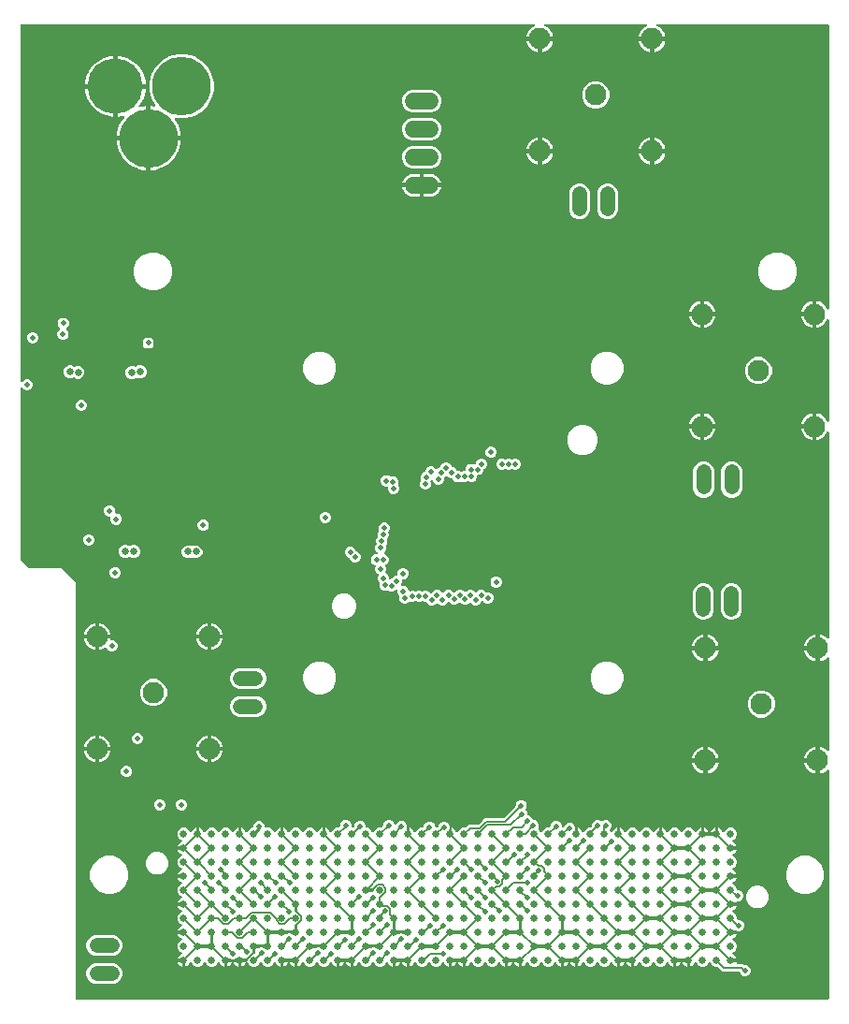
<source format=gbr>
G04 EAGLE Gerber RS-274X export*
G75*
%MOMM*%
%FSLAX34Y34*%
%LPD*%
%INBottom Copper*%
%IPPOS*%
%AMOC8*
5,1,8,0,0,1.08239X$1,22.5*%
G01*
%ADD10C,1.943100*%
%ADD11C,0.640000*%
%ADD12C,1.371600*%
%ADD13C,1.524000*%
%ADD14C,5.300000*%
%ADD15C,5.000000*%
%ADD16C,1.905000*%
%ADD17C,0.503200*%
%ADD18C,0.152400*%
%ADD19C,0.254000*%
%ADD20C,0.675000*%

G36*
X735228Y3823D02*
X735228Y3823D01*
X735286Y3821D01*
X735368Y3843D01*
X735452Y3855D01*
X735505Y3878D01*
X735561Y3893D01*
X735634Y3936D01*
X735711Y3971D01*
X735756Y4009D01*
X735806Y4038D01*
X735864Y4100D01*
X735928Y4154D01*
X735960Y4203D01*
X736000Y4246D01*
X736039Y4321D01*
X736086Y4391D01*
X736103Y4447D01*
X736130Y4499D01*
X736141Y4567D01*
X736171Y4662D01*
X736174Y4762D01*
X736185Y4830D01*
X736185Y211101D01*
X736181Y211130D01*
X736184Y211160D01*
X736161Y211271D01*
X736145Y211383D01*
X736133Y211410D01*
X736128Y211438D01*
X736076Y211539D01*
X736029Y211642D01*
X736010Y211665D01*
X735997Y211691D01*
X735919Y211773D01*
X735846Y211859D01*
X735821Y211875D01*
X735801Y211897D01*
X735703Y211954D01*
X735609Y212017D01*
X735581Y212026D01*
X735556Y212041D01*
X735446Y212068D01*
X735338Y212103D01*
X735308Y212103D01*
X735280Y212111D01*
X735167Y212107D01*
X735054Y212110D01*
X735025Y212102D01*
X734996Y212102D01*
X734888Y212067D01*
X734779Y212038D01*
X734753Y212023D01*
X734725Y212014D01*
X734661Y211968D01*
X734534Y211893D01*
X734491Y211847D01*
X734452Y211819D01*
X733684Y211051D01*
X732124Y209918D01*
X730405Y209042D01*
X728570Y208446D01*
X727731Y208313D01*
X727731Y219384D01*
X727723Y219442D01*
X727725Y219500D01*
X727703Y219582D01*
X727691Y219665D01*
X727667Y219719D01*
X727653Y219775D01*
X727610Y219848D01*
X727575Y219925D01*
X727537Y219969D01*
X727507Y220020D01*
X727446Y220077D01*
X727391Y220142D01*
X727343Y220174D01*
X727300Y220214D01*
X727225Y220253D01*
X727155Y220299D01*
X727099Y220317D01*
X727047Y220344D01*
X726979Y220355D01*
X726884Y220385D01*
X726784Y220388D01*
X726716Y220399D01*
X725699Y220399D01*
X725699Y220401D01*
X726716Y220401D01*
X726774Y220409D01*
X726832Y220408D01*
X726914Y220429D01*
X726997Y220441D01*
X727051Y220465D01*
X727107Y220479D01*
X727180Y220522D01*
X727257Y220557D01*
X727302Y220595D01*
X727352Y220625D01*
X727410Y220686D01*
X727474Y220741D01*
X727506Y220789D01*
X727546Y220832D01*
X727585Y220907D01*
X727631Y220977D01*
X727649Y221033D01*
X727676Y221085D01*
X727687Y221153D01*
X727717Y221248D01*
X727720Y221348D01*
X727731Y221416D01*
X727731Y232487D01*
X728570Y232354D01*
X730405Y231758D01*
X732124Y230882D01*
X733684Y229749D01*
X734452Y228981D01*
X734476Y228963D01*
X734495Y228941D01*
X734589Y228878D01*
X734679Y228810D01*
X734707Y228799D01*
X734731Y228783D01*
X734839Y228749D01*
X734945Y228709D01*
X734974Y228706D01*
X735002Y228697D01*
X735116Y228694D01*
X735228Y228685D01*
X735257Y228691D01*
X735286Y228690D01*
X735396Y228719D01*
X735507Y228741D01*
X735533Y228755D01*
X735561Y228762D01*
X735659Y228820D01*
X735759Y228872D01*
X735781Y228892D01*
X735806Y228907D01*
X735883Y228990D01*
X735965Y229068D01*
X735980Y229093D01*
X736000Y229114D01*
X736052Y229215D01*
X736109Y229313D01*
X736116Y229341D01*
X736130Y229368D01*
X736143Y229445D01*
X736179Y229589D01*
X736177Y229651D01*
X736185Y229699D01*
X736185Y312701D01*
X736181Y312730D01*
X736184Y312760D01*
X736161Y312871D01*
X736145Y312983D01*
X736133Y313010D01*
X736128Y313038D01*
X736075Y313139D01*
X736029Y313242D01*
X736010Y313265D01*
X735997Y313291D01*
X735919Y313373D01*
X735846Y313459D01*
X735821Y313475D01*
X735801Y313497D01*
X735703Y313554D01*
X735609Y313617D01*
X735581Y313626D01*
X735556Y313641D01*
X735446Y313668D01*
X735338Y313703D01*
X735308Y313703D01*
X735280Y313711D01*
X735167Y313707D01*
X735054Y313710D01*
X735025Y313702D01*
X734996Y313702D01*
X734888Y313667D01*
X734779Y313638D01*
X734753Y313623D01*
X734725Y313614D01*
X734661Y313568D01*
X734534Y313493D01*
X734491Y313447D01*
X734452Y313419D01*
X733684Y312651D01*
X732124Y311518D01*
X730405Y310642D01*
X728570Y310046D01*
X727731Y309913D01*
X727731Y320984D01*
X727723Y321042D01*
X727725Y321100D01*
X727703Y321182D01*
X727691Y321265D01*
X727667Y321319D01*
X727653Y321375D01*
X727610Y321448D01*
X727575Y321525D01*
X727537Y321569D01*
X727507Y321620D01*
X727446Y321677D01*
X727391Y321742D01*
X727343Y321774D01*
X727300Y321814D01*
X727225Y321853D01*
X727155Y321899D01*
X727099Y321917D01*
X727047Y321944D01*
X726979Y321955D01*
X726884Y321985D01*
X726784Y321988D01*
X726716Y321999D01*
X725699Y321999D01*
X725699Y322001D01*
X726716Y322001D01*
X726774Y322009D01*
X726832Y322008D01*
X726914Y322029D01*
X726997Y322041D01*
X727051Y322065D01*
X727107Y322079D01*
X727180Y322122D01*
X727257Y322157D01*
X727302Y322195D01*
X727352Y322225D01*
X727410Y322286D01*
X727474Y322341D01*
X727506Y322389D01*
X727546Y322432D01*
X727585Y322507D01*
X727631Y322577D01*
X727649Y322633D01*
X727676Y322685D01*
X727687Y322753D01*
X727717Y322848D01*
X727720Y322948D01*
X727731Y323016D01*
X727731Y334087D01*
X728570Y333954D01*
X730405Y333358D01*
X732124Y332482D01*
X733684Y331349D01*
X734452Y330581D01*
X734476Y330563D01*
X734495Y330541D01*
X734589Y330478D01*
X734679Y330410D01*
X734707Y330399D01*
X734731Y330383D01*
X734839Y330349D01*
X734945Y330309D01*
X734974Y330306D01*
X735002Y330297D01*
X735116Y330294D01*
X735228Y330285D01*
X735257Y330291D01*
X735286Y330290D01*
X735396Y330319D01*
X735507Y330341D01*
X735533Y330355D01*
X735561Y330362D01*
X735659Y330420D01*
X735759Y330472D01*
X735781Y330492D01*
X735806Y330507D01*
X735883Y330590D01*
X735965Y330668D01*
X735980Y330693D01*
X736000Y330714D01*
X736052Y330815D01*
X736109Y330913D01*
X736116Y330941D01*
X736130Y330968D01*
X736143Y331045D01*
X736179Y331189D01*
X736177Y331251D01*
X736185Y331299D01*
X736185Y516752D01*
X736179Y516798D01*
X736181Y516844D01*
X736159Y516938D01*
X736145Y517034D01*
X736127Y517076D01*
X736116Y517121D01*
X736069Y517205D01*
X736029Y517293D01*
X735999Y517328D01*
X735977Y517369D01*
X735908Y517436D01*
X735846Y517510D01*
X735807Y517536D01*
X735774Y517568D01*
X735689Y517614D01*
X735609Y517668D01*
X735565Y517682D01*
X735524Y517704D01*
X735430Y517724D01*
X735338Y517753D01*
X735292Y517755D01*
X735247Y517764D01*
X735150Y517758D01*
X735054Y517761D01*
X735009Y517749D01*
X734963Y517746D01*
X734872Y517713D01*
X734779Y517689D01*
X734739Y517665D01*
X734695Y517650D01*
X734617Y517593D01*
X734534Y517544D01*
X734503Y517510D01*
X734465Y517483D01*
X734420Y517422D01*
X734340Y517336D01*
X734302Y517262D01*
X734265Y517213D01*
X733482Y515676D01*
X732348Y514116D01*
X730984Y512752D01*
X729424Y511618D01*
X727705Y510742D01*
X725870Y510146D01*
X725031Y510013D01*
X725031Y521084D01*
X725023Y521142D01*
X725025Y521200D01*
X725003Y521282D01*
X724991Y521365D01*
X724967Y521419D01*
X724953Y521475D01*
X724910Y521548D01*
X724875Y521625D01*
X724837Y521669D01*
X724807Y521720D01*
X724746Y521777D01*
X724691Y521842D01*
X724643Y521874D01*
X724600Y521914D01*
X724525Y521953D01*
X724455Y521999D01*
X724399Y522017D01*
X724347Y522044D01*
X724279Y522055D01*
X724184Y522085D01*
X724084Y522088D01*
X724016Y522099D01*
X722999Y522099D01*
X722999Y522101D01*
X724016Y522101D01*
X724074Y522109D01*
X724132Y522108D01*
X724214Y522129D01*
X724297Y522141D01*
X724351Y522165D01*
X724407Y522179D01*
X724480Y522222D01*
X724557Y522257D01*
X724602Y522295D01*
X724652Y522325D01*
X724710Y522386D01*
X724774Y522441D01*
X724806Y522489D01*
X724846Y522532D01*
X724885Y522607D01*
X724931Y522677D01*
X724949Y522733D01*
X724976Y522785D01*
X724987Y522853D01*
X725017Y522948D01*
X725020Y523048D01*
X725031Y523116D01*
X725031Y534187D01*
X725870Y534054D01*
X727705Y533458D01*
X729424Y532582D01*
X730984Y531448D01*
X732348Y530084D01*
X733482Y528524D01*
X734265Y526987D01*
X734292Y526949D01*
X734311Y526907D01*
X734373Y526833D01*
X734429Y526754D01*
X734465Y526725D01*
X734495Y526690D01*
X734575Y526637D01*
X734650Y526576D01*
X734693Y526558D01*
X734731Y526532D01*
X734823Y526503D01*
X734912Y526466D01*
X734958Y526461D01*
X735002Y526447D01*
X735099Y526444D01*
X735195Y526433D01*
X735240Y526441D01*
X735286Y526439D01*
X735380Y526464D01*
X735475Y526480D01*
X735517Y526500D01*
X735561Y526511D01*
X735644Y526560D01*
X735732Y526602D01*
X735766Y526633D01*
X735806Y526656D01*
X735872Y526727D01*
X735944Y526791D01*
X735969Y526830D01*
X736000Y526864D01*
X736044Y526950D01*
X736096Y527031D01*
X736109Y527076D01*
X736130Y527117D01*
X736142Y527191D01*
X736175Y527304D01*
X736175Y527388D01*
X736185Y527448D01*
X736185Y618352D01*
X736179Y618398D01*
X736181Y618444D01*
X736159Y618538D01*
X736145Y618634D01*
X736127Y618676D01*
X736116Y618721D01*
X736069Y618805D01*
X736029Y618893D01*
X735999Y618928D01*
X735977Y618969D01*
X735908Y619036D01*
X735846Y619110D01*
X735807Y619136D01*
X735774Y619168D01*
X735689Y619214D01*
X735609Y619268D01*
X735565Y619282D01*
X735524Y619304D01*
X735430Y619324D01*
X735338Y619353D01*
X735292Y619355D01*
X735247Y619364D01*
X735150Y619358D01*
X735054Y619361D01*
X735009Y619349D01*
X734963Y619346D01*
X734872Y619313D01*
X734779Y619289D01*
X734739Y619265D01*
X734695Y619250D01*
X734617Y619193D01*
X734534Y619144D01*
X734503Y619110D01*
X734465Y619083D01*
X734420Y619022D01*
X734340Y618936D01*
X734302Y618862D01*
X734265Y618813D01*
X733482Y617276D01*
X732348Y615716D01*
X730984Y614352D01*
X729424Y613218D01*
X727705Y612342D01*
X725870Y611746D01*
X725031Y611613D01*
X725031Y622684D01*
X725023Y622742D01*
X725025Y622800D01*
X725003Y622882D01*
X724991Y622965D01*
X724967Y623019D01*
X724953Y623075D01*
X724910Y623148D01*
X724875Y623225D01*
X724837Y623269D01*
X724807Y623320D01*
X724746Y623377D01*
X724691Y623442D01*
X724643Y623474D01*
X724600Y623514D01*
X724525Y623553D01*
X724455Y623599D01*
X724399Y623617D01*
X724347Y623644D01*
X724279Y623655D01*
X724184Y623685D01*
X724084Y623688D01*
X724016Y623699D01*
X722999Y623699D01*
X722999Y623701D01*
X724016Y623701D01*
X724074Y623709D01*
X724132Y623708D01*
X724214Y623729D01*
X724297Y623741D01*
X724351Y623765D01*
X724407Y623779D01*
X724480Y623822D01*
X724557Y623857D01*
X724602Y623895D01*
X724652Y623925D01*
X724710Y623986D01*
X724774Y624041D01*
X724806Y624089D01*
X724846Y624132D01*
X724885Y624207D01*
X724931Y624277D01*
X724949Y624333D01*
X724976Y624385D01*
X724987Y624453D01*
X725017Y624548D01*
X725020Y624648D01*
X725031Y624716D01*
X725031Y635787D01*
X725870Y635654D01*
X727705Y635058D01*
X729424Y634182D01*
X730984Y633048D01*
X732348Y631684D01*
X733482Y630124D01*
X734265Y628587D01*
X734292Y628549D01*
X734311Y628507D01*
X734373Y628433D01*
X734429Y628354D01*
X734465Y628325D01*
X734495Y628290D01*
X734575Y628236D01*
X734650Y628176D01*
X734693Y628158D01*
X734731Y628132D01*
X734823Y628103D01*
X734912Y628066D01*
X734958Y628061D01*
X735002Y628047D01*
X735099Y628044D01*
X735195Y628033D01*
X735240Y628041D01*
X735286Y628039D01*
X735380Y628064D01*
X735475Y628080D01*
X735517Y628099D01*
X735561Y628111D01*
X735644Y628160D01*
X735732Y628202D01*
X735766Y628233D01*
X735806Y628256D01*
X735872Y628327D01*
X735944Y628391D01*
X735969Y628430D01*
X736000Y628464D01*
X736044Y628550D01*
X736096Y628631D01*
X736109Y628676D01*
X736130Y628717D01*
X736142Y628791D01*
X736175Y628904D01*
X736175Y628988D01*
X736185Y629048D01*
X736185Y885174D01*
X736177Y885232D01*
X736179Y885290D01*
X736157Y885372D01*
X736145Y885456D01*
X736122Y885509D01*
X736107Y885565D01*
X736064Y885638D01*
X736029Y885715D01*
X735991Y885760D01*
X735962Y885810D01*
X735900Y885868D01*
X735846Y885932D01*
X735797Y885964D01*
X735754Y886004D01*
X735679Y886043D01*
X735609Y886090D01*
X735553Y886107D01*
X735501Y886134D01*
X735433Y886145D01*
X735338Y886175D01*
X735238Y886178D01*
X735170Y886189D01*
X581140Y886189D01*
X581094Y886183D01*
X581048Y886185D01*
X580954Y886163D01*
X580859Y886149D01*
X580816Y886131D01*
X580771Y886120D01*
X580687Y886073D01*
X580599Y886033D01*
X580564Y886003D01*
X580524Y885981D01*
X580456Y885912D01*
X580382Y885850D01*
X580357Y885811D01*
X580324Y885778D01*
X580278Y885693D01*
X580225Y885613D01*
X580211Y885569D01*
X580189Y885528D01*
X580168Y885434D01*
X580139Y885342D01*
X580138Y885296D01*
X580128Y885251D01*
X580134Y885154D01*
X580131Y885058D01*
X580143Y885013D01*
X580146Y884967D01*
X580179Y884876D01*
X580203Y884783D01*
X580227Y884743D01*
X580243Y884699D01*
X580299Y884621D01*
X580349Y884538D01*
X580382Y884507D01*
X580409Y884469D01*
X580470Y884424D01*
X580556Y884344D01*
X580630Y884306D01*
X580679Y884269D01*
X582224Y883482D01*
X583784Y882348D01*
X585148Y880984D01*
X586282Y879424D01*
X587158Y877705D01*
X587754Y875870D01*
X587887Y875031D01*
X576816Y875031D01*
X576758Y875023D01*
X576700Y875025D01*
X576618Y875003D01*
X576535Y874991D01*
X576481Y874967D01*
X576425Y874953D01*
X576352Y874910D01*
X576275Y874875D01*
X576231Y874837D01*
X576180Y874807D01*
X576123Y874746D01*
X576058Y874691D01*
X576026Y874643D01*
X575986Y874600D01*
X575947Y874525D01*
X575901Y874455D01*
X575883Y874399D01*
X575856Y874347D01*
X575845Y874279D01*
X575815Y874184D01*
X575812Y874084D01*
X575801Y874016D01*
X575801Y872999D01*
X575799Y872999D01*
X575799Y874016D01*
X575791Y874074D01*
X575792Y874132D01*
X575771Y874214D01*
X575759Y874297D01*
X575735Y874351D01*
X575721Y874407D01*
X575678Y874480D01*
X575643Y874557D01*
X575605Y874602D01*
X575575Y874652D01*
X575514Y874710D01*
X575459Y874774D01*
X575411Y874806D01*
X575368Y874846D01*
X575293Y874885D01*
X575223Y874931D01*
X575167Y874949D01*
X575115Y874976D01*
X575047Y874987D01*
X574952Y875017D01*
X574852Y875020D01*
X574784Y875031D01*
X563713Y875031D01*
X563846Y875870D01*
X564442Y877705D01*
X565318Y879424D01*
X566452Y880984D01*
X567816Y882348D01*
X569376Y883482D01*
X570921Y884269D01*
X570959Y884296D01*
X571001Y884315D01*
X571075Y884377D01*
X571154Y884433D01*
X571183Y884469D01*
X571218Y884499D01*
X571271Y884579D01*
X571332Y884654D01*
X571350Y884697D01*
X571375Y884735D01*
X571405Y884827D01*
X571442Y884916D01*
X571447Y884962D01*
X571461Y885006D01*
X571464Y885103D01*
X571475Y885199D01*
X571467Y885244D01*
X571469Y885290D01*
X571444Y885384D01*
X571428Y885479D01*
X571408Y885521D01*
X571397Y885565D01*
X571347Y885648D01*
X571306Y885736D01*
X571275Y885770D01*
X571251Y885810D01*
X571181Y885876D01*
X571117Y885948D01*
X571078Y885973D01*
X571044Y886004D01*
X570958Y886048D01*
X570877Y886100D01*
X570832Y886113D01*
X570791Y886134D01*
X570717Y886146D01*
X570604Y886179D01*
X570520Y886179D01*
X570460Y886189D01*
X479540Y886189D01*
X479494Y886183D01*
X479448Y886185D01*
X479354Y886163D01*
X479259Y886149D01*
X479216Y886131D01*
X479171Y886120D01*
X479087Y886073D01*
X478999Y886033D01*
X478964Y886003D01*
X478924Y885981D01*
X478856Y885912D01*
X478782Y885850D01*
X478757Y885811D01*
X478724Y885778D01*
X478678Y885693D01*
X478625Y885613D01*
X478611Y885569D01*
X478589Y885528D01*
X478568Y885434D01*
X478539Y885342D01*
X478538Y885296D01*
X478528Y885251D01*
X478534Y885154D01*
X478531Y885058D01*
X478543Y885013D01*
X478546Y884967D01*
X478579Y884876D01*
X478603Y884783D01*
X478627Y884743D01*
X478643Y884699D01*
X478699Y884621D01*
X478749Y884538D01*
X478782Y884507D01*
X478809Y884469D01*
X478870Y884424D01*
X478956Y884344D01*
X479030Y884306D01*
X479079Y884269D01*
X480624Y883482D01*
X482184Y882348D01*
X483548Y880984D01*
X484682Y879424D01*
X485558Y877705D01*
X486154Y875870D01*
X486287Y875031D01*
X475216Y875031D01*
X475158Y875023D01*
X475100Y875025D01*
X475018Y875003D01*
X474935Y874991D01*
X474881Y874967D01*
X474825Y874953D01*
X474752Y874910D01*
X474675Y874875D01*
X474631Y874837D01*
X474580Y874807D01*
X474523Y874746D01*
X474458Y874691D01*
X474426Y874643D01*
X474386Y874600D01*
X474347Y874525D01*
X474301Y874455D01*
X474283Y874399D01*
X474256Y874347D01*
X474245Y874279D01*
X474215Y874184D01*
X474212Y874084D01*
X474201Y874016D01*
X474201Y872999D01*
X474199Y872999D01*
X474199Y874016D01*
X474191Y874074D01*
X474192Y874132D01*
X474171Y874214D01*
X474159Y874297D01*
X474135Y874351D01*
X474121Y874407D01*
X474078Y874480D01*
X474043Y874557D01*
X474005Y874602D01*
X473975Y874652D01*
X473914Y874710D01*
X473859Y874774D01*
X473811Y874806D01*
X473768Y874846D01*
X473693Y874885D01*
X473623Y874931D01*
X473567Y874949D01*
X473515Y874976D01*
X473447Y874987D01*
X473352Y875017D01*
X473252Y875020D01*
X473184Y875031D01*
X462113Y875031D01*
X462246Y875870D01*
X462842Y877705D01*
X463718Y879424D01*
X464852Y880984D01*
X466216Y882348D01*
X467776Y883482D01*
X469321Y884269D01*
X469359Y884296D01*
X469401Y884315D01*
X469475Y884377D01*
X469554Y884433D01*
X469583Y884469D01*
X469618Y884499D01*
X469671Y884579D01*
X469732Y884654D01*
X469750Y884697D01*
X469775Y884735D01*
X469805Y884827D01*
X469842Y884916D01*
X469847Y884962D01*
X469861Y885006D01*
X469864Y885103D01*
X469875Y885199D01*
X469867Y885244D01*
X469869Y885290D01*
X469844Y885384D01*
X469828Y885479D01*
X469808Y885521D01*
X469797Y885565D01*
X469747Y885648D01*
X469706Y885736D01*
X469675Y885770D01*
X469651Y885810D01*
X469581Y885876D01*
X469517Y885948D01*
X469478Y885973D01*
X469444Y886004D01*
X469358Y886048D01*
X469277Y886100D01*
X469232Y886113D01*
X469191Y886134D01*
X469117Y886146D01*
X469004Y886179D01*
X468920Y886179D01*
X468860Y886189D01*
X4830Y886189D01*
X4772Y886181D01*
X4714Y886183D01*
X4632Y886161D01*
X4548Y886149D01*
X4495Y886126D01*
X4439Y886111D01*
X4366Y886068D01*
X4289Y886033D01*
X4244Y885995D01*
X4194Y885966D01*
X4136Y885904D01*
X4072Y885850D01*
X4040Y885801D01*
X4000Y885758D01*
X3961Y885683D01*
X3914Y885613D01*
X3897Y885557D01*
X3870Y885505D01*
X3859Y885437D01*
X3829Y885342D01*
X3826Y885242D01*
X3815Y885174D01*
X3815Y563385D01*
X3827Y563300D01*
X3829Y563214D01*
X3847Y563160D01*
X3855Y563104D01*
X3890Y563025D01*
X3916Y562943D01*
X3948Y562896D01*
X3971Y562844D01*
X4026Y562779D01*
X4074Y562707D01*
X4118Y562671D01*
X4154Y562627D01*
X4226Y562580D01*
X4292Y562524D01*
X4344Y562501D01*
X4391Y562470D01*
X4473Y562444D01*
X4552Y562409D01*
X4608Y562401D01*
X4662Y562384D01*
X4748Y562382D01*
X4833Y562370D01*
X4890Y562378D01*
X4946Y562377D01*
X5030Y562398D01*
X5115Y562411D01*
X5167Y562434D01*
X5221Y562449D01*
X5295Y562492D01*
X5374Y562528D01*
X5417Y562565D01*
X5466Y562594D01*
X5525Y562657D01*
X5590Y562712D01*
X5616Y562754D01*
X5660Y562801D01*
X5671Y562823D01*
X7136Y564287D01*
X8994Y565057D01*
X11006Y565057D01*
X12864Y564287D01*
X14287Y562864D01*
X15057Y561006D01*
X15057Y558994D01*
X14287Y557136D01*
X12864Y555713D01*
X11006Y554943D01*
X8994Y554943D01*
X7136Y555713D01*
X5668Y557181D01*
X5653Y557199D01*
X5624Y557248D01*
X5561Y557307D01*
X5505Y557373D01*
X5458Y557404D01*
X5417Y557443D01*
X5341Y557482D01*
X5269Y557530D01*
X5215Y557547D01*
X5164Y557573D01*
X5080Y557590D01*
X4998Y557616D01*
X4941Y557617D01*
X4885Y557628D01*
X4800Y557621D01*
X4714Y557623D01*
X4659Y557609D01*
X4602Y557604D01*
X4522Y557573D01*
X4439Y557551D01*
X4390Y557523D01*
X4337Y557502D01*
X4268Y557450D01*
X4194Y557406D01*
X4155Y557365D01*
X4110Y557331D01*
X4059Y557262D01*
X4000Y557199D01*
X3974Y557148D01*
X3940Y557103D01*
X3909Y557022D01*
X3870Y556946D01*
X3862Y556897D01*
X3839Y556837D01*
X3828Y556692D01*
X3815Y556615D01*
X3815Y402001D01*
X3827Y401914D01*
X3830Y401827D01*
X3847Y401774D01*
X3855Y401719D01*
X3890Y401639D01*
X3917Y401556D01*
X3945Y401517D01*
X3971Y401460D01*
X4067Y401347D01*
X4112Y401283D01*
X11283Y394112D01*
X11353Y394060D01*
X11416Y394000D01*
X11466Y393974D01*
X11510Y393941D01*
X11592Y393910D01*
X11670Y393870D01*
X11717Y393862D01*
X11776Y393840D01*
X11923Y393828D01*
X12001Y393815D01*
X41580Y393815D01*
X53815Y381580D01*
X53815Y4830D01*
X53823Y4772D01*
X53821Y4714D01*
X53843Y4632D01*
X53855Y4548D01*
X53878Y4495D01*
X53893Y4439D01*
X53936Y4366D01*
X53971Y4289D01*
X54009Y4244D01*
X54038Y4194D01*
X54100Y4136D01*
X54154Y4072D01*
X54203Y4040D01*
X54246Y4000D01*
X54321Y3961D01*
X54391Y3914D01*
X54447Y3897D01*
X54499Y3870D01*
X54567Y3859D01*
X54662Y3829D01*
X54762Y3826D01*
X54830Y3815D01*
X735170Y3815D01*
X735228Y3823D01*
G37*
%LPC*%
G36*
X658994Y24943D02*
X658994Y24943D01*
X657136Y25713D01*
X655713Y27136D01*
X654994Y28871D01*
X654994Y28872D01*
X654993Y28873D01*
X654922Y28994D01*
X654850Y29115D01*
X654849Y29116D01*
X654848Y29118D01*
X654744Y29215D01*
X654643Y29311D01*
X654642Y29311D01*
X654641Y29312D01*
X654515Y29377D01*
X654391Y29441D01*
X654389Y29441D01*
X654388Y29442D01*
X654373Y29444D01*
X654112Y29496D01*
X654081Y29493D01*
X654057Y29497D01*
X639632Y29497D01*
X635817Y33312D01*
X635748Y33364D01*
X635684Y33424D01*
X635634Y33450D01*
X635590Y33483D01*
X635508Y33514D01*
X635430Y33554D01*
X635383Y33562D01*
X635324Y33584D01*
X635177Y33596D01*
X635099Y33609D01*
X633308Y33609D01*
X631198Y34483D01*
X629583Y36098D01*
X629038Y37415D01*
X629023Y37440D01*
X629014Y37468D01*
X628951Y37562D01*
X628894Y37659D01*
X628872Y37680D01*
X628856Y37704D01*
X628769Y37777D01*
X628687Y37855D01*
X628661Y37868D01*
X628638Y37887D01*
X628535Y37933D01*
X628434Y37985D01*
X628405Y37990D01*
X628378Y38002D01*
X628266Y38018D01*
X628155Y38040D01*
X628126Y38037D01*
X628097Y38041D01*
X627985Y38025D01*
X627872Y38015D01*
X627844Y38005D01*
X627816Y38001D01*
X627713Y37954D01*
X627607Y37913D01*
X627583Y37896D01*
X627556Y37884D01*
X627470Y37810D01*
X627380Y37742D01*
X627362Y37718D01*
X627340Y37699D01*
X627298Y37633D01*
X627210Y37514D01*
X627188Y37456D01*
X627162Y37415D01*
X626617Y36098D01*
X625002Y34483D01*
X622892Y33609D01*
X620608Y33609D01*
X618498Y34483D01*
X616883Y36098D01*
X616338Y37415D01*
X616323Y37440D01*
X616314Y37468D01*
X616251Y37562D01*
X616194Y37659D01*
X616172Y37680D01*
X616156Y37704D01*
X616069Y37777D01*
X615987Y37855D01*
X615961Y37868D01*
X615938Y37887D01*
X615835Y37933D01*
X615734Y37985D01*
X615705Y37990D01*
X615678Y38002D01*
X615566Y38018D01*
X615455Y38040D01*
X615426Y38037D01*
X615397Y38041D01*
X615285Y38025D01*
X615172Y38015D01*
X615144Y38005D01*
X615116Y38001D01*
X615013Y37954D01*
X614907Y37913D01*
X614883Y37896D01*
X614856Y37884D01*
X614770Y37810D01*
X614680Y37742D01*
X614662Y37718D01*
X614640Y37699D01*
X614598Y37633D01*
X614510Y37514D01*
X614488Y37455D01*
X614462Y37415D01*
X614137Y36631D01*
X613509Y35690D01*
X612710Y34891D01*
X611769Y34263D01*
X610725Y33830D01*
X610649Y33815D01*
X610649Y38766D01*
X610641Y38824D01*
X610643Y38882D01*
X610621Y38964D01*
X610609Y39047D01*
X610586Y39101D01*
X610571Y39157D01*
X610528Y39230D01*
X610493Y39307D01*
X610455Y39351D01*
X610426Y39402D01*
X610364Y39459D01*
X610310Y39524D01*
X610261Y39556D01*
X610218Y39596D01*
X610143Y39635D01*
X610073Y39681D01*
X610017Y39699D01*
X609965Y39726D01*
X609897Y39737D01*
X609802Y39767D01*
X609702Y39770D01*
X609634Y39781D01*
X609481Y39781D01*
X609481Y39934D01*
X609473Y39992D01*
X609474Y40050D01*
X609453Y40132D01*
X609441Y40216D01*
X609417Y40269D01*
X609403Y40325D01*
X609359Y40398D01*
X609325Y40475D01*
X609287Y40520D01*
X609257Y40570D01*
X609196Y40628D01*
X609141Y40692D01*
X609093Y40724D01*
X609050Y40764D01*
X608975Y40803D01*
X608905Y40850D01*
X608849Y40867D01*
X608797Y40894D01*
X608729Y40905D01*
X608634Y40935D01*
X608534Y40938D01*
X608466Y40949D01*
X596934Y40949D01*
X596876Y40941D01*
X596818Y40943D01*
X596736Y40921D01*
X596653Y40909D01*
X596599Y40886D01*
X596543Y40871D01*
X596470Y40828D01*
X596393Y40793D01*
X596349Y40755D01*
X596298Y40726D01*
X596241Y40664D01*
X596176Y40610D01*
X596144Y40561D01*
X596104Y40518D01*
X596065Y40443D01*
X596019Y40373D01*
X596001Y40317D01*
X595974Y40265D01*
X595963Y40197D01*
X595933Y40102D01*
X595930Y40002D01*
X595919Y39934D01*
X595919Y39781D01*
X595766Y39781D01*
X595708Y39773D01*
X595650Y39774D01*
X595568Y39753D01*
X595484Y39741D01*
X595431Y39717D01*
X595375Y39703D01*
X595302Y39659D01*
X595225Y39625D01*
X595180Y39587D01*
X595130Y39557D01*
X595072Y39496D01*
X595008Y39441D01*
X594976Y39393D01*
X594936Y39350D01*
X594897Y39275D01*
X594850Y39205D01*
X594833Y39149D01*
X594806Y39097D01*
X594795Y39029D01*
X594765Y38934D01*
X594762Y38834D01*
X594751Y38766D01*
X594751Y33815D01*
X594675Y33830D01*
X593631Y34263D01*
X592690Y34891D01*
X591891Y35690D01*
X591263Y36631D01*
X590938Y37415D01*
X590923Y37440D01*
X590914Y37468D01*
X590851Y37562D01*
X590793Y37659D01*
X590772Y37680D01*
X590756Y37704D01*
X590669Y37777D01*
X590587Y37855D01*
X590561Y37868D01*
X590538Y37887D01*
X590435Y37933D01*
X590334Y37985D01*
X590305Y37990D01*
X590278Y38002D01*
X590166Y38018D01*
X590055Y38040D01*
X590026Y38037D01*
X589997Y38041D01*
X589885Y38025D01*
X589772Y38015D01*
X589745Y38005D01*
X589715Y38001D01*
X589612Y37954D01*
X589507Y37913D01*
X589483Y37896D01*
X589456Y37884D01*
X589370Y37810D01*
X589280Y37742D01*
X589262Y37718D01*
X589240Y37699D01*
X589198Y37633D01*
X589110Y37514D01*
X589088Y37455D01*
X589062Y37415D01*
X588517Y36098D01*
X586902Y34483D01*
X584792Y33609D01*
X582508Y33609D01*
X580398Y34483D01*
X578783Y36098D01*
X578238Y37415D01*
X578223Y37440D01*
X578214Y37468D01*
X578151Y37562D01*
X578094Y37659D01*
X578072Y37680D01*
X578056Y37704D01*
X577969Y37777D01*
X577887Y37855D01*
X577861Y37868D01*
X577838Y37887D01*
X577735Y37933D01*
X577634Y37985D01*
X577605Y37990D01*
X577578Y38002D01*
X577466Y38018D01*
X577355Y38040D01*
X577326Y38037D01*
X577297Y38041D01*
X577185Y38025D01*
X577072Y38015D01*
X577044Y38005D01*
X577016Y38001D01*
X576913Y37954D01*
X576807Y37913D01*
X576783Y37896D01*
X576756Y37884D01*
X576670Y37810D01*
X576580Y37742D01*
X576562Y37718D01*
X576540Y37699D01*
X576498Y37633D01*
X576410Y37514D01*
X576388Y37456D01*
X576362Y37415D01*
X575817Y36098D01*
X574202Y34483D01*
X572092Y33609D01*
X569808Y33609D01*
X567698Y34483D01*
X566083Y36098D01*
X565538Y37415D01*
X565523Y37440D01*
X565514Y37468D01*
X565451Y37562D01*
X565394Y37659D01*
X565372Y37680D01*
X565356Y37704D01*
X565269Y37777D01*
X565187Y37855D01*
X565161Y37868D01*
X565138Y37887D01*
X565035Y37933D01*
X564934Y37985D01*
X564905Y37990D01*
X564878Y38002D01*
X564766Y38018D01*
X564655Y38040D01*
X564626Y38037D01*
X564597Y38041D01*
X564485Y38025D01*
X564372Y38015D01*
X564344Y38005D01*
X564316Y38001D01*
X564213Y37954D01*
X564107Y37913D01*
X564083Y37896D01*
X564056Y37884D01*
X563970Y37810D01*
X563880Y37742D01*
X563862Y37718D01*
X563840Y37699D01*
X563798Y37633D01*
X563710Y37514D01*
X563688Y37455D01*
X563662Y37415D01*
X563337Y36631D01*
X562709Y35690D01*
X561910Y34891D01*
X560969Y34263D01*
X559925Y33830D01*
X559849Y33815D01*
X559849Y38766D01*
X559841Y38824D01*
X559843Y38882D01*
X559821Y38964D01*
X559809Y39047D01*
X559786Y39101D01*
X559771Y39157D01*
X559728Y39230D01*
X559693Y39307D01*
X559655Y39351D01*
X559626Y39402D01*
X559564Y39459D01*
X559510Y39524D01*
X559461Y39556D01*
X559418Y39596D01*
X559343Y39635D01*
X559273Y39681D01*
X559217Y39699D01*
X559165Y39726D01*
X559097Y39737D01*
X559002Y39767D01*
X558902Y39770D01*
X558834Y39781D01*
X558681Y39781D01*
X558681Y39934D01*
X558673Y39992D01*
X558674Y40050D01*
X558653Y40132D01*
X558641Y40216D01*
X558617Y40269D01*
X558603Y40325D01*
X558559Y40398D01*
X558525Y40475D01*
X558487Y40520D01*
X558457Y40570D01*
X558396Y40628D01*
X558341Y40692D01*
X558293Y40724D01*
X558250Y40764D01*
X558175Y40803D01*
X558105Y40850D01*
X558049Y40867D01*
X557997Y40894D01*
X557929Y40905D01*
X557834Y40935D01*
X557734Y40938D01*
X557666Y40949D01*
X546134Y40949D01*
X546076Y40941D01*
X546018Y40943D01*
X545936Y40921D01*
X545853Y40909D01*
X545799Y40886D01*
X545743Y40871D01*
X545670Y40828D01*
X545593Y40793D01*
X545549Y40755D01*
X545498Y40726D01*
X545441Y40664D01*
X545376Y40610D01*
X545344Y40561D01*
X545304Y40518D01*
X545265Y40443D01*
X545219Y40373D01*
X545201Y40317D01*
X545174Y40265D01*
X545163Y40197D01*
X545133Y40102D01*
X545130Y40002D01*
X545119Y39934D01*
X545119Y39781D01*
X544966Y39781D01*
X544908Y39773D01*
X544850Y39774D01*
X544768Y39753D01*
X544684Y39741D01*
X544631Y39717D01*
X544575Y39703D01*
X544502Y39659D01*
X544425Y39625D01*
X544380Y39587D01*
X544330Y39557D01*
X544272Y39496D01*
X544208Y39441D01*
X544176Y39393D01*
X544136Y39350D01*
X544097Y39275D01*
X544050Y39205D01*
X544033Y39149D01*
X544006Y39097D01*
X543995Y39029D01*
X543965Y38934D01*
X543962Y38834D01*
X543951Y38766D01*
X543951Y33815D01*
X543875Y33830D01*
X542831Y34263D01*
X541890Y34891D01*
X541091Y35690D01*
X540463Y36631D01*
X540138Y37415D01*
X540123Y37440D01*
X540114Y37468D01*
X540051Y37562D01*
X539993Y37659D01*
X539972Y37679D01*
X539956Y37704D01*
X539869Y37777D01*
X539787Y37855D01*
X539761Y37868D01*
X539738Y37887D01*
X539635Y37933D01*
X539534Y37985D01*
X539505Y37990D01*
X539478Y38002D01*
X539366Y38018D01*
X539255Y38040D01*
X539226Y38037D01*
X539197Y38041D01*
X539085Y38025D01*
X538972Y38015D01*
X538944Y38005D01*
X538915Y38001D01*
X538812Y37954D01*
X538707Y37913D01*
X538683Y37896D01*
X538656Y37883D01*
X538570Y37810D01*
X538480Y37742D01*
X538462Y37718D01*
X538440Y37699D01*
X538398Y37633D01*
X538310Y37514D01*
X538288Y37455D01*
X538262Y37415D01*
X537717Y36098D01*
X536102Y34483D01*
X533992Y33609D01*
X531708Y33609D01*
X529598Y34483D01*
X527983Y36098D01*
X527438Y37415D01*
X527423Y37440D01*
X527414Y37468D01*
X527351Y37562D01*
X527294Y37659D01*
X527272Y37680D01*
X527256Y37704D01*
X527169Y37777D01*
X527087Y37855D01*
X527061Y37868D01*
X527038Y37887D01*
X526935Y37933D01*
X526834Y37985D01*
X526805Y37990D01*
X526778Y38002D01*
X526666Y38018D01*
X526555Y38040D01*
X526526Y38037D01*
X526497Y38041D01*
X526385Y38025D01*
X526272Y38015D01*
X526244Y38005D01*
X526216Y38001D01*
X526113Y37954D01*
X526007Y37913D01*
X525983Y37896D01*
X525956Y37884D01*
X525870Y37810D01*
X525780Y37742D01*
X525762Y37718D01*
X525740Y37699D01*
X525698Y37633D01*
X525610Y37514D01*
X525588Y37456D01*
X525562Y37415D01*
X525017Y36098D01*
X523402Y34483D01*
X521292Y33609D01*
X519008Y33609D01*
X516898Y34483D01*
X515283Y36098D01*
X514738Y37415D01*
X514723Y37440D01*
X514714Y37468D01*
X514651Y37562D01*
X514593Y37659D01*
X514572Y37679D01*
X514556Y37704D01*
X514469Y37777D01*
X514387Y37855D01*
X514361Y37868D01*
X514338Y37887D01*
X514235Y37933D01*
X514134Y37985D01*
X514105Y37990D01*
X514078Y38002D01*
X513966Y38018D01*
X513855Y38040D01*
X513826Y38037D01*
X513797Y38041D01*
X513685Y38025D01*
X513572Y38015D01*
X513545Y38005D01*
X513516Y38001D01*
X513412Y37954D01*
X513307Y37913D01*
X513283Y37896D01*
X513256Y37884D01*
X513170Y37810D01*
X513080Y37742D01*
X513062Y37718D01*
X513040Y37699D01*
X512998Y37633D01*
X512910Y37514D01*
X512888Y37456D01*
X512862Y37415D01*
X512537Y36631D01*
X511909Y35690D01*
X511110Y34891D01*
X510169Y34263D01*
X509125Y33830D01*
X509049Y33815D01*
X509049Y38766D01*
X509041Y38824D01*
X509043Y38882D01*
X509021Y38964D01*
X509009Y39047D01*
X508986Y39101D01*
X508971Y39157D01*
X508928Y39230D01*
X508893Y39307D01*
X508855Y39351D01*
X508826Y39402D01*
X508764Y39459D01*
X508710Y39524D01*
X508661Y39556D01*
X508618Y39596D01*
X508543Y39635D01*
X508473Y39681D01*
X508417Y39699D01*
X508365Y39726D01*
X508297Y39737D01*
X508202Y39767D01*
X508102Y39770D01*
X508034Y39781D01*
X507881Y39781D01*
X507881Y39934D01*
X507873Y39992D01*
X507874Y40050D01*
X507853Y40132D01*
X507841Y40216D01*
X507817Y40269D01*
X507803Y40325D01*
X507759Y40398D01*
X507725Y40475D01*
X507687Y40520D01*
X507657Y40570D01*
X507596Y40628D01*
X507541Y40692D01*
X507493Y40724D01*
X507450Y40764D01*
X507375Y40803D01*
X507305Y40850D01*
X507249Y40867D01*
X507197Y40894D01*
X507129Y40905D01*
X507034Y40935D01*
X506934Y40938D01*
X506866Y40949D01*
X495334Y40949D01*
X495276Y40941D01*
X495218Y40943D01*
X495136Y40921D01*
X495053Y40909D01*
X494999Y40886D01*
X494943Y40871D01*
X494870Y40828D01*
X494793Y40793D01*
X494749Y40755D01*
X494698Y40726D01*
X494641Y40664D01*
X494576Y40610D01*
X494544Y40561D01*
X494504Y40518D01*
X494465Y40443D01*
X494419Y40373D01*
X494401Y40317D01*
X494374Y40265D01*
X494363Y40197D01*
X494333Y40102D01*
X494330Y40002D01*
X494319Y39934D01*
X494319Y39781D01*
X494166Y39781D01*
X494108Y39773D01*
X494050Y39774D01*
X493968Y39753D01*
X493884Y39741D01*
X493831Y39717D01*
X493775Y39703D01*
X493702Y39659D01*
X493625Y39625D01*
X493580Y39587D01*
X493530Y39557D01*
X493472Y39496D01*
X493408Y39441D01*
X493376Y39393D01*
X493336Y39350D01*
X493297Y39275D01*
X493250Y39205D01*
X493233Y39149D01*
X493206Y39097D01*
X493195Y39029D01*
X493165Y38934D01*
X493162Y38834D01*
X493151Y38766D01*
X493151Y33815D01*
X493075Y33830D01*
X492031Y34263D01*
X491090Y34891D01*
X490291Y35690D01*
X489663Y36631D01*
X489338Y37415D01*
X489323Y37440D01*
X489314Y37468D01*
X489251Y37562D01*
X489193Y37659D01*
X489172Y37680D01*
X489156Y37704D01*
X489069Y37777D01*
X488987Y37855D01*
X488961Y37868D01*
X488938Y37887D01*
X488835Y37933D01*
X488734Y37985D01*
X488705Y37990D01*
X488678Y38002D01*
X488566Y38018D01*
X488455Y38040D01*
X488426Y38037D01*
X488397Y38041D01*
X488285Y38025D01*
X488172Y38015D01*
X488145Y38005D01*
X488115Y38001D01*
X488012Y37954D01*
X487907Y37913D01*
X487883Y37896D01*
X487856Y37884D01*
X487770Y37810D01*
X487680Y37742D01*
X487662Y37718D01*
X487640Y37699D01*
X487598Y37633D01*
X487510Y37514D01*
X487488Y37455D01*
X487462Y37415D01*
X486917Y36098D01*
X485302Y34483D01*
X483192Y33609D01*
X480908Y33609D01*
X478798Y34483D01*
X477183Y36098D01*
X476638Y37415D01*
X476623Y37440D01*
X476614Y37468D01*
X476551Y37562D01*
X476494Y37659D01*
X476472Y37680D01*
X476456Y37704D01*
X476369Y37777D01*
X476287Y37855D01*
X476261Y37868D01*
X476238Y37887D01*
X476135Y37933D01*
X476034Y37985D01*
X476005Y37990D01*
X475978Y38002D01*
X475866Y38018D01*
X475755Y38040D01*
X475726Y38037D01*
X475697Y38041D01*
X475585Y38025D01*
X475472Y38015D01*
X475444Y38005D01*
X475416Y38001D01*
X475313Y37954D01*
X475207Y37913D01*
X475183Y37896D01*
X475156Y37884D01*
X475070Y37810D01*
X474980Y37742D01*
X474962Y37718D01*
X474940Y37699D01*
X474898Y37633D01*
X474810Y37514D01*
X474788Y37456D01*
X474762Y37415D01*
X474217Y36098D01*
X472602Y34483D01*
X470492Y33609D01*
X468208Y33609D01*
X466098Y34483D01*
X464483Y36098D01*
X463938Y37415D01*
X463923Y37440D01*
X463914Y37468D01*
X463851Y37562D01*
X463794Y37659D01*
X463772Y37680D01*
X463756Y37704D01*
X463669Y37777D01*
X463587Y37855D01*
X463561Y37868D01*
X463538Y37887D01*
X463435Y37933D01*
X463334Y37985D01*
X463305Y37990D01*
X463278Y38002D01*
X463166Y38018D01*
X463055Y38040D01*
X463026Y38037D01*
X462997Y38041D01*
X462885Y38025D01*
X462772Y38015D01*
X462744Y38005D01*
X462716Y38001D01*
X462613Y37954D01*
X462507Y37913D01*
X462483Y37896D01*
X462456Y37884D01*
X462370Y37810D01*
X462280Y37742D01*
X462262Y37718D01*
X462240Y37699D01*
X462198Y37633D01*
X462110Y37514D01*
X462088Y37455D01*
X462062Y37415D01*
X461737Y36631D01*
X461109Y35690D01*
X460310Y34891D01*
X459369Y34263D01*
X458325Y33830D01*
X458249Y33815D01*
X458249Y38766D01*
X458241Y38824D01*
X458243Y38882D01*
X458221Y38964D01*
X458209Y39047D01*
X458186Y39101D01*
X458171Y39157D01*
X458128Y39230D01*
X458093Y39307D01*
X458055Y39351D01*
X458026Y39402D01*
X457964Y39459D01*
X457910Y39524D01*
X457861Y39556D01*
X457818Y39596D01*
X457743Y39635D01*
X457673Y39681D01*
X457617Y39699D01*
X457565Y39726D01*
X457497Y39737D01*
X457402Y39767D01*
X457302Y39770D01*
X457234Y39781D01*
X457081Y39781D01*
X457081Y39934D01*
X457073Y39992D01*
X457074Y40050D01*
X457053Y40132D01*
X457041Y40216D01*
X457017Y40269D01*
X457003Y40325D01*
X456959Y40398D01*
X456925Y40475D01*
X456887Y40520D01*
X456857Y40570D01*
X456796Y40628D01*
X456741Y40692D01*
X456693Y40724D01*
X456650Y40764D01*
X456575Y40803D01*
X456505Y40850D01*
X456449Y40867D01*
X456397Y40894D01*
X456329Y40905D01*
X456234Y40935D01*
X456134Y40938D01*
X456066Y40949D01*
X444534Y40949D01*
X444476Y40941D01*
X444418Y40943D01*
X444336Y40921D01*
X444253Y40909D01*
X444199Y40886D01*
X444143Y40871D01*
X444070Y40828D01*
X443993Y40793D01*
X443949Y40755D01*
X443898Y40726D01*
X443841Y40664D01*
X443776Y40610D01*
X443744Y40561D01*
X443704Y40518D01*
X443665Y40443D01*
X443619Y40373D01*
X443601Y40317D01*
X443574Y40265D01*
X443563Y40197D01*
X443533Y40102D01*
X443530Y40002D01*
X443519Y39934D01*
X443519Y39781D01*
X443366Y39781D01*
X443308Y39773D01*
X443250Y39774D01*
X443168Y39753D01*
X443084Y39741D01*
X443031Y39717D01*
X442975Y39703D01*
X442902Y39659D01*
X442825Y39625D01*
X442780Y39587D01*
X442730Y39557D01*
X442672Y39496D01*
X442608Y39441D01*
X442576Y39393D01*
X442536Y39350D01*
X442497Y39275D01*
X442450Y39205D01*
X442433Y39149D01*
X442406Y39097D01*
X442395Y39029D01*
X442365Y38934D01*
X442362Y38834D01*
X442351Y38766D01*
X442351Y33815D01*
X442275Y33830D01*
X441231Y34263D01*
X440290Y34891D01*
X439491Y35690D01*
X438863Y36631D01*
X438538Y37415D01*
X438523Y37440D01*
X438514Y37468D01*
X438451Y37562D01*
X438393Y37659D01*
X438372Y37680D01*
X438356Y37704D01*
X438269Y37777D01*
X438187Y37855D01*
X438161Y37868D01*
X438138Y37887D01*
X438035Y37933D01*
X437934Y37985D01*
X437905Y37990D01*
X437878Y38002D01*
X437766Y38018D01*
X437655Y38040D01*
X437626Y38037D01*
X437597Y38041D01*
X437485Y38025D01*
X437372Y38015D01*
X437345Y38005D01*
X437315Y38001D01*
X437212Y37954D01*
X437107Y37913D01*
X437083Y37896D01*
X437056Y37884D01*
X436970Y37810D01*
X436880Y37742D01*
X436862Y37718D01*
X436840Y37699D01*
X436798Y37633D01*
X436710Y37514D01*
X436688Y37455D01*
X436662Y37415D01*
X436117Y36098D01*
X434502Y34483D01*
X432392Y33609D01*
X430108Y33609D01*
X427998Y34483D01*
X426383Y36098D01*
X425838Y37415D01*
X425823Y37440D01*
X425814Y37468D01*
X425751Y37562D01*
X425694Y37659D01*
X425672Y37680D01*
X425656Y37704D01*
X425569Y37777D01*
X425487Y37855D01*
X425461Y37868D01*
X425438Y37887D01*
X425335Y37933D01*
X425234Y37985D01*
X425205Y37990D01*
X425178Y38002D01*
X425066Y38018D01*
X424955Y38040D01*
X424926Y38037D01*
X424897Y38041D01*
X424785Y38025D01*
X424672Y38015D01*
X424644Y38005D01*
X424616Y38001D01*
X424513Y37954D01*
X424407Y37913D01*
X424383Y37896D01*
X424356Y37884D01*
X424270Y37810D01*
X424180Y37742D01*
X424162Y37718D01*
X424140Y37699D01*
X424098Y37633D01*
X424010Y37514D01*
X423988Y37456D01*
X423962Y37415D01*
X423417Y36098D01*
X421802Y34483D01*
X419692Y33609D01*
X417408Y33609D01*
X415298Y34483D01*
X413683Y36098D01*
X413138Y37415D01*
X413123Y37440D01*
X413114Y37468D01*
X413051Y37562D01*
X412994Y37659D01*
X412972Y37680D01*
X412956Y37704D01*
X412869Y37777D01*
X412787Y37855D01*
X412761Y37868D01*
X412738Y37887D01*
X412635Y37933D01*
X412534Y37985D01*
X412505Y37990D01*
X412478Y38002D01*
X412366Y38018D01*
X412255Y38040D01*
X412226Y38037D01*
X412197Y38041D01*
X412085Y38025D01*
X411972Y38015D01*
X411944Y38005D01*
X411916Y38001D01*
X411813Y37954D01*
X411707Y37913D01*
X411683Y37896D01*
X411656Y37884D01*
X411570Y37810D01*
X411480Y37742D01*
X411462Y37718D01*
X411440Y37699D01*
X411398Y37633D01*
X411310Y37514D01*
X411288Y37455D01*
X411262Y37415D01*
X410937Y36631D01*
X410309Y35690D01*
X409510Y34891D01*
X408569Y34263D01*
X407525Y33830D01*
X407449Y33815D01*
X407449Y38766D01*
X407441Y38824D01*
X407443Y38882D01*
X407421Y38964D01*
X407409Y39047D01*
X407386Y39101D01*
X407371Y39157D01*
X407328Y39230D01*
X407293Y39307D01*
X407255Y39351D01*
X407226Y39402D01*
X407164Y39459D01*
X407110Y39524D01*
X407061Y39556D01*
X407018Y39596D01*
X406943Y39635D01*
X406873Y39681D01*
X406817Y39699D01*
X406765Y39726D01*
X406697Y39737D01*
X406602Y39767D01*
X406502Y39770D01*
X406434Y39781D01*
X406281Y39781D01*
X406281Y39934D01*
X406273Y39992D01*
X406274Y40050D01*
X406253Y40132D01*
X406241Y40216D01*
X406217Y40269D01*
X406203Y40325D01*
X406159Y40398D01*
X406125Y40475D01*
X406087Y40520D01*
X406057Y40570D01*
X405996Y40628D01*
X405941Y40692D01*
X405893Y40724D01*
X405850Y40764D01*
X405775Y40803D01*
X405705Y40850D01*
X405649Y40867D01*
X405597Y40894D01*
X405529Y40905D01*
X405434Y40935D01*
X405334Y40938D01*
X405266Y40949D01*
X393734Y40949D01*
X393676Y40941D01*
X393618Y40943D01*
X393536Y40921D01*
X393453Y40909D01*
X393399Y40886D01*
X393343Y40871D01*
X393270Y40828D01*
X393193Y40793D01*
X393149Y40755D01*
X393098Y40726D01*
X393041Y40664D01*
X392976Y40610D01*
X392944Y40561D01*
X392904Y40518D01*
X392865Y40443D01*
X392819Y40373D01*
X392801Y40317D01*
X392774Y40265D01*
X392763Y40197D01*
X392733Y40102D01*
X392730Y40002D01*
X392719Y39934D01*
X392719Y39781D01*
X392566Y39781D01*
X392508Y39773D01*
X392450Y39774D01*
X392368Y39753D01*
X392284Y39741D01*
X392231Y39717D01*
X392175Y39703D01*
X392102Y39659D01*
X392025Y39625D01*
X391980Y39587D01*
X391930Y39557D01*
X391872Y39496D01*
X391808Y39441D01*
X391776Y39393D01*
X391736Y39350D01*
X391697Y39275D01*
X391650Y39205D01*
X391633Y39149D01*
X391606Y39097D01*
X391595Y39029D01*
X391565Y38934D01*
X391562Y38834D01*
X391551Y38766D01*
X391551Y33815D01*
X391475Y33830D01*
X390431Y34263D01*
X389490Y34891D01*
X388691Y35690D01*
X388063Y36631D01*
X387738Y37415D01*
X387723Y37440D01*
X387714Y37468D01*
X387651Y37562D01*
X387593Y37659D01*
X387572Y37679D01*
X387556Y37704D01*
X387469Y37777D01*
X387387Y37855D01*
X387361Y37868D01*
X387338Y37887D01*
X387235Y37933D01*
X387134Y37985D01*
X387105Y37990D01*
X387078Y38002D01*
X386966Y38018D01*
X386855Y38040D01*
X386826Y38037D01*
X386797Y38041D01*
X386685Y38025D01*
X386572Y38015D01*
X386544Y38005D01*
X386515Y38001D01*
X386412Y37954D01*
X386307Y37913D01*
X386283Y37896D01*
X386256Y37883D01*
X386170Y37810D01*
X386080Y37742D01*
X386062Y37718D01*
X386040Y37699D01*
X385998Y37633D01*
X385910Y37514D01*
X385888Y37455D01*
X385862Y37415D01*
X385317Y36098D01*
X383702Y34483D01*
X381592Y33609D01*
X379308Y33609D01*
X377198Y34483D01*
X375583Y36098D01*
X375038Y37415D01*
X375023Y37440D01*
X375014Y37468D01*
X374951Y37562D01*
X374894Y37659D01*
X374872Y37680D01*
X374856Y37704D01*
X374769Y37777D01*
X374687Y37855D01*
X374661Y37868D01*
X374638Y37887D01*
X374535Y37933D01*
X374434Y37985D01*
X374405Y37990D01*
X374378Y38002D01*
X374266Y38018D01*
X374155Y38040D01*
X374126Y38037D01*
X374097Y38041D01*
X373985Y38025D01*
X373872Y38015D01*
X373844Y38005D01*
X373816Y38001D01*
X373713Y37954D01*
X373607Y37913D01*
X373583Y37896D01*
X373556Y37884D01*
X373470Y37810D01*
X373380Y37742D01*
X373362Y37718D01*
X373340Y37699D01*
X373298Y37633D01*
X373210Y37514D01*
X373188Y37456D01*
X373162Y37415D01*
X372617Y36098D01*
X371002Y34483D01*
X368892Y33609D01*
X366608Y33609D01*
X364498Y34483D01*
X362883Y36098D01*
X362338Y37415D01*
X362323Y37440D01*
X362314Y37468D01*
X362251Y37562D01*
X362193Y37659D01*
X362172Y37679D01*
X362156Y37704D01*
X362069Y37777D01*
X361987Y37855D01*
X361961Y37868D01*
X361938Y37887D01*
X361835Y37933D01*
X361734Y37985D01*
X361705Y37990D01*
X361678Y38002D01*
X361566Y38018D01*
X361455Y38040D01*
X361426Y38037D01*
X361397Y38041D01*
X361285Y38025D01*
X361172Y38015D01*
X361145Y38005D01*
X361116Y38001D01*
X361012Y37954D01*
X360907Y37913D01*
X360883Y37896D01*
X360856Y37884D01*
X360770Y37810D01*
X360680Y37742D01*
X360662Y37718D01*
X360640Y37699D01*
X360598Y37633D01*
X360510Y37514D01*
X360488Y37456D01*
X360462Y37415D01*
X360137Y36631D01*
X359509Y35690D01*
X358710Y34891D01*
X357769Y34263D01*
X356725Y33830D01*
X356649Y33815D01*
X356649Y38766D01*
X356641Y38824D01*
X356643Y38882D01*
X356621Y38964D01*
X356609Y39047D01*
X356586Y39101D01*
X356571Y39157D01*
X356528Y39230D01*
X356493Y39307D01*
X356455Y39351D01*
X356426Y39402D01*
X356364Y39459D01*
X356310Y39524D01*
X356261Y39556D01*
X356218Y39596D01*
X356143Y39635D01*
X356073Y39681D01*
X356017Y39699D01*
X355965Y39726D01*
X355897Y39737D01*
X355802Y39767D01*
X355702Y39770D01*
X355634Y39781D01*
X355481Y39781D01*
X355481Y39934D01*
X355473Y39992D01*
X355474Y40050D01*
X355453Y40132D01*
X355441Y40216D01*
X355417Y40269D01*
X355403Y40325D01*
X355359Y40398D01*
X355325Y40475D01*
X355287Y40520D01*
X355257Y40570D01*
X355196Y40628D01*
X355141Y40692D01*
X355093Y40724D01*
X355050Y40764D01*
X354975Y40803D01*
X354905Y40850D01*
X354849Y40867D01*
X354797Y40894D01*
X354729Y40905D01*
X354634Y40935D01*
X354534Y40938D01*
X354466Y40949D01*
X342934Y40949D01*
X342876Y40941D01*
X342818Y40943D01*
X342736Y40921D01*
X342653Y40909D01*
X342599Y40886D01*
X342543Y40871D01*
X342470Y40828D01*
X342393Y40793D01*
X342349Y40755D01*
X342298Y40726D01*
X342241Y40664D01*
X342176Y40610D01*
X342144Y40561D01*
X342104Y40518D01*
X342065Y40443D01*
X342019Y40373D01*
X342001Y40317D01*
X341974Y40265D01*
X341963Y40197D01*
X341933Y40102D01*
X341930Y40002D01*
X341919Y39934D01*
X341919Y39781D01*
X341766Y39781D01*
X341708Y39773D01*
X341650Y39774D01*
X341568Y39753D01*
X341484Y39741D01*
X341431Y39717D01*
X341375Y39703D01*
X341302Y39659D01*
X341225Y39625D01*
X341180Y39587D01*
X341130Y39557D01*
X341072Y39496D01*
X341008Y39441D01*
X340976Y39393D01*
X340936Y39350D01*
X340897Y39275D01*
X340850Y39205D01*
X340833Y39149D01*
X340806Y39097D01*
X340795Y39029D01*
X340765Y38934D01*
X340762Y38834D01*
X340751Y38766D01*
X340751Y33815D01*
X340675Y33830D01*
X339631Y34263D01*
X338690Y34891D01*
X337891Y35690D01*
X337263Y36631D01*
X336938Y37415D01*
X336923Y37440D01*
X336914Y37468D01*
X336851Y37562D01*
X336793Y37659D01*
X336772Y37680D01*
X336756Y37704D01*
X336669Y37777D01*
X336587Y37855D01*
X336561Y37868D01*
X336538Y37887D01*
X336435Y37933D01*
X336334Y37985D01*
X336305Y37990D01*
X336278Y38002D01*
X336166Y38018D01*
X336055Y38040D01*
X336026Y38037D01*
X335997Y38041D01*
X335885Y38025D01*
X335772Y38015D01*
X335745Y38005D01*
X335715Y38001D01*
X335612Y37954D01*
X335507Y37913D01*
X335483Y37896D01*
X335456Y37884D01*
X335370Y37810D01*
X335280Y37742D01*
X335262Y37718D01*
X335240Y37699D01*
X335198Y37633D01*
X335110Y37514D01*
X335088Y37455D01*
X335062Y37415D01*
X334517Y36098D01*
X332902Y34483D01*
X330792Y33609D01*
X328508Y33609D01*
X326398Y34483D01*
X324783Y36098D01*
X324238Y37415D01*
X324223Y37440D01*
X324214Y37468D01*
X324151Y37562D01*
X324094Y37659D01*
X324072Y37680D01*
X324056Y37704D01*
X323969Y37777D01*
X323887Y37855D01*
X323861Y37868D01*
X323838Y37887D01*
X323735Y37933D01*
X323634Y37985D01*
X323605Y37990D01*
X323578Y38002D01*
X323466Y38018D01*
X323355Y38040D01*
X323326Y38037D01*
X323297Y38041D01*
X323185Y38025D01*
X323072Y38015D01*
X323044Y38005D01*
X323016Y38001D01*
X322913Y37954D01*
X322807Y37913D01*
X322783Y37896D01*
X322756Y37884D01*
X322670Y37810D01*
X322580Y37742D01*
X322562Y37718D01*
X322540Y37699D01*
X322498Y37633D01*
X322410Y37514D01*
X322388Y37456D01*
X322362Y37415D01*
X321817Y36098D01*
X320202Y34483D01*
X318092Y33609D01*
X315808Y33609D01*
X313698Y34483D01*
X312083Y36098D01*
X311538Y37415D01*
X311523Y37440D01*
X311514Y37468D01*
X311451Y37562D01*
X311394Y37659D01*
X311372Y37680D01*
X311356Y37704D01*
X311269Y37777D01*
X311187Y37855D01*
X311161Y37868D01*
X311138Y37887D01*
X311035Y37933D01*
X310934Y37985D01*
X310905Y37990D01*
X310878Y38002D01*
X310766Y38018D01*
X310655Y38040D01*
X310626Y38037D01*
X310597Y38041D01*
X310485Y38025D01*
X310372Y38015D01*
X310344Y38005D01*
X310316Y38001D01*
X310213Y37954D01*
X310107Y37913D01*
X310083Y37896D01*
X310056Y37884D01*
X309970Y37810D01*
X309880Y37742D01*
X309862Y37718D01*
X309840Y37699D01*
X309798Y37633D01*
X309710Y37514D01*
X309688Y37455D01*
X309662Y37415D01*
X309337Y36631D01*
X308709Y35690D01*
X307910Y34891D01*
X306969Y34263D01*
X305925Y33830D01*
X305849Y33815D01*
X305849Y38766D01*
X305841Y38824D01*
X305843Y38882D01*
X305821Y38964D01*
X305809Y39047D01*
X305786Y39101D01*
X305771Y39157D01*
X305728Y39230D01*
X305693Y39307D01*
X305655Y39351D01*
X305626Y39402D01*
X305564Y39459D01*
X305510Y39524D01*
X305461Y39556D01*
X305418Y39596D01*
X305343Y39635D01*
X305273Y39681D01*
X305217Y39699D01*
X305165Y39726D01*
X305097Y39737D01*
X305002Y39767D01*
X304902Y39770D01*
X304834Y39781D01*
X304681Y39781D01*
X304681Y39934D01*
X304673Y39992D01*
X304674Y40050D01*
X304653Y40132D01*
X304641Y40216D01*
X304617Y40269D01*
X304603Y40325D01*
X304559Y40398D01*
X304525Y40475D01*
X304487Y40520D01*
X304457Y40570D01*
X304396Y40628D01*
X304341Y40692D01*
X304293Y40724D01*
X304250Y40764D01*
X304175Y40803D01*
X304105Y40850D01*
X304049Y40867D01*
X303997Y40894D01*
X303929Y40905D01*
X303834Y40935D01*
X303734Y40938D01*
X303666Y40949D01*
X292134Y40949D01*
X292076Y40941D01*
X292018Y40943D01*
X291936Y40921D01*
X291853Y40909D01*
X291799Y40886D01*
X291743Y40871D01*
X291670Y40828D01*
X291593Y40793D01*
X291549Y40755D01*
X291498Y40726D01*
X291441Y40664D01*
X291376Y40610D01*
X291344Y40561D01*
X291304Y40518D01*
X291265Y40443D01*
X291219Y40373D01*
X291201Y40317D01*
X291174Y40265D01*
X291163Y40197D01*
X291133Y40102D01*
X291130Y40002D01*
X291119Y39934D01*
X291119Y39781D01*
X290966Y39781D01*
X290908Y39773D01*
X290850Y39774D01*
X290768Y39753D01*
X290684Y39741D01*
X290631Y39717D01*
X290575Y39703D01*
X290502Y39659D01*
X290425Y39625D01*
X290380Y39587D01*
X290330Y39557D01*
X290272Y39496D01*
X290208Y39441D01*
X290176Y39393D01*
X290136Y39350D01*
X290097Y39275D01*
X290050Y39205D01*
X290033Y39149D01*
X290006Y39097D01*
X289995Y39029D01*
X289965Y38934D01*
X289962Y38834D01*
X289951Y38766D01*
X289951Y33815D01*
X289875Y33830D01*
X288831Y34263D01*
X287890Y34891D01*
X287091Y35690D01*
X286463Y36631D01*
X286138Y37415D01*
X286123Y37440D01*
X286114Y37468D01*
X286051Y37562D01*
X285993Y37659D01*
X285972Y37680D01*
X285956Y37704D01*
X285869Y37777D01*
X285787Y37855D01*
X285761Y37868D01*
X285738Y37887D01*
X285635Y37933D01*
X285534Y37985D01*
X285505Y37990D01*
X285478Y38002D01*
X285366Y38018D01*
X285255Y38040D01*
X285226Y38037D01*
X285197Y38041D01*
X285085Y38025D01*
X284972Y38015D01*
X284945Y38005D01*
X284915Y38001D01*
X284812Y37954D01*
X284707Y37913D01*
X284683Y37896D01*
X284656Y37884D01*
X284570Y37810D01*
X284480Y37742D01*
X284462Y37718D01*
X284440Y37699D01*
X284398Y37633D01*
X284310Y37514D01*
X284288Y37455D01*
X284262Y37415D01*
X283717Y36098D01*
X282102Y34483D01*
X279992Y33609D01*
X277708Y33609D01*
X275598Y34483D01*
X273983Y36098D01*
X273438Y37415D01*
X273423Y37440D01*
X273414Y37468D01*
X273351Y37562D01*
X273294Y37659D01*
X273272Y37680D01*
X273256Y37704D01*
X273169Y37777D01*
X273087Y37855D01*
X273061Y37868D01*
X273038Y37887D01*
X272935Y37933D01*
X272834Y37985D01*
X272805Y37990D01*
X272778Y38002D01*
X272666Y38018D01*
X272555Y38040D01*
X272526Y38037D01*
X272497Y38041D01*
X272385Y38025D01*
X272272Y38015D01*
X272244Y38005D01*
X272216Y38001D01*
X272113Y37954D01*
X272007Y37913D01*
X271983Y37896D01*
X271956Y37884D01*
X271870Y37810D01*
X271780Y37742D01*
X271762Y37718D01*
X271740Y37699D01*
X271698Y37633D01*
X271610Y37514D01*
X271588Y37456D01*
X271562Y37415D01*
X271017Y36098D01*
X269402Y34483D01*
X267292Y33609D01*
X265008Y33609D01*
X262898Y34483D01*
X261283Y36098D01*
X260738Y37415D01*
X260723Y37440D01*
X260714Y37468D01*
X260651Y37562D01*
X260594Y37659D01*
X260572Y37680D01*
X260556Y37704D01*
X260469Y37777D01*
X260387Y37855D01*
X260361Y37868D01*
X260338Y37887D01*
X260235Y37933D01*
X260134Y37985D01*
X260105Y37990D01*
X260078Y38002D01*
X259966Y38018D01*
X259855Y38040D01*
X259826Y38037D01*
X259797Y38041D01*
X259685Y38025D01*
X259572Y38015D01*
X259544Y38005D01*
X259516Y38001D01*
X259413Y37954D01*
X259307Y37913D01*
X259283Y37896D01*
X259256Y37884D01*
X259170Y37810D01*
X259080Y37742D01*
X259062Y37718D01*
X259040Y37699D01*
X258998Y37633D01*
X258910Y37514D01*
X258888Y37455D01*
X258862Y37415D01*
X258537Y36631D01*
X257909Y35690D01*
X257110Y34891D01*
X256169Y34263D01*
X255125Y33830D01*
X255049Y33815D01*
X255049Y38766D01*
X255041Y38824D01*
X255043Y38882D01*
X255021Y38964D01*
X255009Y39047D01*
X254986Y39101D01*
X254971Y39157D01*
X254928Y39230D01*
X254893Y39307D01*
X254855Y39351D01*
X254826Y39402D01*
X254764Y39459D01*
X254710Y39524D01*
X254661Y39556D01*
X254618Y39596D01*
X254543Y39635D01*
X254473Y39681D01*
X254417Y39699D01*
X254365Y39726D01*
X254297Y39737D01*
X254202Y39767D01*
X254102Y39770D01*
X254034Y39781D01*
X253881Y39781D01*
X253881Y39934D01*
X253873Y39992D01*
X253874Y40050D01*
X253853Y40132D01*
X253841Y40216D01*
X253817Y40269D01*
X253803Y40325D01*
X253759Y40398D01*
X253725Y40475D01*
X253687Y40520D01*
X253657Y40570D01*
X253596Y40628D01*
X253541Y40692D01*
X253493Y40724D01*
X253450Y40764D01*
X253375Y40803D01*
X253305Y40850D01*
X253249Y40867D01*
X253197Y40894D01*
X253129Y40905D01*
X253034Y40935D01*
X252934Y40938D01*
X252866Y40949D01*
X241334Y40949D01*
X241276Y40941D01*
X241218Y40943D01*
X241136Y40921D01*
X241053Y40909D01*
X240999Y40886D01*
X240943Y40871D01*
X240870Y40828D01*
X240793Y40793D01*
X240749Y40755D01*
X240698Y40726D01*
X240641Y40664D01*
X240576Y40610D01*
X240544Y40561D01*
X240504Y40518D01*
X240465Y40443D01*
X240419Y40373D01*
X240401Y40317D01*
X240374Y40265D01*
X240363Y40197D01*
X240333Y40102D01*
X240330Y40002D01*
X240319Y39934D01*
X240319Y39781D01*
X240166Y39781D01*
X240108Y39773D01*
X240050Y39774D01*
X239968Y39753D01*
X239884Y39741D01*
X239831Y39717D01*
X239775Y39703D01*
X239702Y39659D01*
X239625Y39625D01*
X239580Y39587D01*
X239530Y39557D01*
X239472Y39496D01*
X239408Y39441D01*
X239376Y39393D01*
X239336Y39350D01*
X239297Y39275D01*
X239250Y39205D01*
X239233Y39149D01*
X239206Y39097D01*
X239195Y39029D01*
X239165Y38934D01*
X239162Y38834D01*
X239151Y38766D01*
X239151Y33815D01*
X239075Y33830D01*
X238031Y34263D01*
X237090Y34891D01*
X236291Y35690D01*
X235663Y36631D01*
X235338Y37415D01*
X235323Y37440D01*
X235314Y37468D01*
X235251Y37562D01*
X235193Y37659D01*
X235172Y37679D01*
X235156Y37704D01*
X235069Y37777D01*
X234987Y37855D01*
X234961Y37868D01*
X234938Y37887D01*
X234835Y37933D01*
X234734Y37985D01*
X234705Y37990D01*
X234678Y38002D01*
X234566Y38018D01*
X234455Y38040D01*
X234426Y38037D01*
X234397Y38041D01*
X234285Y38025D01*
X234172Y38015D01*
X234144Y38005D01*
X234115Y38001D01*
X234012Y37954D01*
X233907Y37913D01*
X233883Y37896D01*
X233856Y37883D01*
X233770Y37810D01*
X233680Y37742D01*
X233662Y37718D01*
X233640Y37699D01*
X233598Y37633D01*
X233510Y37514D01*
X233488Y37455D01*
X233462Y37415D01*
X232917Y36098D01*
X231302Y34483D01*
X229192Y33609D01*
X226908Y33609D01*
X224798Y34483D01*
X223183Y36098D01*
X222638Y37415D01*
X222623Y37440D01*
X222614Y37468D01*
X222551Y37562D01*
X222494Y37659D01*
X222472Y37680D01*
X222456Y37704D01*
X222369Y37777D01*
X222287Y37855D01*
X222261Y37868D01*
X222238Y37887D01*
X222135Y37933D01*
X222034Y37985D01*
X222005Y37990D01*
X221978Y38002D01*
X221866Y38018D01*
X221755Y38040D01*
X221726Y38037D01*
X221697Y38041D01*
X221585Y38025D01*
X221472Y38015D01*
X221444Y38005D01*
X221416Y38001D01*
X221313Y37954D01*
X221207Y37913D01*
X221183Y37896D01*
X221156Y37884D01*
X221070Y37810D01*
X220980Y37742D01*
X220962Y37718D01*
X220940Y37699D01*
X220898Y37633D01*
X220810Y37514D01*
X220788Y37456D01*
X220762Y37415D01*
X220217Y36098D01*
X218602Y34483D01*
X216492Y33609D01*
X214208Y33609D01*
X212098Y34483D01*
X210483Y36098D01*
X209938Y37415D01*
X209923Y37440D01*
X209914Y37468D01*
X209851Y37562D01*
X209793Y37659D01*
X209772Y37679D01*
X209756Y37704D01*
X209669Y37777D01*
X209587Y37855D01*
X209561Y37868D01*
X209538Y37887D01*
X209435Y37933D01*
X209334Y37985D01*
X209305Y37990D01*
X209278Y38002D01*
X209259Y38005D01*
X209288Y38036D01*
X209352Y38090D01*
X209384Y38139D01*
X209424Y38182D01*
X209463Y38257D01*
X209510Y38327D01*
X209527Y38383D01*
X209554Y38435D01*
X209565Y38503D01*
X209595Y38598D01*
X209598Y38698D01*
X209609Y38766D01*
X209609Y39934D01*
X209601Y39992D01*
X209603Y40050D01*
X209581Y40132D01*
X209569Y40216D01*
X209546Y40269D01*
X209531Y40325D01*
X209488Y40398D01*
X209453Y40475D01*
X209415Y40520D01*
X209386Y40570D01*
X209324Y40628D01*
X209270Y40692D01*
X209221Y40724D01*
X209178Y40764D01*
X209103Y40803D01*
X209033Y40850D01*
X208977Y40867D01*
X208925Y40894D01*
X208857Y40905D01*
X208762Y40935D01*
X208662Y40938D01*
X208594Y40949D01*
X203234Y40949D01*
X203176Y40941D01*
X203118Y40943D01*
X203036Y40921D01*
X202953Y40909D01*
X202899Y40886D01*
X202843Y40871D01*
X202770Y40828D01*
X202693Y40793D01*
X202654Y40760D01*
X202650Y40764D01*
X202575Y40803D01*
X202505Y40850D01*
X202449Y40867D01*
X202397Y40894D01*
X202329Y40905D01*
X202234Y40935D01*
X202134Y40938D01*
X202066Y40949D01*
X199583Y40949D01*
X199552Y40945D01*
X199522Y40947D01*
X199445Y40930D01*
X199301Y40909D01*
X199243Y40883D01*
X199194Y40872D01*
X197556Y40193D01*
X195544Y40193D01*
X193906Y40872D01*
X193876Y40880D01*
X193848Y40894D01*
X193771Y40907D01*
X193630Y40943D01*
X193566Y40941D01*
X193517Y40949D01*
X190534Y40949D01*
X190476Y40941D01*
X190418Y40943D01*
X190336Y40921D01*
X190253Y40909D01*
X190199Y40886D01*
X190143Y40871D01*
X190070Y40828D01*
X189993Y40793D01*
X189949Y40755D01*
X189898Y40726D01*
X189841Y40664D01*
X189776Y40610D01*
X189744Y40561D01*
X189704Y40518D01*
X189665Y40443D01*
X189619Y40373D01*
X189601Y40317D01*
X189574Y40265D01*
X189563Y40197D01*
X189533Y40102D01*
X189530Y40002D01*
X189519Y39934D01*
X189519Y39781D01*
X189366Y39781D01*
X189308Y39773D01*
X189250Y39774D01*
X189168Y39753D01*
X189084Y39741D01*
X189031Y39717D01*
X188975Y39703D01*
X188902Y39659D01*
X188825Y39625D01*
X188780Y39587D01*
X188730Y39557D01*
X188672Y39496D01*
X188608Y39441D01*
X188576Y39393D01*
X188536Y39350D01*
X188497Y39275D01*
X188450Y39205D01*
X188433Y39149D01*
X188406Y39097D01*
X188395Y39029D01*
X188365Y38934D01*
X188362Y38834D01*
X188351Y38766D01*
X188351Y33815D01*
X188275Y33830D01*
X187231Y34263D01*
X186290Y34891D01*
X185491Y35690D01*
X184863Y36631D01*
X184538Y37415D01*
X184523Y37440D01*
X184514Y37468D01*
X184451Y37562D01*
X184393Y37659D01*
X184372Y37680D01*
X184356Y37704D01*
X184269Y37777D01*
X184187Y37855D01*
X184161Y37868D01*
X184138Y37887D01*
X184035Y37933D01*
X183934Y37985D01*
X183905Y37990D01*
X183878Y38002D01*
X183766Y38018D01*
X183655Y38040D01*
X183626Y38037D01*
X183597Y38041D01*
X183485Y38025D01*
X183372Y38015D01*
X183345Y38005D01*
X183315Y38001D01*
X183212Y37954D01*
X183107Y37913D01*
X183083Y37896D01*
X183056Y37884D01*
X182970Y37810D01*
X182880Y37742D01*
X182862Y37718D01*
X182840Y37699D01*
X182798Y37633D01*
X182710Y37514D01*
X182688Y37455D01*
X182662Y37415D01*
X182117Y36098D01*
X180502Y34483D01*
X178392Y33609D01*
X176108Y33609D01*
X173998Y34483D01*
X172383Y36098D01*
X171838Y37415D01*
X171823Y37440D01*
X171814Y37468D01*
X171751Y37562D01*
X171694Y37659D01*
X171672Y37680D01*
X171656Y37704D01*
X171569Y37777D01*
X171487Y37855D01*
X171461Y37868D01*
X171438Y37887D01*
X171335Y37933D01*
X171234Y37985D01*
X171205Y37990D01*
X171178Y38002D01*
X171066Y38018D01*
X170955Y38040D01*
X170926Y38037D01*
X170897Y38041D01*
X170785Y38025D01*
X170672Y38015D01*
X170644Y38005D01*
X170616Y38001D01*
X170513Y37954D01*
X170407Y37913D01*
X170383Y37896D01*
X170356Y37884D01*
X170270Y37810D01*
X170180Y37742D01*
X170162Y37718D01*
X170140Y37699D01*
X170098Y37633D01*
X170010Y37514D01*
X169988Y37456D01*
X169962Y37415D01*
X169417Y36098D01*
X167802Y34483D01*
X165692Y33609D01*
X163408Y33609D01*
X161298Y34483D01*
X159683Y36098D01*
X159138Y37415D01*
X159123Y37440D01*
X159114Y37468D01*
X159051Y37562D01*
X158994Y37659D01*
X158972Y37680D01*
X158956Y37704D01*
X158869Y37777D01*
X158787Y37855D01*
X158761Y37868D01*
X158738Y37887D01*
X158635Y37933D01*
X158534Y37985D01*
X158505Y37990D01*
X158478Y38002D01*
X158366Y38018D01*
X158255Y38040D01*
X158226Y38037D01*
X158197Y38041D01*
X158085Y38025D01*
X157972Y38015D01*
X157944Y38005D01*
X157916Y38001D01*
X157813Y37954D01*
X157707Y37913D01*
X157683Y37896D01*
X157656Y37884D01*
X157570Y37810D01*
X157480Y37742D01*
X157462Y37718D01*
X157440Y37699D01*
X157398Y37633D01*
X157310Y37514D01*
X157288Y37455D01*
X157262Y37415D01*
X156937Y36631D01*
X156309Y35690D01*
X155510Y34891D01*
X154569Y34263D01*
X153525Y33830D01*
X153449Y33815D01*
X153449Y38766D01*
X153441Y38824D01*
X153443Y38882D01*
X153421Y38964D01*
X153409Y39047D01*
X153386Y39101D01*
X153371Y39157D01*
X153328Y39230D01*
X153293Y39307D01*
X153255Y39351D01*
X153226Y39402D01*
X153164Y39459D01*
X153110Y39524D01*
X153061Y39556D01*
X153018Y39596D01*
X152943Y39635D01*
X152873Y39681D01*
X152817Y39699D01*
X152765Y39726D01*
X152697Y39737D01*
X152602Y39767D01*
X152502Y39770D01*
X152434Y39781D01*
X152281Y39781D01*
X152281Y39934D01*
X152273Y39992D01*
X152274Y40050D01*
X152253Y40132D01*
X152241Y40216D01*
X152217Y40269D01*
X152203Y40325D01*
X152159Y40398D01*
X152125Y40475D01*
X152087Y40520D01*
X152057Y40570D01*
X151996Y40628D01*
X151941Y40692D01*
X151893Y40724D01*
X151850Y40764D01*
X151775Y40803D01*
X151705Y40850D01*
X151649Y40867D01*
X151597Y40894D01*
X151529Y40905D01*
X151434Y40935D01*
X151334Y40938D01*
X151266Y40949D01*
X146315Y40949D01*
X146330Y41025D01*
X146763Y42069D01*
X147391Y43010D01*
X148190Y43809D01*
X149131Y44437D01*
X149915Y44762D01*
X149940Y44777D01*
X149968Y44786D01*
X150062Y44849D01*
X150159Y44907D01*
X150180Y44928D01*
X150204Y44944D01*
X150277Y45031D01*
X150355Y45113D01*
X150368Y45139D01*
X150387Y45162D01*
X150433Y45265D01*
X150485Y45366D01*
X150490Y45395D01*
X150502Y45422D01*
X150518Y45534D01*
X150540Y45645D01*
X150537Y45674D01*
X150541Y45703D01*
X150525Y45815D01*
X150515Y45928D01*
X150505Y45955D01*
X150501Y45985D01*
X150454Y46088D01*
X150413Y46193D01*
X150396Y46217D01*
X150384Y46244D01*
X150310Y46330D01*
X150242Y46420D01*
X150218Y46438D01*
X150199Y46460D01*
X150133Y46502D01*
X150014Y46590D01*
X149955Y46612D01*
X149915Y46638D01*
X148598Y47183D01*
X146983Y48798D01*
X146109Y50908D01*
X146109Y53192D01*
X146983Y55302D01*
X148598Y56917D01*
X149915Y57462D01*
X149940Y57477D01*
X149968Y57486D01*
X150062Y57549D01*
X150159Y57607D01*
X150180Y57628D01*
X150204Y57644D01*
X150277Y57731D01*
X150355Y57813D01*
X150368Y57839D01*
X150387Y57862D01*
X150433Y57965D01*
X150485Y58066D01*
X150490Y58095D01*
X150502Y58122D01*
X150518Y58234D01*
X150540Y58345D01*
X150537Y58374D01*
X150541Y58403D01*
X150525Y58515D01*
X150515Y58628D01*
X150505Y58655D01*
X150501Y58685D01*
X150454Y58788D01*
X150413Y58893D01*
X150396Y58917D01*
X150384Y58944D01*
X150310Y59030D01*
X150242Y59120D01*
X150218Y59138D01*
X150199Y59160D01*
X150133Y59202D01*
X150014Y59290D01*
X149955Y59312D01*
X149915Y59338D01*
X149131Y59663D01*
X148190Y60291D01*
X147391Y61090D01*
X146763Y62031D01*
X146330Y63075D01*
X146315Y63151D01*
X151266Y63151D01*
X151324Y63159D01*
X151382Y63157D01*
X151464Y63179D01*
X151547Y63191D01*
X151601Y63214D01*
X151657Y63229D01*
X151730Y63272D01*
X151807Y63307D01*
X151851Y63345D01*
X151902Y63374D01*
X151959Y63436D01*
X152024Y63490D01*
X152056Y63539D01*
X152096Y63582D01*
X152134Y63657D01*
X152181Y63727D01*
X152199Y63783D01*
X152226Y63835D01*
X152237Y63903D01*
X152267Y63998D01*
X152270Y64098D01*
X152281Y64166D01*
X152281Y65334D01*
X152273Y65392D01*
X152274Y65450D01*
X152253Y65532D01*
X152241Y65616D01*
X152217Y65669D01*
X152203Y65725D01*
X152159Y65798D01*
X152125Y65875D01*
X152087Y65920D01*
X152057Y65970D01*
X151996Y66028D01*
X151941Y66092D01*
X151893Y66124D01*
X151850Y66164D01*
X151775Y66203D01*
X151705Y66250D01*
X151649Y66267D01*
X151597Y66294D01*
X151529Y66305D01*
X151434Y66335D01*
X151334Y66338D01*
X151266Y66349D01*
X146315Y66349D01*
X146330Y66425D01*
X146763Y67469D01*
X147391Y68410D01*
X148190Y69209D01*
X149131Y69837D01*
X149915Y70162D01*
X149940Y70177D01*
X149968Y70186D01*
X150062Y70249D01*
X150159Y70306D01*
X150180Y70328D01*
X150204Y70344D01*
X150277Y70431D01*
X150355Y70513D01*
X150368Y70539D01*
X150387Y70562D01*
X150433Y70665D01*
X150485Y70766D01*
X150490Y70795D01*
X150502Y70822D01*
X150518Y70934D01*
X150540Y71045D01*
X150537Y71074D01*
X150541Y71103D01*
X150525Y71215D01*
X150515Y71328D01*
X150505Y71356D01*
X150501Y71384D01*
X150454Y71488D01*
X150413Y71593D01*
X150396Y71617D01*
X150384Y71644D01*
X150310Y71730D01*
X150242Y71820D01*
X150218Y71838D01*
X150199Y71860D01*
X150133Y71902D01*
X150014Y71990D01*
X149956Y72012D01*
X149915Y72038D01*
X148598Y72583D01*
X146983Y74198D01*
X146109Y76308D01*
X146109Y78592D01*
X146983Y80702D01*
X148598Y82317D01*
X149915Y82862D01*
X149940Y82877D01*
X149968Y82886D01*
X150062Y82949D01*
X150159Y83007D01*
X150179Y83028D01*
X150204Y83044D01*
X150277Y83131D01*
X150355Y83213D01*
X150368Y83239D01*
X150387Y83262D01*
X150433Y83365D01*
X150485Y83466D01*
X150490Y83495D01*
X150502Y83522D01*
X150518Y83634D01*
X150540Y83745D01*
X150537Y83774D01*
X150541Y83803D01*
X150525Y83915D01*
X150515Y84028D01*
X150505Y84055D01*
X150501Y84084D01*
X150454Y84188D01*
X150413Y84293D01*
X150396Y84317D01*
X150384Y84344D01*
X150310Y84430D01*
X150242Y84520D01*
X150218Y84538D01*
X150199Y84560D01*
X150133Y84602D01*
X150014Y84690D01*
X149956Y84712D01*
X149915Y84738D01*
X149131Y85063D01*
X148190Y85691D01*
X147391Y86490D01*
X146763Y87431D01*
X146330Y88475D01*
X146315Y88551D01*
X151266Y88551D01*
X151324Y88559D01*
X151382Y88557D01*
X151464Y88579D01*
X151547Y88591D01*
X151601Y88614D01*
X151657Y88629D01*
X151730Y88672D01*
X151807Y88707D01*
X151851Y88745D01*
X151902Y88774D01*
X151959Y88836D01*
X152024Y88890D01*
X152056Y88939D01*
X152096Y88982D01*
X152135Y89057D01*
X152181Y89127D01*
X152199Y89183D01*
X152226Y89235D01*
X152237Y89303D01*
X152267Y89398D01*
X152270Y89498D01*
X152281Y89566D01*
X152281Y90734D01*
X152273Y90792D01*
X152274Y90850D01*
X152253Y90932D01*
X152241Y91016D01*
X152217Y91069D01*
X152203Y91125D01*
X152159Y91198D01*
X152125Y91275D01*
X152087Y91320D01*
X152057Y91370D01*
X151996Y91428D01*
X151941Y91492D01*
X151893Y91524D01*
X151850Y91564D01*
X151775Y91603D01*
X151705Y91650D01*
X151649Y91667D01*
X151597Y91694D01*
X151529Y91705D01*
X151434Y91735D01*
X151334Y91738D01*
X151266Y91749D01*
X146315Y91749D01*
X146330Y91825D01*
X146763Y92869D01*
X147391Y93810D01*
X148190Y94609D01*
X149131Y95237D01*
X149915Y95562D01*
X149940Y95577D01*
X149968Y95586D01*
X150062Y95649D01*
X150159Y95707D01*
X150180Y95728D01*
X150204Y95744D01*
X150277Y95831D01*
X150355Y95913D01*
X150368Y95939D01*
X150387Y95962D01*
X150433Y96065D01*
X150485Y96166D01*
X150490Y96195D01*
X150502Y96222D01*
X150518Y96334D01*
X150540Y96445D01*
X150537Y96474D01*
X150541Y96503D01*
X150525Y96615D01*
X150515Y96728D01*
X150505Y96755D01*
X150501Y96785D01*
X150454Y96888D01*
X150413Y96993D01*
X150396Y97017D01*
X150384Y97044D01*
X150310Y97130D01*
X150242Y97220D01*
X150218Y97238D01*
X150199Y97260D01*
X150133Y97302D01*
X150014Y97390D01*
X149955Y97412D01*
X149915Y97438D01*
X148598Y97983D01*
X146983Y99598D01*
X146109Y101708D01*
X146109Y103992D01*
X146983Y106102D01*
X148598Y107717D01*
X149915Y108262D01*
X149940Y108277D01*
X149968Y108286D01*
X150062Y108349D01*
X150159Y108406D01*
X150180Y108428D01*
X150204Y108444D01*
X150277Y108531D01*
X150355Y108613D01*
X150368Y108639D01*
X150387Y108662D01*
X150433Y108765D01*
X150485Y108866D01*
X150490Y108895D01*
X150502Y108922D01*
X150518Y109034D01*
X150540Y109145D01*
X150537Y109174D01*
X150541Y109203D01*
X150525Y109315D01*
X150515Y109428D01*
X150505Y109456D01*
X150501Y109484D01*
X150454Y109587D01*
X150413Y109693D01*
X150396Y109717D01*
X150384Y109744D01*
X150310Y109830D01*
X150242Y109920D01*
X150218Y109938D01*
X150199Y109960D01*
X150133Y110002D01*
X150014Y110090D01*
X149955Y110112D01*
X149915Y110138D01*
X149131Y110463D01*
X148190Y111091D01*
X147391Y111890D01*
X146763Y112831D01*
X146330Y113875D01*
X146315Y113951D01*
X151266Y113951D01*
X151324Y113959D01*
X151382Y113957D01*
X151464Y113979D01*
X151547Y113991D01*
X151601Y114014D01*
X151657Y114029D01*
X151730Y114072D01*
X151807Y114107D01*
X151851Y114145D01*
X151902Y114174D01*
X151959Y114236D01*
X152024Y114290D01*
X152056Y114339D01*
X152096Y114382D01*
X152135Y114457D01*
X152181Y114527D01*
X152199Y114583D01*
X152226Y114635D01*
X152237Y114703D01*
X152267Y114798D01*
X152270Y114898D01*
X152281Y114966D01*
X152281Y116134D01*
X152273Y116192D01*
X152274Y116250D01*
X152253Y116332D01*
X152241Y116416D01*
X152217Y116469D01*
X152203Y116525D01*
X152159Y116598D01*
X152125Y116675D01*
X152087Y116720D01*
X152057Y116770D01*
X151996Y116828D01*
X151941Y116892D01*
X151893Y116924D01*
X151850Y116964D01*
X151775Y117003D01*
X151705Y117050D01*
X151649Y117067D01*
X151597Y117094D01*
X151529Y117105D01*
X151434Y117135D01*
X151334Y117138D01*
X151266Y117149D01*
X146315Y117149D01*
X146330Y117225D01*
X146763Y118269D01*
X147391Y119210D01*
X148190Y120009D01*
X149131Y120637D01*
X149915Y120962D01*
X149940Y120977D01*
X149968Y120986D01*
X150062Y121049D01*
X150159Y121107D01*
X150179Y121128D01*
X150204Y121144D01*
X150277Y121231D01*
X150355Y121313D01*
X150368Y121339D01*
X150387Y121362D01*
X150433Y121465D01*
X150485Y121566D01*
X150490Y121595D01*
X150502Y121622D01*
X150518Y121734D01*
X150540Y121845D01*
X150537Y121874D01*
X150541Y121903D01*
X150525Y122015D01*
X150515Y122128D01*
X150505Y122156D01*
X150501Y122185D01*
X150454Y122288D01*
X150413Y122393D01*
X150396Y122417D01*
X150383Y122444D01*
X150310Y122530D01*
X150242Y122620D01*
X150218Y122638D01*
X150199Y122660D01*
X150133Y122702D01*
X150014Y122790D01*
X149955Y122812D01*
X149915Y122838D01*
X148598Y123383D01*
X146983Y124998D01*
X146109Y127108D01*
X146109Y129392D01*
X146983Y131502D01*
X148598Y133117D01*
X149915Y133662D01*
X149940Y133677D01*
X149968Y133686D01*
X150062Y133749D01*
X150159Y133806D01*
X150180Y133828D01*
X150204Y133844D01*
X150277Y133931D01*
X150355Y134013D01*
X150368Y134039D01*
X150387Y134062D01*
X150433Y134165D01*
X150485Y134266D01*
X150490Y134295D01*
X150502Y134322D01*
X150518Y134434D01*
X150540Y134545D01*
X150537Y134574D01*
X150541Y134603D01*
X150525Y134715D01*
X150515Y134828D01*
X150505Y134856D01*
X150501Y134884D01*
X150454Y134987D01*
X150413Y135093D01*
X150396Y135117D01*
X150384Y135144D01*
X150310Y135230D01*
X150242Y135320D01*
X150218Y135338D01*
X150199Y135360D01*
X150133Y135402D01*
X150014Y135490D01*
X149955Y135512D01*
X149915Y135538D01*
X149131Y135863D01*
X148190Y136491D01*
X147391Y137290D01*
X146763Y138231D01*
X146330Y139275D01*
X146315Y139351D01*
X151266Y139351D01*
X151324Y139359D01*
X151382Y139357D01*
X151464Y139379D01*
X151547Y139391D01*
X151601Y139414D01*
X151657Y139429D01*
X151730Y139472D01*
X151807Y139507D01*
X151851Y139545D01*
X151902Y139574D01*
X151959Y139636D01*
X152024Y139690D01*
X152056Y139739D01*
X152096Y139782D01*
X152135Y139857D01*
X152181Y139927D01*
X152199Y139983D01*
X152226Y140035D01*
X152237Y140103D01*
X152267Y140198D01*
X152270Y140298D01*
X152281Y140366D01*
X152281Y141534D01*
X152273Y141592D01*
X152274Y141650D01*
X152253Y141732D01*
X152241Y141816D01*
X152217Y141869D01*
X152203Y141925D01*
X152159Y141998D01*
X152125Y142075D01*
X152087Y142120D01*
X152057Y142170D01*
X151996Y142228D01*
X151941Y142292D01*
X151893Y142324D01*
X151850Y142364D01*
X151775Y142403D01*
X151705Y142450D01*
X151649Y142467D01*
X151597Y142494D01*
X151529Y142505D01*
X151434Y142535D01*
X151334Y142538D01*
X151266Y142549D01*
X146315Y142549D01*
X146330Y142625D01*
X146763Y143669D01*
X147391Y144610D01*
X148190Y145409D01*
X149131Y146037D01*
X149915Y146362D01*
X149940Y146377D01*
X149968Y146386D01*
X150062Y146449D01*
X150159Y146507D01*
X150180Y146528D01*
X150204Y146544D01*
X150277Y146631D01*
X150355Y146713D01*
X150368Y146739D01*
X150387Y146762D01*
X150433Y146865D01*
X150485Y146966D01*
X150490Y146995D01*
X150502Y147022D01*
X150518Y147134D01*
X150540Y147245D01*
X150537Y147274D01*
X150541Y147303D01*
X150525Y147415D01*
X150515Y147528D01*
X150505Y147555D01*
X150501Y147585D01*
X150454Y147688D01*
X150413Y147793D01*
X150396Y147817D01*
X150384Y147844D01*
X150310Y147930D01*
X150242Y148020D01*
X150218Y148038D01*
X150199Y148060D01*
X150133Y148102D01*
X150014Y148190D01*
X149955Y148212D01*
X149915Y148238D01*
X148598Y148783D01*
X146983Y150398D01*
X146109Y152508D01*
X146109Y154792D01*
X146983Y156902D01*
X148598Y158517D01*
X150708Y159391D01*
X152992Y159391D01*
X155102Y158517D01*
X156717Y156902D01*
X157262Y155585D01*
X157277Y155560D01*
X157286Y155532D01*
X157349Y155438D01*
X157406Y155341D01*
X157428Y155320D01*
X157444Y155296D01*
X157531Y155223D01*
X157613Y155145D01*
X157639Y155132D01*
X157662Y155113D01*
X157765Y155067D01*
X157866Y155015D01*
X157895Y155010D01*
X157922Y154998D01*
X158034Y154982D01*
X158145Y154960D01*
X158174Y154963D01*
X158203Y154959D01*
X158315Y154975D01*
X158428Y154985D01*
X158456Y154995D01*
X158484Y154999D01*
X158587Y155046D01*
X158693Y155087D01*
X158717Y155104D01*
X158744Y155116D01*
X158830Y155190D01*
X158920Y155258D01*
X158938Y155282D01*
X158960Y155301D01*
X159002Y155367D01*
X159090Y155486D01*
X159112Y155545D01*
X159138Y155585D01*
X159463Y156369D01*
X160091Y157310D01*
X160890Y158109D01*
X161831Y158737D01*
X162875Y159170D01*
X162951Y159185D01*
X162951Y154234D01*
X162959Y154176D01*
X162957Y154118D01*
X162979Y154036D01*
X162991Y153953D01*
X163014Y153899D01*
X163029Y153843D01*
X163072Y153770D01*
X163107Y153693D01*
X163145Y153649D01*
X163174Y153598D01*
X163236Y153541D01*
X163290Y153476D01*
X163339Y153444D01*
X163382Y153404D01*
X163457Y153365D01*
X163527Y153319D01*
X163583Y153301D01*
X163635Y153274D01*
X163703Y153263D01*
X163798Y153233D01*
X163898Y153230D01*
X163966Y153219D01*
X165134Y153219D01*
X165192Y153227D01*
X165250Y153226D01*
X165332Y153247D01*
X165416Y153259D01*
X165469Y153283D01*
X165525Y153297D01*
X165598Y153341D01*
X165675Y153375D01*
X165720Y153413D01*
X165770Y153443D01*
X165828Y153504D01*
X165892Y153559D01*
X165924Y153607D01*
X165964Y153650D01*
X166003Y153725D01*
X166050Y153795D01*
X166067Y153851D01*
X166094Y153903D01*
X166105Y153971D01*
X166135Y154066D01*
X166138Y154166D01*
X166149Y154234D01*
X166149Y159185D01*
X166225Y159170D01*
X167269Y158737D01*
X168210Y158109D01*
X169009Y157310D01*
X169637Y156369D01*
X169962Y155585D01*
X169977Y155560D01*
X169986Y155532D01*
X170049Y155438D01*
X170107Y155341D01*
X170128Y155321D01*
X170144Y155296D01*
X170231Y155223D01*
X170313Y155145D01*
X170339Y155132D01*
X170362Y155113D01*
X170465Y155067D01*
X170566Y155015D01*
X170595Y155010D01*
X170622Y154998D01*
X170734Y154982D01*
X170845Y154960D01*
X170874Y154963D01*
X170903Y154959D01*
X171015Y154975D01*
X171128Y154985D01*
X171156Y154995D01*
X171185Y154999D01*
X171288Y155046D01*
X171393Y155087D01*
X171417Y155104D01*
X171444Y155117D01*
X171530Y155190D01*
X171620Y155258D01*
X171638Y155282D01*
X171660Y155301D01*
X171702Y155367D01*
X171790Y155486D01*
X171812Y155545D01*
X171838Y155585D01*
X172383Y156902D01*
X173998Y158517D01*
X176108Y159391D01*
X178392Y159391D01*
X180502Y158517D01*
X182117Y156902D01*
X182662Y155585D01*
X182677Y155560D01*
X182686Y155532D01*
X182749Y155438D01*
X182807Y155341D01*
X182828Y155320D01*
X182844Y155296D01*
X182931Y155223D01*
X183013Y155145D01*
X183039Y155132D01*
X183062Y155113D01*
X183165Y155067D01*
X183266Y155015D01*
X183295Y155010D01*
X183322Y154998D01*
X183434Y154982D01*
X183545Y154960D01*
X183574Y154963D01*
X183603Y154959D01*
X183715Y154975D01*
X183828Y154985D01*
X183855Y154995D01*
X183885Y154999D01*
X183988Y155046D01*
X184093Y155087D01*
X184117Y155104D01*
X184144Y155116D01*
X184230Y155190D01*
X184320Y155258D01*
X184338Y155282D01*
X184360Y155301D01*
X184402Y155367D01*
X184490Y155486D01*
X184512Y155545D01*
X184538Y155585D01*
X185083Y156902D01*
X186698Y158517D01*
X188808Y159391D01*
X191092Y159391D01*
X193202Y158517D01*
X194817Y156902D01*
X195362Y155585D01*
X195377Y155560D01*
X195386Y155532D01*
X195449Y155438D01*
X195507Y155341D01*
X195528Y155321D01*
X195544Y155296D01*
X195631Y155223D01*
X195713Y155145D01*
X195739Y155132D01*
X195762Y155113D01*
X195865Y155067D01*
X195966Y155015D01*
X195995Y155010D01*
X196022Y154998D01*
X196134Y154982D01*
X196245Y154960D01*
X196274Y154963D01*
X196303Y154959D01*
X196415Y154975D01*
X196528Y154985D01*
X196555Y154995D01*
X196584Y154999D01*
X196688Y155046D01*
X196793Y155087D01*
X196817Y155104D01*
X196844Y155116D01*
X196930Y155190D01*
X197020Y155258D01*
X197038Y155282D01*
X197060Y155301D01*
X197102Y155367D01*
X197190Y155486D01*
X197212Y155544D01*
X197238Y155585D01*
X197563Y156369D01*
X198191Y157310D01*
X198990Y158109D01*
X199931Y158737D01*
X200975Y159170D01*
X201051Y159185D01*
X201051Y154234D01*
X201059Y154176D01*
X201057Y154118D01*
X201079Y154036D01*
X201091Y153953D01*
X201114Y153899D01*
X201129Y153843D01*
X201172Y153770D01*
X201207Y153693D01*
X201245Y153649D01*
X201274Y153598D01*
X201336Y153541D01*
X201390Y153476D01*
X201439Y153444D01*
X201482Y153404D01*
X201557Y153365D01*
X201627Y153319D01*
X201683Y153301D01*
X201735Y153274D01*
X201803Y153263D01*
X201898Y153233D01*
X201998Y153230D01*
X202066Y153219D01*
X203234Y153219D01*
X203292Y153227D01*
X203350Y153226D01*
X203432Y153247D01*
X203516Y153259D01*
X203569Y153283D01*
X203625Y153297D01*
X203698Y153341D01*
X203775Y153375D01*
X203820Y153413D01*
X203870Y153443D01*
X203928Y153504D01*
X203992Y153559D01*
X204024Y153607D01*
X204064Y153650D01*
X204103Y153725D01*
X204150Y153795D01*
X204167Y153851D01*
X204194Y153903D01*
X204205Y153971D01*
X204235Y154066D01*
X204238Y154166D01*
X204249Y154234D01*
X204249Y159185D01*
X204325Y159170D01*
X205369Y158737D01*
X206310Y158109D01*
X207109Y157310D01*
X207737Y156369D01*
X208062Y155585D01*
X208077Y155560D01*
X208086Y155532D01*
X208149Y155438D01*
X208207Y155341D01*
X208228Y155321D01*
X208244Y155296D01*
X208331Y155223D01*
X208413Y155145D01*
X208439Y155132D01*
X208462Y155113D01*
X208565Y155067D01*
X208666Y155015D01*
X208695Y155010D01*
X208722Y154998D01*
X208834Y154982D01*
X208945Y154960D01*
X208974Y154963D01*
X209003Y154959D01*
X209115Y154975D01*
X209228Y154985D01*
X209256Y154995D01*
X209285Y154999D01*
X209388Y155046D01*
X209493Y155087D01*
X209517Y155104D01*
X209544Y155117D01*
X209630Y155190D01*
X209720Y155258D01*
X209738Y155282D01*
X209760Y155301D01*
X209802Y155367D01*
X209890Y155486D01*
X209912Y155545D01*
X209938Y155585D01*
X210483Y156902D01*
X212098Y158517D01*
X214317Y159436D01*
X214318Y159436D01*
X214319Y159437D01*
X214440Y159508D01*
X214561Y159580D01*
X214562Y159581D01*
X214564Y159582D01*
X214659Y159683D01*
X214757Y159787D01*
X214757Y159788D01*
X214758Y159789D01*
X214823Y159915D01*
X214887Y160040D01*
X214887Y160041D01*
X214888Y160043D01*
X214890Y160057D01*
X214942Y160318D01*
X214939Y160349D01*
X214943Y160374D01*
X214943Y161006D01*
X215713Y162864D01*
X217136Y164287D01*
X218994Y165057D01*
X221006Y165057D01*
X222864Y164287D01*
X224287Y162864D01*
X225057Y161006D01*
X225057Y160143D01*
X225064Y160088D01*
X225063Y160047D01*
X225075Y160002D01*
X225083Y159915D01*
X225093Y159889D01*
X225097Y159862D01*
X225133Y159781D01*
X225135Y159772D01*
X225142Y159761D01*
X225144Y159757D01*
X225185Y159650D01*
X225201Y159628D01*
X225213Y159602D01*
X225287Y159515D01*
X225356Y159423D01*
X225379Y159407D01*
X225396Y159385D01*
X225492Y159322D01*
X225584Y159253D01*
X225610Y159243D01*
X225633Y159228D01*
X225743Y159193D01*
X225850Y159153D01*
X225878Y159150D01*
X225904Y159142D01*
X226019Y159139D01*
X226133Y159130D01*
X226158Y159136D01*
X226188Y159135D01*
X226380Y159185D01*
X226402Y159188D01*
X226416Y159194D01*
X226445Y159202D01*
X226461Y159205D01*
X226908Y159391D01*
X229192Y159391D01*
X231302Y158517D01*
X232917Y156902D01*
X233462Y155585D01*
X233477Y155560D01*
X233486Y155532D01*
X233549Y155438D01*
X233606Y155341D01*
X233628Y155320D01*
X233644Y155296D01*
X233731Y155223D01*
X233813Y155145D01*
X233839Y155132D01*
X233862Y155113D01*
X233965Y155067D01*
X234066Y155015D01*
X234095Y155010D01*
X234122Y154998D01*
X234234Y154982D01*
X234345Y154960D01*
X234374Y154963D01*
X234403Y154959D01*
X234515Y154975D01*
X234628Y154985D01*
X234656Y154995D01*
X234684Y154999D01*
X234787Y155046D01*
X234893Y155087D01*
X234917Y155104D01*
X234944Y155116D01*
X235030Y155190D01*
X235120Y155258D01*
X235138Y155282D01*
X235160Y155301D01*
X235202Y155367D01*
X235290Y155486D01*
X235312Y155545D01*
X235338Y155585D01*
X235663Y156369D01*
X236291Y157310D01*
X237090Y158109D01*
X238031Y158737D01*
X239075Y159170D01*
X239151Y159185D01*
X239151Y154234D01*
X239159Y154176D01*
X239157Y154118D01*
X239179Y154036D01*
X239191Y153953D01*
X239214Y153899D01*
X239229Y153843D01*
X239272Y153770D01*
X239307Y153693D01*
X239345Y153649D01*
X239374Y153598D01*
X239436Y153541D01*
X239490Y153476D01*
X239539Y153444D01*
X239582Y153404D01*
X239657Y153365D01*
X239727Y153319D01*
X239783Y153301D01*
X239835Y153274D01*
X239903Y153263D01*
X239998Y153233D01*
X240098Y153230D01*
X240166Y153219D01*
X241334Y153219D01*
X241392Y153227D01*
X241450Y153226D01*
X241532Y153247D01*
X241616Y153259D01*
X241669Y153283D01*
X241725Y153297D01*
X241798Y153341D01*
X241875Y153375D01*
X241920Y153413D01*
X241970Y153443D01*
X242028Y153504D01*
X242092Y153559D01*
X242124Y153607D01*
X242164Y153650D01*
X242203Y153725D01*
X242250Y153795D01*
X242267Y153851D01*
X242294Y153903D01*
X242305Y153971D01*
X242335Y154066D01*
X242338Y154166D01*
X242349Y154234D01*
X242349Y159185D01*
X242425Y159170D01*
X243469Y158737D01*
X244410Y158109D01*
X245209Y157310D01*
X245837Y156369D01*
X246162Y155585D01*
X246177Y155560D01*
X246186Y155532D01*
X246249Y155438D01*
X246307Y155341D01*
X246328Y155320D01*
X246344Y155296D01*
X246431Y155223D01*
X246513Y155145D01*
X246539Y155132D01*
X246562Y155113D01*
X246665Y155067D01*
X246766Y155015D01*
X246795Y155010D01*
X246822Y154998D01*
X246934Y154982D01*
X247045Y154960D01*
X247074Y154963D01*
X247103Y154959D01*
X247215Y154975D01*
X247328Y154985D01*
X247355Y154995D01*
X247385Y154999D01*
X247488Y155046D01*
X247593Y155087D01*
X247617Y155104D01*
X247644Y155116D01*
X247730Y155190D01*
X247820Y155258D01*
X247838Y155282D01*
X247860Y155301D01*
X247902Y155367D01*
X247990Y155486D01*
X248012Y155545D01*
X248038Y155585D01*
X248583Y156902D01*
X250198Y158517D01*
X252308Y159391D01*
X254592Y159391D01*
X256702Y158517D01*
X258317Y156902D01*
X258862Y155585D01*
X258877Y155560D01*
X258886Y155532D01*
X258949Y155438D01*
X259007Y155341D01*
X259028Y155320D01*
X259044Y155296D01*
X259131Y155223D01*
X259213Y155145D01*
X259239Y155132D01*
X259262Y155113D01*
X259365Y155067D01*
X259466Y155015D01*
X259495Y155010D01*
X259522Y154998D01*
X259634Y154982D01*
X259745Y154960D01*
X259774Y154963D01*
X259803Y154959D01*
X259915Y154975D01*
X260028Y154985D01*
X260055Y154995D01*
X260085Y154999D01*
X260188Y155046D01*
X260293Y155087D01*
X260317Y155104D01*
X260344Y155116D01*
X260430Y155190D01*
X260520Y155258D01*
X260538Y155282D01*
X260560Y155301D01*
X260602Y155367D01*
X260690Y155486D01*
X260712Y155545D01*
X260738Y155585D01*
X261283Y156902D01*
X262898Y158517D01*
X265008Y159391D01*
X267292Y159391D01*
X269402Y158517D01*
X271017Y156902D01*
X271562Y155585D01*
X271577Y155560D01*
X271586Y155532D01*
X271649Y155438D01*
X271706Y155341D01*
X271728Y155320D01*
X271744Y155296D01*
X271831Y155223D01*
X271913Y155145D01*
X271939Y155132D01*
X271962Y155113D01*
X272065Y155067D01*
X272166Y155015D01*
X272195Y155010D01*
X272222Y154998D01*
X272334Y154982D01*
X272445Y154960D01*
X272474Y154963D01*
X272503Y154959D01*
X272615Y154975D01*
X272728Y154985D01*
X272756Y154995D01*
X272784Y154999D01*
X272887Y155046D01*
X272993Y155087D01*
X273017Y155104D01*
X273044Y155116D01*
X273130Y155190D01*
X273220Y155258D01*
X273238Y155282D01*
X273260Y155301D01*
X273302Y155367D01*
X273390Y155486D01*
X273412Y155545D01*
X273438Y155585D01*
X273763Y156369D01*
X274391Y157310D01*
X275190Y158109D01*
X276131Y158737D01*
X277175Y159170D01*
X277251Y159185D01*
X277251Y154234D01*
X277259Y154176D01*
X277257Y154118D01*
X277279Y154036D01*
X277291Y153953D01*
X277314Y153899D01*
X277329Y153843D01*
X277372Y153770D01*
X277407Y153693D01*
X277445Y153649D01*
X277474Y153598D01*
X277536Y153541D01*
X277590Y153476D01*
X277639Y153444D01*
X277682Y153404D01*
X277757Y153365D01*
X277827Y153319D01*
X277883Y153301D01*
X277935Y153274D01*
X278003Y153263D01*
X278098Y153233D01*
X278198Y153230D01*
X278266Y153219D01*
X279434Y153219D01*
X279492Y153227D01*
X279550Y153226D01*
X279632Y153247D01*
X279716Y153259D01*
X279769Y153283D01*
X279825Y153297D01*
X279898Y153341D01*
X279975Y153375D01*
X280020Y153413D01*
X280070Y153443D01*
X280128Y153504D01*
X280192Y153559D01*
X280224Y153607D01*
X280264Y153650D01*
X280303Y153725D01*
X280350Y153795D01*
X280367Y153851D01*
X280394Y153903D01*
X280405Y153971D01*
X280435Y154066D01*
X280438Y154166D01*
X280449Y154234D01*
X280449Y159185D01*
X280525Y159170D01*
X281569Y158737D01*
X282510Y158109D01*
X283309Y157310D01*
X283937Y156369D01*
X284262Y155585D01*
X284277Y155560D01*
X284286Y155532D01*
X284349Y155438D01*
X284407Y155341D01*
X284428Y155320D01*
X284444Y155296D01*
X284531Y155223D01*
X284613Y155145D01*
X284639Y155132D01*
X284662Y155113D01*
X284765Y155067D01*
X284866Y155015D01*
X284895Y155010D01*
X284922Y154998D01*
X285034Y154982D01*
X285145Y154960D01*
X285174Y154963D01*
X285203Y154959D01*
X285315Y154975D01*
X285428Y154985D01*
X285455Y154995D01*
X285485Y154999D01*
X285588Y155046D01*
X285693Y155087D01*
X285717Y155104D01*
X285744Y155116D01*
X285830Y155190D01*
X285920Y155258D01*
X285938Y155282D01*
X285960Y155301D01*
X286002Y155367D01*
X286090Y155486D01*
X286112Y155545D01*
X286138Y155585D01*
X286683Y156902D01*
X288298Y158517D01*
X290408Y159391D01*
X292199Y159391D01*
X292286Y159403D01*
X292373Y159406D01*
X292426Y159423D01*
X292481Y159431D01*
X292561Y159466D01*
X292644Y159493D01*
X292683Y159521D01*
X292740Y159547D01*
X292854Y159643D01*
X292917Y159688D01*
X293046Y159817D01*
X293098Y159886D01*
X293158Y159950D01*
X293184Y160000D01*
X293217Y160044D01*
X293248Y160126D01*
X293288Y160203D01*
X293296Y160251D01*
X293318Y160310D01*
X293330Y160457D01*
X293343Y160535D01*
X293343Y162506D01*
X294113Y164364D01*
X295536Y165787D01*
X297394Y166557D01*
X299406Y166557D01*
X301264Y165787D01*
X302687Y164364D01*
X303457Y162506D01*
X303457Y160406D01*
X303465Y160348D01*
X303463Y160290D01*
X303485Y160208D01*
X303497Y160124D01*
X303520Y160071D01*
X303535Y160015D01*
X303578Y159942D01*
X303613Y159865D01*
X303651Y159820D01*
X303680Y159770D01*
X303742Y159712D01*
X303796Y159648D01*
X303845Y159616D01*
X303888Y159576D01*
X303963Y159537D01*
X304033Y159490D01*
X304089Y159473D01*
X304141Y159446D01*
X304209Y159435D01*
X304304Y159405D01*
X304404Y159402D01*
X304472Y159391D01*
X305399Y159391D01*
X305486Y159403D01*
X305573Y159406D01*
X305626Y159423D01*
X305681Y159431D01*
X305761Y159466D01*
X305844Y159493D01*
X305883Y159521D01*
X305940Y159547D01*
X306054Y159643D01*
X306117Y159688D01*
X306396Y159967D01*
X306448Y160036D01*
X306508Y160100D01*
X306534Y160150D01*
X306567Y160194D01*
X306598Y160276D01*
X306638Y160354D01*
X306646Y160401D01*
X306668Y160460D01*
X306680Y160607D01*
X306693Y160685D01*
X306693Y161656D01*
X307463Y163514D01*
X308886Y164937D01*
X310744Y165707D01*
X312756Y165707D01*
X314614Y164937D01*
X316037Y163514D01*
X316807Y161656D01*
X316807Y160365D01*
X316821Y160265D01*
X316827Y160164D01*
X316841Y160124D01*
X316847Y160083D01*
X316888Y159991D01*
X316922Y159896D01*
X316946Y159862D01*
X316963Y159824D01*
X317028Y159747D01*
X317087Y159664D01*
X317120Y159639D01*
X317146Y159607D01*
X317231Y159551D01*
X317310Y159488D01*
X317344Y159475D01*
X317383Y159449D01*
X317560Y159394D01*
X317624Y159369D01*
X318625Y159170D01*
X319669Y158737D01*
X320610Y158109D01*
X321409Y157310D01*
X322037Y156369D01*
X322362Y155585D01*
X322377Y155560D01*
X322386Y155532D01*
X322449Y155438D01*
X322507Y155341D01*
X322528Y155320D01*
X322544Y155296D01*
X322631Y155223D01*
X322713Y155145D01*
X322739Y155132D01*
X322762Y155113D01*
X322865Y155067D01*
X322966Y155015D01*
X322995Y155010D01*
X323022Y154998D01*
X323134Y154982D01*
X323245Y154960D01*
X323274Y154963D01*
X323303Y154959D01*
X323415Y154975D01*
X323528Y154985D01*
X323555Y154995D01*
X323585Y154999D01*
X323688Y155046D01*
X323793Y155087D01*
X323817Y155104D01*
X323844Y155116D01*
X323930Y155190D01*
X324020Y155258D01*
X324038Y155282D01*
X324060Y155301D01*
X324102Y155367D01*
X324190Y155486D01*
X324212Y155545D01*
X324238Y155585D01*
X324783Y156902D01*
X326398Y158517D01*
X328508Y159391D01*
X330299Y159391D01*
X330386Y159403D01*
X330473Y159406D01*
X330526Y159423D01*
X330581Y159431D01*
X330661Y159466D01*
X330744Y159493D01*
X330783Y159521D01*
X330840Y159547D01*
X330954Y159643D01*
X331017Y159688D01*
X332096Y160767D01*
X332148Y160836D01*
X332208Y160900D01*
X332234Y160950D01*
X332267Y160994D01*
X332298Y161076D01*
X332338Y161154D01*
X332346Y161201D01*
X332368Y161260D01*
X332380Y161407D01*
X332393Y161485D01*
X332393Y162456D01*
X333163Y164314D01*
X334586Y165737D01*
X336444Y166507D01*
X338456Y166507D01*
X340314Y165737D01*
X341737Y164314D01*
X342567Y162311D01*
X342582Y162286D01*
X342590Y162258D01*
X342654Y162164D01*
X342711Y162066D01*
X342732Y162046D01*
X342749Y162022D01*
X342836Y161949D01*
X342918Y161871D01*
X342944Y161858D01*
X342966Y161839D01*
X343070Y161793D01*
X343171Y161741D01*
X343199Y161735D01*
X343226Y161723D01*
X343338Y161708D01*
X343449Y161686D01*
X343479Y161689D01*
X343508Y161685D01*
X343620Y161701D01*
X343733Y161710D01*
X343760Y161721D01*
X343789Y161725D01*
X343893Y161772D01*
X343998Y161813D01*
X344021Y161830D01*
X344048Y161842D01*
X344134Y161916D01*
X344225Y161984D01*
X344242Y162008D01*
X344265Y162027D01*
X344306Y162093D01*
X344395Y162212D01*
X344417Y162270D01*
X344443Y162311D01*
X344713Y162964D01*
X346136Y164387D01*
X347994Y165157D01*
X350006Y165157D01*
X351864Y164387D01*
X353287Y162964D01*
X354057Y161106D01*
X354057Y159094D01*
X353528Y157818D01*
X353520Y157788D01*
X353506Y157760D01*
X353493Y157683D01*
X353457Y157542D01*
X353459Y157478D01*
X353451Y157429D01*
X353451Y154234D01*
X353459Y154176D01*
X353457Y154118D01*
X353479Y154036D01*
X353491Y153953D01*
X353514Y153899D01*
X353529Y153843D01*
X353572Y153770D01*
X353607Y153693D01*
X353645Y153649D01*
X353674Y153598D01*
X353736Y153541D01*
X353790Y153476D01*
X353839Y153444D01*
X353882Y153404D01*
X353957Y153365D01*
X354027Y153319D01*
X354083Y153301D01*
X354135Y153274D01*
X354203Y153263D01*
X354298Y153233D01*
X354398Y153230D01*
X354466Y153219D01*
X355634Y153219D01*
X355692Y153227D01*
X355750Y153226D01*
X355832Y153247D01*
X355916Y153259D01*
X355969Y153283D01*
X356025Y153297D01*
X356098Y153341D01*
X356175Y153375D01*
X356220Y153413D01*
X356270Y153443D01*
X356328Y153504D01*
X356392Y153559D01*
X356424Y153607D01*
X356464Y153650D01*
X356503Y153725D01*
X356550Y153795D01*
X356567Y153851D01*
X356594Y153903D01*
X356605Y153971D01*
X356635Y154066D01*
X356638Y154166D01*
X356649Y154234D01*
X356649Y159185D01*
X356725Y159170D01*
X357769Y158737D01*
X358710Y158109D01*
X359509Y157310D01*
X360137Y156369D01*
X360462Y155585D01*
X360477Y155560D01*
X360486Y155532D01*
X360549Y155438D01*
X360606Y155341D01*
X360628Y155320D01*
X360644Y155296D01*
X360731Y155223D01*
X360813Y155145D01*
X360839Y155132D01*
X360862Y155113D01*
X360965Y155067D01*
X361066Y155015D01*
X361095Y155010D01*
X361122Y154998D01*
X361234Y154982D01*
X361345Y154960D01*
X361374Y154963D01*
X361403Y154959D01*
X361515Y154975D01*
X361628Y154985D01*
X361656Y154995D01*
X361684Y154999D01*
X361788Y155046D01*
X361893Y155087D01*
X361917Y155104D01*
X361944Y155116D01*
X362030Y155190D01*
X362120Y155258D01*
X362138Y155282D01*
X362160Y155301D01*
X362202Y155367D01*
X362290Y155486D01*
X362312Y155544D01*
X362338Y155585D01*
X362883Y156902D01*
X364498Y158517D01*
X366608Y159391D01*
X368399Y159391D01*
X368486Y159403D01*
X368574Y159406D01*
X368626Y159423D01*
X368681Y159431D01*
X368761Y159466D01*
X368844Y159493D01*
X368884Y159521D01*
X368940Y159547D01*
X369031Y159624D01*
X369064Y159643D01*
X369084Y159664D01*
X369118Y159688D01*
X369146Y159717D01*
X369155Y159728D01*
X369157Y159730D01*
X369165Y159742D01*
X369199Y159787D01*
X369258Y159850D01*
X369284Y159900D01*
X369317Y159944D01*
X369348Y160026D01*
X369388Y160104D01*
X369396Y160151D01*
X369418Y160210D01*
X369430Y160357D01*
X369443Y160435D01*
X369443Y160806D01*
X370213Y162664D01*
X371636Y164087D01*
X373494Y164857D01*
X375506Y164857D01*
X377364Y164087D01*
X378787Y162664D01*
X379557Y160806D01*
X379557Y160406D01*
X379565Y160348D01*
X379563Y160290D01*
X379585Y160208D01*
X379597Y160124D01*
X379620Y160071D01*
X379635Y160015D01*
X379678Y159942D01*
X379713Y159865D01*
X379751Y159820D01*
X379780Y159770D01*
X379842Y159712D01*
X379896Y159648D01*
X379945Y159616D01*
X379988Y159576D01*
X380063Y159537D01*
X380133Y159490D01*
X380189Y159473D01*
X380241Y159446D01*
X380309Y159435D01*
X380404Y159405D01*
X380504Y159402D01*
X380572Y159391D01*
X381099Y159391D01*
X381186Y159403D01*
X381274Y159406D01*
X381326Y159423D01*
X381381Y159431D01*
X381461Y159466D01*
X381544Y159493D01*
X381583Y159521D01*
X381640Y159547D01*
X381753Y159643D01*
X381817Y159688D01*
X382196Y160067D01*
X382248Y160137D01*
X382308Y160200D01*
X382334Y160250D01*
X382367Y160294D01*
X382398Y160376D01*
X382438Y160454D01*
X382446Y160501D01*
X382468Y160560D01*
X382480Y160707D01*
X382485Y160736D01*
X383263Y162614D01*
X384686Y164037D01*
X386544Y164807D01*
X388556Y164807D01*
X390414Y164037D01*
X391837Y162614D01*
X392607Y160756D01*
X392607Y158744D01*
X391833Y156877D01*
X391796Y156827D01*
X391736Y156763D01*
X391710Y156714D01*
X391677Y156670D01*
X391646Y156588D01*
X391606Y156510D01*
X391598Y156462D01*
X391576Y156404D01*
X391565Y156271D01*
X391565Y156270D01*
X391565Y156268D01*
X391564Y156256D01*
X391551Y156179D01*
X391551Y154234D01*
X391559Y154176D01*
X391557Y154118D01*
X391579Y154036D01*
X391591Y153953D01*
X391614Y153899D01*
X391629Y153843D01*
X391672Y153770D01*
X391707Y153693D01*
X391745Y153649D01*
X391774Y153598D01*
X391836Y153541D01*
X391890Y153476D01*
X391939Y153444D01*
X391982Y153404D01*
X392057Y153365D01*
X392127Y153319D01*
X392183Y153301D01*
X392235Y153274D01*
X392303Y153263D01*
X392398Y153233D01*
X392498Y153230D01*
X392566Y153219D01*
X393734Y153219D01*
X393792Y153227D01*
X393850Y153226D01*
X393932Y153247D01*
X394016Y153259D01*
X394069Y153283D01*
X394125Y153297D01*
X394198Y153341D01*
X394275Y153375D01*
X394320Y153413D01*
X394370Y153443D01*
X394428Y153504D01*
X394492Y153559D01*
X394524Y153607D01*
X394564Y153650D01*
X394603Y153725D01*
X394650Y153795D01*
X394667Y153851D01*
X394694Y153903D01*
X394705Y153971D01*
X394735Y154066D01*
X394738Y154166D01*
X394749Y154234D01*
X394749Y159185D01*
X394825Y159170D01*
X395869Y158737D01*
X396810Y158109D01*
X397609Y157310D01*
X398237Y156369D01*
X398562Y155585D01*
X398577Y155560D01*
X398586Y155532D01*
X398649Y155438D01*
X398707Y155341D01*
X398728Y155321D01*
X398744Y155296D01*
X398831Y155223D01*
X398913Y155145D01*
X398939Y155132D01*
X398962Y155113D01*
X399065Y155067D01*
X399166Y155015D01*
X399195Y155010D01*
X399222Y154998D01*
X399334Y154982D01*
X399445Y154960D01*
X399474Y154963D01*
X399503Y154959D01*
X399615Y154975D01*
X399728Y154985D01*
X399756Y154995D01*
X399785Y154999D01*
X399888Y155046D01*
X399993Y155087D01*
X400017Y155104D01*
X400044Y155117D01*
X400130Y155190D01*
X400220Y155258D01*
X400238Y155282D01*
X400260Y155301D01*
X400302Y155367D01*
X400390Y155486D01*
X400412Y155545D01*
X400438Y155585D01*
X400983Y156902D01*
X402598Y158517D01*
X404708Y159391D01*
X406499Y159391D01*
X406586Y159403D01*
X406673Y159406D01*
X406726Y159423D01*
X406781Y159431D01*
X406861Y159466D01*
X406944Y159493D01*
X406983Y159521D01*
X407040Y159547D01*
X407154Y159643D01*
X407217Y159688D01*
X409732Y162203D01*
X418419Y162203D01*
X418506Y162215D01*
X418593Y162218D01*
X418646Y162235D01*
X418701Y162243D01*
X418781Y162278D01*
X418864Y162305D01*
X418903Y162333D01*
X418960Y162359D01*
X419074Y162455D01*
X419137Y162500D01*
X422048Y165411D01*
X424280Y167643D01*
X440851Y167643D01*
X440938Y167655D01*
X441025Y167658D01*
X441078Y167675D01*
X441133Y167683D01*
X441213Y167718D01*
X441296Y167745D01*
X441335Y167773D01*
X441392Y167799D01*
X441506Y167895D01*
X441569Y167940D01*
X452146Y178517D01*
X452198Y178586D01*
X452258Y178650D01*
X452284Y178700D01*
X452317Y178744D01*
X452348Y178826D01*
X452388Y178904D01*
X452396Y178951D01*
X452418Y179010D01*
X452430Y179157D01*
X452443Y179235D01*
X452443Y180206D01*
X453213Y182064D01*
X454636Y183487D01*
X456494Y184257D01*
X458506Y184257D01*
X460364Y183487D01*
X461787Y182064D01*
X462557Y180206D01*
X462557Y178194D01*
X461787Y176336D01*
X461769Y176318D01*
X461734Y176271D01*
X461692Y176231D01*
X461649Y176158D01*
X461598Y176091D01*
X461578Y176036D01*
X461548Y175986D01*
X461527Y175904D01*
X461497Y175825D01*
X461492Y175767D01*
X461478Y175710D01*
X461480Y175626D01*
X461474Y175542D01*
X461485Y175484D01*
X461487Y175426D01*
X461513Y175346D01*
X461529Y175263D01*
X461556Y175211D01*
X461574Y175155D01*
X461614Y175099D01*
X461660Y175011D01*
X461729Y174938D01*
X461769Y174882D01*
X462087Y174564D01*
X462857Y172706D01*
X462857Y171172D01*
X462865Y171114D01*
X462863Y171056D01*
X462885Y170974D01*
X462897Y170890D01*
X462920Y170837D01*
X462935Y170781D01*
X462978Y170708D01*
X463013Y170631D01*
X463051Y170586D01*
X463080Y170536D01*
X463142Y170478D01*
X463196Y170414D01*
X463245Y170382D01*
X463288Y170342D01*
X463363Y170303D01*
X463433Y170256D01*
X463489Y170239D01*
X463541Y170212D01*
X463609Y170201D01*
X463704Y170171D01*
X463804Y170168D01*
X463872Y170157D01*
X464106Y170157D01*
X465964Y169387D01*
X467387Y167964D01*
X467959Y166583D01*
X467960Y166582D01*
X467960Y166581D01*
X468033Y166458D01*
X468103Y166339D01*
X468105Y166338D01*
X468105Y166336D01*
X468209Y166239D01*
X468310Y166143D01*
X468311Y166143D01*
X468313Y166142D01*
X468438Y166077D01*
X468563Y166013D01*
X468564Y166013D01*
X468566Y166012D01*
X468581Y166010D01*
X468842Y165958D01*
X468872Y165961D01*
X468897Y165957D01*
X469406Y165957D01*
X471264Y165187D01*
X472687Y163764D01*
X473457Y161906D01*
X473457Y159894D01*
X473063Y158942D01*
X473062Y158941D01*
X473061Y158940D01*
X473027Y158803D01*
X472992Y158667D01*
X472992Y158666D01*
X472991Y158664D01*
X472996Y158523D01*
X473000Y158383D01*
X473000Y158381D01*
X473000Y158380D01*
X473045Y158241D01*
X473086Y158112D01*
X473087Y158111D01*
X473088Y158109D01*
X473097Y158097D01*
X473245Y157876D01*
X473268Y157856D01*
X473283Y157836D01*
X473809Y157310D01*
X474437Y156369D01*
X474762Y155585D01*
X474777Y155560D01*
X474786Y155532D01*
X474849Y155438D01*
X474907Y155341D01*
X474928Y155320D01*
X474944Y155296D01*
X475031Y155223D01*
X475113Y155145D01*
X475139Y155132D01*
X475162Y155113D01*
X475265Y155067D01*
X475366Y155015D01*
X475395Y155010D01*
X475422Y154998D01*
X475534Y154982D01*
X475645Y154960D01*
X475674Y154963D01*
X475703Y154959D01*
X475815Y154975D01*
X475928Y154985D01*
X475955Y154995D01*
X475985Y154999D01*
X476088Y155046D01*
X476193Y155087D01*
X476217Y155104D01*
X476244Y155116D01*
X476330Y155190D01*
X476420Y155258D01*
X476438Y155282D01*
X476460Y155301D01*
X476502Y155367D01*
X476590Y155486D01*
X476612Y155545D01*
X476638Y155585D01*
X477183Y156902D01*
X478798Y158517D01*
X480908Y159391D01*
X482699Y159391D01*
X482786Y159403D01*
X482873Y159406D01*
X482926Y159423D01*
X482981Y159431D01*
X483061Y159466D01*
X483144Y159493D01*
X483183Y159521D01*
X483240Y159547D01*
X483354Y159643D01*
X483417Y159688D01*
X483546Y159817D01*
X483598Y159886D01*
X483658Y159950D01*
X483684Y160000D01*
X483717Y160044D01*
X483748Y160126D01*
X483788Y160204D01*
X483796Y160251D01*
X483818Y160310D01*
X483830Y160457D01*
X483843Y160535D01*
X483843Y161506D01*
X484613Y163364D01*
X486036Y164787D01*
X487894Y165557D01*
X489906Y165557D01*
X491764Y164787D01*
X493187Y163364D01*
X493957Y161506D01*
X493957Y160406D01*
X493965Y160348D01*
X493963Y160290D01*
X493985Y160208D01*
X493997Y160124D01*
X494020Y160071D01*
X494035Y160015D01*
X494078Y159942D01*
X494113Y159865D01*
X494151Y159820D01*
X494180Y159770D01*
X494242Y159712D01*
X494296Y159648D01*
X494345Y159616D01*
X494388Y159576D01*
X494463Y159537D01*
X494533Y159490D01*
X494589Y159473D01*
X494641Y159446D01*
X494709Y159435D01*
X494804Y159405D01*
X494904Y159402D01*
X494972Y159391D01*
X495399Y159391D01*
X495486Y159403D01*
X495573Y159406D01*
X495626Y159423D01*
X495681Y159431D01*
X495761Y159466D01*
X495844Y159493D01*
X495883Y159521D01*
X495940Y159547D01*
X496053Y159643D01*
X496117Y159688D01*
X496277Y159848D01*
X496296Y159872D01*
X496319Y159892D01*
X496361Y159959D01*
X496448Y160075D01*
X496471Y160135D01*
X496497Y160177D01*
X497113Y161664D01*
X498536Y163087D01*
X500394Y163857D01*
X502406Y163857D01*
X504264Y163087D01*
X505687Y161664D01*
X506457Y159806D01*
X506457Y157794D01*
X505928Y156518D01*
X505920Y156488D01*
X505906Y156460D01*
X505893Y156383D01*
X505857Y156242D01*
X505859Y156178D01*
X505851Y156129D01*
X505851Y154234D01*
X505859Y154176D01*
X505857Y154118D01*
X505879Y154036D01*
X505891Y153953D01*
X505914Y153899D01*
X505929Y153843D01*
X505972Y153770D01*
X506007Y153693D01*
X506045Y153649D01*
X506074Y153598D01*
X506136Y153541D01*
X506190Y153476D01*
X506239Y153444D01*
X506282Y153404D01*
X506357Y153365D01*
X506427Y153319D01*
X506483Y153301D01*
X506535Y153274D01*
X506603Y153263D01*
X506698Y153233D01*
X506798Y153230D01*
X506866Y153219D01*
X508034Y153219D01*
X508092Y153227D01*
X508150Y153226D01*
X508232Y153247D01*
X508316Y153259D01*
X508369Y153283D01*
X508425Y153297D01*
X508498Y153341D01*
X508575Y153375D01*
X508620Y153413D01*
X508670Y153443D01*
X508728Y153504D01*
X508792Y153559D01*
X508824Y153607D01*
X508864Y153650D01*
X508903Y153725D01*
X508950Y153795D01*
X508967Y153851D01*
X508994Y153903D01*
X509005Y153971D01*
X509035Y154066D01*
X509038Y154166D01*
X509049Y154234D01*
X509049Y159185D01*
X509125Y159170D01*
X510169Y158737D01*
X511110Y158109D01*
X511909Y157310D01*
X512537Y156369D01*
X512862Y155585D01*
X512877Y155560D01*
X512886Y155532D01*
X512949Y155438D01*
X513007Y155341D01*
X513028Y155320D01*
X513044Y155296D01*
X513131Y155223D01*
X513213Y155145D01*
X513239Y155132D01*
X513262Y155113D01*
X513365Y155067D01*
X513466Y155015D01*
X513495Y155010D01*
X513522Y154998D01*
X513634Y154982D01*
X513745Y154960D01*
X513774Y154963D01*
X513803Y154959D01*
X513915Y154975D01*
X514028Y154985D01*
X514055Y154995D01*
X514085Y154999D01*
X514188Y155046D01*
X514293Y155087D01*
X514317Y155104D01*
X514344Y155116D01*
X514430Y155190D01*
X514520Y155258D01*
X514538Y155282D01*
X514560Y155301D01*
X514602Y155367D01*
X514690Y155486D01*
X514712Y155545D01*
X514738Y155585D01*
X515283Y156902D01*
X516898Y158517D01*
X519008Y159391D01*
X519899Y159391D01*
X519986Y159403D01*
X520073Y159406D01*
X520126Y159423D01*
X520181Y159431D01*
X520261Y159466D01*
X520344Y159493D01*
X520383Y159521D01*
X520440Y159547D01*
X520554Y159643D01*
X520617Y159688D01*
X521246Y160317D01*
X521298Y160386D01*
X521358Y160450D01*
X521384Y160500D01*
X521417Y160544D01*
X521448Y160626D01*
X521488Y160704D01*
X521496Y160751D01*
X521518Y160810D01*
X521530Y160957D01*
X521543Y161035D01*
X521543Y162006D01*
X522313Y163864D01*
X523736Y165287D01*
X525594Y166057D01*
X527606Y166057D01*
X529464Y165287D01*
X529482Y165269D01*
X529529Y165234D01*
X529569Y165192D01*
X529642Y165149D01*
X529709Y165098D01*
X529764Y165077D01*
X529814Y165048D01*
X529896Y165027D01*
X529975Y164997D01*
X530033Y164992D01*
X530090Y164978D01*
X530174Y164980D01*
X530258Y164974D01*
X530316Y164985D01*
X530374Y164987D01*
X530454Y165013D01*
X530537Y165029D01*
X530589Y165056D01*
X530645Y165074D01*
X530701Y165114D01*
X530789Y165160D01*
X530862Y165229D01*
X530918Y165269D01*
X531036Y165387D01*
X532894Y166157D01*
X534906Y166157D01*
X536764Y165387D01*
X538187Y163964D01*
X538957Y162106D01*
X538957Y160094D01*
X538187Y158236D01*
X537943Y157992D01*
X537943Y157991D01*
X537941Y157990D01*
X537858Y157879D01*
X537773Y157765D01*
X537772Y157763D01*
X537771Y157762D01*
X537723Y157635D01*
X537671Y157499D01*
X537671Y157498D01*
X537671Y157496D01*
X537660Y157359D01*
X537648Y157216D01*
X537648Y157214D01*
X537648Y157213D01*
X537651Y157198D01*
X537704Y156937D01*
X537718Y156910D01*
X537723Y156886D01*
X538262Y155585D01*
X538277Y155560D01*
X538286Y155532D01*
X538349Y155438D01*
X538407Y155341D01*
X538428Y155320D01*
X538444Y155296D01*
X538531Y155223D01*
X538613Y155145D01*
X538639Y155132D01*
X538662Y155113D01*
X538765Y155067D01*
X538866Y155015D01*
X538895Y155010D01*
X538922Y154998D01*
X539034Y154982D01*
X539145Y154960D01*
X539174Y154963D01*
X539203Y154959D01*
X539315Y154975D01*
X539428Y154985D01*
X539455Y154995D01*
X539484Y154999D01*
X539588Y155046D01*
X539693Y155087D01*
X539717Y155104D01*
X539744Y155116D01*
X539830Y155190D01*
X539920Y155258D01*
X539938Y155282D01*
X539960Y155301D01*
X540002Y155367D01*
X540090Y155486D01*
X540112Y155545D01*
X540138Y155585D01*
X540463Y156369D01*
X541091Y157310D01*
X541890Y158109D01*
X542831Y158737D01*
X543875Y159170D01*
X543951Y159185D01*
X543951Y154234D01*
X543959Y154176D01*
X543957Y154118D01*
X543979Y154036D01*
X543991Y153953D01*
X544014Y153899D01*
X544029Y153843D01*
X544072Y153770D01*
X544107Y153693D01*
X544145Y153649D01*
X544174Y153598D01*
X544236Y153541D01*
X544290Y153476D01*
X544339Y153444D01*
X544382Y153404D01*
X544457Y153365D01*
X544527Y153319D01*
X544583Y153301D01*
X544635Y153274D01*
X544703Y153263D01*
X544798Y153233D01*
X544898Y153230D01*
X544966Y153219D01*
X546134Y153219D01*
X546192Y153227D01*
X546250Y153226D01*
X546332Y153247D01*
X546416Y153259D01*
X546469Y153283D01*
X546525Y153297D01*
X546598Y153341D01*
X546675Y153375D01*
X546720Y153413D01*
X546770Y153443D01*
X546828Y153504D01*
X546892Y153559D01*
X546924Y153607D01*
X546964Y153650D01*
X547003Y153725D01*
X547050Y153795D01*
X547067Y153851D01*
X547094Y153903D01*
X547105Y153971D01*
X547135Y154066D01*
X547138Y154166D01*
X547149Y154234D01*
X547149Y159185D01*
X547225Y159170D01*
X548269Y158737D01*
X549210Y158109D01*
X550009Y157310D01*
X550637Y156369D01*
X550962Y155585D01*
X550977Y155560D01*
X550986Y155532D01*
X551049Y155438D01*
X551106Y155341D01*
X551128Y155320D01*
X551144Y155296D01*
X551231Y155223D01*
X551313Y155145D01*
X551339Y155132D01*
X551362Y155113D01*
X551465Y155067D01*
X551566Y155015D01*
X551595Y155010D01*
X551622Y154998D01*
X551734Y154982D01*
X551845Y154960D01*
X551874Y154963D01*
X551903Y154959D01*
X552015Y154975D01*
X552128Y154985D01*
X552156Y154995D01*
X552184Y154999D01*
X552288Y155046D01*
X552393Y155087D01*
X552417Y155104D01*
X552444Y155116D01*
X552530Y155190D01*
X552620Y155258D01*
X552638Y155282D01*
X552660Y155301D01*
X552702Y155367D01*
X552790Y155486D01*
X552812Y155544D01*
X552838Y155585D01*
X553383Y156902D01*
X554998Y158517D01*
X557108Y159391D01*
X559392Y159391D01*
X561502Y158517D01*
X563117Y156902D01*
X563662Y155585D01*
X563677Y155560D01*
X563686Y155532D01*
X563749Y155438D01*
X563807Y155341D01*
X563828Y155320D01*
X563844Y155296D01*
X563931Y155223D01*
X564013Y155145D01*
X564039Y155132D01*
X564062Y155113D01*
X564165Y155067D01*
X564266Y155015D01*
X564295Y155010D01*
X564322Y154998D01*
X564434Y154982D01*
X564545Y154960D01*
X564574Y154963D01*
X564603Y154959D01*
X564715Y154975D01*
X564828Y154985D01*
X564855Y154995D01*
X564885Y154999D01*
X564988Y155046D01*
X565093Y155087D01*
X565117Y155104D01*
X565144Y155116D01*
X565230Y155190D01*
X565320Y155258D01*
X565338Y155282D01*
X565360Y155301D01*
X565402Y155367D01*
X565490Y155486D01*
X565512Y155545D01*
X565538Y155585D01*
X566083Y156902D01*
X567698Y158517D01*
X569808Y159391D01*
X572092Y159391D01*
X574202Y158517D01*
X575817Y156902D01*
X576362Y155585D01*
X576377Y155560D01*
X576386Y155532D01*
X576449Y155438D01*
X576507Y155341D01*
X576528Y155321D01*
X576544Y155296D01*
X576631Y155223D01*
X576713Y155145D01*
X576739Y155132D01*
X576762Y155113D01*
X576865Y155067D01*
X576966Y155015D01*
X576995Y155010D01*
X577022Y154998D01*
X577134Y154982D01*
X577245Y154960D01*
X577274Y154963D01*
X577303Y154959D01*
X577415Y154975D01*
X577528Y154985D01*
X577555Y154995D01*
X577584Y154999D01*
X577688Y155046D01*
X577793Y155087D01*
X577817Y155104D01*
X577844Y155116D01*
X577930Y155190D01*
X578020Y155258D01*
X578038Y155282D01*
X578060Y155301D01*
X578102Y155367D01*
X578190Y155486D01*
X578212Y155544D01*
X578238Y155585D01*
X578563Y156369D01*
X579191Y157310D01*
X579990Y158109D01*
X580931Y158737D01*
X581975Y159170D01*
X582051Y159185D01*
X582051Y154234D01*
X582059Y154176D01*
X582057Y154118D01*
X582079Y154036D01*
X582091Y153953D01*
X582114Y153899D01*
X582129Y153843D01*
X582172Y153770D01*
X582207Y153693D01*
X582245Y153649D01*
X582274Y153598D01*
X582336Y153541D01*
X582390Y153476D01*
X582439Y153444D01*
X582482Y153404D01*
X582557Y153365D01*
X582627Y153319D01*
X582683Y153301D01*
X582735Y153274D01*
X582803Y153263D01*
X582898Y153233D01*
X582998Y153230D01*
X583066Y153219D01*
X584234Y153219D01*
X584292Y153227D01*
X584350Y153226D01*
X584432Y153247D01*
X584516Y153259D01*
X584569Y153283D01*
X584625Y153297D01*
X584698Y153341D01*
X584775Y153375D01*
X584820Y153413D01*
X584870Y153443D01*
X584928Y153504D01*
X584992Y153559D01*
X585024Y153607D01*
X585064Y153650D01*
X585103Y153725D01*
X585150Y153795D01*
X585167Y153851D01*
X585194Y153903D01*
X585205Y153971D01*
X585235Y154066D01*
X585238Y154166D01*
X585249Y154234D01*
X585249Y159185D01*
X585325Y159170D01*
X586369Y158737D01*
X587310Y158109D01*
X588109Y157310D01*
X588737Y156369D01*
X589062Y155585D01*
X589077Y155560D01*
X589086Y155532D01*
X589149Y155438D01*
X589207Y155341D01*
X589228Y155321D01*
X589244Y155296D01*
X589331Y155223D01*
X589413Y155145D01*
X589439Y155132D01*
X589462Y155113D01*
X589565Y155067D01*
X589666Y155015D01*
X589695Y155010D01*
X589722Y154998D01*
X589834Y154982D01*
X589945Y154960D01*
X589974Y154963D01*
X590003Y154959D01*
X590115Y154975D01*
X590228Y154985D01*
X590256Y154995D01*
X590285Y154999D01*
X590388Y155046D01*
X590493Y155087D01*
X590517Y155104D01*
X590544Y155117D01*
X590630Y155190D01*
X590720Y155258D01*
X590738Y155282D01*
X590760Y155301D01*
X590802Y155367D01*
X590890Y155486D01*
X590912Y155545D01*
X590938Y155585D01*
X591483Y156902D01*
X593098Y158517D01*
X595208Y159391D01*
X597492Y159391D01*
X599602Y158517D01*
X601217Y156902D01*
X601762Y155585D01*
X601777Y155560D01*
X601786Y155532D01*
X601849Y155438D01*
X601907Y155341D01*
X601928Y155320D01*
X601944Y155296D01*
X602031Y155223D01*
X602113Y155145D01*
X602139Y155132D01*
X602162Y155113D01*
X602265Y155067D01*
X602366Y155015D01*
X602395Y155010D01*
X602422Y154998D01*
X602534Y154982D01*
X602645Y154960D01*
X602674Y154963D01*
X602703Y154959D01*
X602815Y154975D01*
X602928Y154985D01*
X602955Y154995D01*
X602985Y154999D01*
X603088Y155046D01*
X603193Y155087D01*
X603217Y155104D01*
X603244Y155116D01*
X603330Y155190D01*
X603420Y155258D01*
X603438Y155282D01*
X603460Y155301D01*
X603502Y155367D01*
X603590Y155486D01*
X603612Y155545D01*
X603638Y155585D01*
X604183Y156902D01*
X605798Y158517D01*
X607908Y159391D01*
X610192Y159391D01*
X612302Y158517D01*
X613917Y156902D01*
X614462Y155585D01*
X614477Y155560D01*
X614486Y155532D01*
X614549Y155438D01*
X614607Y155341D01*
X614628Y155321D01*
X614644Y155296D01*
X614731Y155223D01*
X614813Y155145D01*
X614839Y155132D01*
X614862Y155113D01*
X614965Y155067D01*
X615066Y155015D01*
X615095Y155010D01*
X615122Y154998D01*
X615234Y154982D01*
X615345Y154960D01*
X615374Y154963D01*
X615403Y154959D01*
X615515Y154975D01*
X615628Y154985D01*
X615655Y154995D01*
X615684Y154999D01*
X615788Y155046D01*
X615893Y155087D01*
X615917Y155104D01*
X615944Y155116D01*
X616030Y155190D01*
X616120Y155258D01*
X616138Y155282D01*
X616160Y155301D01*
X616202Y155367D01*
X616290Y155486D01*
X616312Y155544D01*
X616338Y155585D01*
X616663Y156369D01*
X617291Y157310D01*
X618090Y158109D01*
X619031Y158737D01*
X620075Y159170D01*
X620151Y159185D01*
X620151Y154234D01*
X620159Y154176D01*
X620157Y154118D01*
X620179Y154036D01*
X620191Y153953D01*
X620214Y153899D01*
X620229Y153843D01*
X620272Y153770D01*
X620307Y153693D01*
X620345Y153649D01*
X620374Y153598D01*
X620436Y153541D01*
X620490Y153476D01*
X620539Y153444D01*
X620582Y153404D01*
X620657Y153365D01*
X620727Y153319D01*
X620783Y153301D01*
X620835Y153274D01*
X620903Y153263D01*
X620998Y153233D01*
X621098Y153230D01*
X621166Y153219D01*
X621319Y153219D01*
X621319Y153066D01*
X621327Y153008D01*
X621326Y152950D01*
X621347Y152868D01*
X621359Y152784D01*
X621383Y152731D01*
X621397Y152675D01*
X621441Y152602D01*
X621475Y152525D01*
X621513Y152480D01*
X621543Y152430D01*
X621604Y152372D01*
X621659Y152308D01*
X621707Y152276D01*
X621750Y152236D01*
X621825Y152197D01*
X621895Y152150D01*
X621951Y152133D01*
X622003Y152106D01*
X622071Y152095D01*
X622166Y152065D01*
X622266Y152062D01*
X622334Y152051D01*
X633866Y152051D01*
X633924Y152059D01*
X633982Y152057D01*
X634064Y152079D01*
X634147Y152091D01*
X634201Y152114D01*
X634257Y152129D01*
X634330Y152172D01*
X634407Y152207D01*
X634451Y152245D01*
X634502Y152274D01*
X634559Y152336D01*
X634624Y152390D01*
X634656Y152439D01*
X634696Y152482D01*
X634735Y152557D01*
X634781Y152627D01*
X634799Y152683D01*
X634826Y152735D01*
X634837Y152803D01*
X634867Y152898D01*
X634870Y152998D01*
X634881Y153066D01*
X634881Y153219D01*
X635034Y153219D01*
X635092Y153227D01*
X635150Y153226D01*
X635232Y153247D01*
X635316Y153259D01*
X635369Y153283D01*
X635425Y153297D01*
X635498Y153341D01*
X635575Y153375D01*
X635620Y153413D01*
X635670Y153443D01*
X635728Y153504D01*
X635792Y153559D01*
X635824Y153607D01*
X635864Y153650D01*
X635903Y153725D01*
X635950Y153795D01*
X635967Y153851D01*
X635994Y153903D01*
X636005Y153971D01*
X636035Y154066D01*
X636038Y154166D01*
X636049Y154234D01*
X636049Y159185D01*
X636125Y159170D01*
X637169Y158737D01*
X638110Y158109D01*
X638909Y157310D01*
X639537Y156369D01*
X639862Y155585D01*
X639877Y155560D01*
X639886Y155532D01*
X639949Y155438D01*
X640007Y155341D01*
X640028Y155320D01*
X640044Y155296D01*
X640131Y155223D01*
X640213Y155145D01*
X640239Y155132D01*
X640262Y155113D01*
X640365Y155067D01*
X640466Y155015D01*
X640495Y155010D01*
X640522Y154998D01*
X640634Y154982D01*
X640745Y154960D01*
X640774Y154963D01*
X640803Y154959D01*
X640915Y154975D01*
X641028Y154985D01*
X641055Y154995D01*
X641085Y154999D01*
X641188Y155046D01*
X641293Y155087D01*
X641317Y155104D01*
X641344Y155116D01*
X641430Y155190D01*
X641520Y155258D01*
X641538Y155282D01*
X641560Y155301D01*
X641602Y155367D01*
X641690Y155486D01*
X641712Y155545D01*
X641738Y155585D01*
X642283Y156902D01*
X643898Y158517D01*
X646008Y159391D01*
X648292Y159391D01*
X650402Y158517D01*
X652017Y156902D01*
X652891Y154792D01*
X652891Y152508D01*
X652017Y150398D01*
X650402Y148783D01*
X649085Y148238D01*
X649060Y148223D01*
X649032Y148214D01*
X648938Y148151D01*
X648841Y148094D01*
X648820Y148072D01*
X648796Y148056D01*
X648723Y147969D01*
X648645Y147887D01*
X648632Y147861D01*
X648613Y147838D01*
X648567Y147735D01*
X648515Y147634D01*
X648510Y147605D01*
X648498Y147578D01*
X648482Y147466D01*
X648460Y147355D01*
X648463Y147326D01*
X648459Y147297D01*
X648475Y147185D01*
X648485Y147072D01*
X648495Y147044D01*
X648499Y147016D01*
X648546Y146913D01*
X648587Y146807D01*
X648604Y146783D01*
X648616Y146756D01*
X648690Y146670D01*
X648758Y146580D01*
X648782Y146562D01*
X648801Y146540D01*
X648867Y146498D01*
X648986Y146410D01*
X649045Y146388D01*
X649085Y146362D01*
X649869Y146037D01*
X650810Y145409D01*
X651609Y144610D01*
X652237Y143669D01*
X652670Y142625D01*
X652685Y142549D01*
X647734Y142549D01*
X647676Y142541D01*
X647618Y142543D01*
X647536Y142521D01*
X647453Y142509D01*
X647399Y142486D01*
X647343Y142471D01*
X647270Y142428D01*
X647193Y142393D01*
X647149Y142355D01*
X647098Y142326D01*
X647041Y142264D01*
X646976Y142210D01*
X646944Y142161D01*
X646904Y142118D01*
X646865Y142043D01*
X646819Y141973D01*
X646801Y141917D01*
X646774Y141865D01*
X646763Y141797D01*
X646733Y141702D01*
X646730Y141602D01*
X646719Y141534D01*
X646719Y140366D01*
X646727Y140308D01*
X646726Y140250D01*
X646747Y140168D01*
X646759Y140084D01*
X646783Y140031D01*
X646797Y139975D01*
X646841Y139902D01*
X646875Y139825D01*
X646913Y139780D01*
X646943Y139730D01*
X647004Y139672D01*
X647059Y139608D01*
X647107Y139576D01*
X647150Y139536D01*
X647225Y139497D01*
X647295Y139450D01*
X647351Y139433D01*
X647403Y139406D01*
X647471Y139395D01*
X647566Y139365D01*
X647666Y139362D01*
X647734Y139351D01*
X652685Y139351D01*
X652670Y139275D01*
X652237Y138231D01*
X651609Y137290D01*
X650810Y136491D01*
X649869Y135863D01*
X649085Y135538D01*
X649060Y135523D01*
X649032Y135514D01*
X648938Y135451D01*
X648841Y135393D01*
X648820Y135372D01*
X648796Y135356D01*
X648723Y135269D01*
X648645Y135187D01*
X648632Y135161D01*
X648613Y135138D01*
X648567Y135035D01*
X648515Y134934D01*
X648510Y134905D01*
X648498Y134878D01*
X648482Y134766D01*
X648460Y134655D01*
X648463Y134626D01*
X648459Y134597D01*
X648475Y134485D01*
X648485Y134372D01*
X648495Y134345D01*
X648499Y134315D01*
X648546Y134212D01*
X648587Y134107D01*
X648604Y134083D01*
X648616Y134056D01*
X648690Y133970D01*
X648758Y133880D01*
X648782Y133862D01*
X648801Y133840D01*
X648867Y133798D01*
X648986Y133710D01*
X649045Y133688D01*
X649085Y133662D01*
X650402Y133117D01*
X652017Y131502D01*
X652891Y129392D01*
X652891Y127108D01*
X652017Y124998D01*
X650402Y123383D01*
X649085Y122838D01*
X649060Y122823D01*
X649032Y122814D01*
X648938Y122751D01*
X648841Y122694D01*
X648820Y122672D01*
X648796Y122656D01*
X648723Y122569D01*
X648645Y122487D01*
X648632Y122461D01*
X648613Y122438D01*
X648567Y122335D01*
X648515Y122234D01*
X648510Y122205D01*
X648498Y122178D01*
X648482Y122066D01*
X648460Y121955D01*
X648463Y121926D01*
X648459Y121897D01*
X648475Y121785D01*
X648485Y121672D01*
X648495Y121644D01*
X648499Y121616D01*
X648546Y121513D01*
X648587Y121407D01*
X648604Y121383D01*
X648616Y121356D01*
X648690Y121270D01*
X648758Y121180D01*
X648782Y121162D01*
X648801Y121140D01*
X648867Y121098D01*
X648986Y121010D01*
X649045Y120988D01*
X649085Y120962D01*
X649869Y120637D01*
X650810Y120009D01*
X651609Y119210D01*
X652237Y118269D01*
X652670Y117225D01*
X652685Y117149D01*
X647734Y117149D01*
X647676Y117141D01*
X647618Y117143D01*
X647536Y117121D01*
X647453Y117109D01*
X647399Y117086D01*
X647343Y117071D01*
X647270Y117028D01*
X647193Y116993D01*
X647149Y116955D01*
X647098Y116926D01*
X647041Y116864D01*
X646976Y116810D01*
X646944Y116761D01*
X646904Y116718D01*
X646865Y116643D01*
X646819Y116573D01*
X646801Y116517D01*
X646774Y116465D01*
X646763Y116397D01*
X646733Y116302D01*
X646730Y116202D01*
X646719Y116134D01*
X646719Y114966D01*
X646727Y114908D01*
X646726Y114850D01*
X646747Y114768D01*
X646759Y114684D01*
X646783Y114631D01*
X646797Y114575D01*
X646841Y114502D01*
X646875Y114425D01*
X646913Y114380D01*
X646943Y114330D01*
X647004Y114272D01*
X647059Y114208D01*
X647107Y114176D01*
X647150Y114136D01*
X647225Y114097D01*
X647295Y114050D01*
X647351Y114033D01*
X647403Y114006D01*
X647471Y113995D01*
X647566Y113965D01*
X647666Y113962D01*
X647734Y113951D01*
X652685Y113951D01*
X652670Y113875D01*
X652237Y112831D01*
X651609Y111890D01*
X650810Y111091D01*
X649869Y110463D01*
X649085Y110138D01*
X649060Y110123D01*
X649032Y110114D01*
X648938Y110051D01*
X648841Y109993D01*
X648820Y109972D01*
X648796Y109956D01*
X648723Y109869D01*
X648645Y109787D01*
X648632Y109761D01*
X648613Y109738D01*
X648567Y109635D01*
X648515Y109534D01*
X648510Y109505D01*
X648498Y109478D01*
X648482Y109366D01*
X648460Y109255D01*
X648463Y109226D01*
X648459Y109197D01*
X648475Y109085D01*
X648485Y108972D01*
X648495Y108945D01*
X648499Y108915D01*
X648546Y108812D01*
X648587Y108707D01*
X648604Y108683D01*
X648616Y108656D01*
X648690Y108570D01*
X648758Y108480D01*
X648782Y108462D01*
X648801Y108440D01*
X648867Y108398D01*
X648986Y108310D01*
X649045Y108288D01*
X649085Y108262D01*
X650402Y107717D01*
X652017Y106102D01*
X652891Y103992D01*
X652891Y103722D01*
X652899Y103664D01*
X652897Y103606D01*
X652919Y103524D01*
X652931Y103440D01*
X652954Y103387D01*
X652969Y103331D01*
X653012Y103258D01*
X653047Y103181D01*
X653085Y103136D01*
X653114Y103086D01*
X653176Y103028D01*
X653230Y102964D01*
X653279Y102932D01*
X653322Y102892D01*
X653397Y102853D01*
X653467Y102806D01*
X653523Y102789D01*
X653575Y102762D01*
X653643Y102751D01*
X653738Y102721D01*
X653838Y102718D01*
X653906Y102707D01*
X654656Y102707D01*
X656514Y101937D01*
X657937Y100514D01*
X658707Y98656D01*
X658707Y96644D01*
X657937Y94786D01*
X656514Y93363D01*
X654656Y92593D01*
X653754Y92593D01*
X653739Y92591D01*
X653724Y92593D01*
X653598Y92571D01*
X653473Y92553D01*
X653459Y92547D01*
X653443Y92545D01*
X653329Y92489D01*
X653213Y92437D01*
X653202Y92427D01*
X653188Y92420D01*
X653093Y92335D01*
X652996Y92254D01*
X652988Y92241D01*
X652976Y92230D01*
X652909Y92122D01*
X652839Y92017D01*
X652834Y92002D01*
X652826Y91989D01*
X652791Y91867D01*
X652754Y91749D01*
X647734Y91749D01*
X647676Y91741D01*
X647618Y91743D01*
X647536Y91721D01*
X647453Y91709D01*
X647399Y91686D01*
X647343Y91671D01*
X647270Y91628D01*
X647193Y91593D01*
X647149Y91555D01*
X647098Y91526D01*
X647041Y91464D01*
X646976Y91410D01*
X646944Y91361D01*
X646904Y91318D01*
X646865Y91243D01*
X646819Y91173D01*
X646801Y91117D01*
X646774Y91065D01*
X646763Y90997D01*
X646733Y90902D01*
X646730Y90802D01*
X646719Y90734D01*
X646719Y89566D01*
X646727Y89508D01*
X646726Y89450D01*
X646747Y89368D01*
X646759Y89284D01*
X646783Y89231D01*
X646797Y89175D01*
X646841Y89102D01*
X646875Y89025D01*
X646913Y88980D01*
X646943Y88930D01*
X647004Y88872D01*
X647059Y88808D01*
X647107Y88776D01*
X647150Y88736D01*
X647225Y88697D01*
X647295Y88650D01*
X647351Y88633D01*
X647403Y88606D01*
X647471Y88595D01*
X647566Y88565D01*
X647666Y88562D01*
X647734Y88551D01*
X652685Y88551D01*
X652670Y88475D01*
X652237Y87431D01*
X651609Y86490D01*
X650810Y85691D01*
X649869Y85063D01*
X649085Y84738D01*
X649060Y84723D01*
X649032Y84714D01*
X648938Y84651D01*
X648841Y84593D01*
X648820Y84572D01*
X648796Y84556D01*
X648723Y84469D01*
X648645Y84387D01*
X648632Y84361D01*
X648613Y84338D01*
X648567Y84235D01*
X648515Y84134D01*
X648510Y84105D01*
X648498Y84078D01*
X648482Y83966D01*
X648460Y83855D01*
X648463Y83826D01*
X648459Y83797D01*
X648475Y83685D01*
X648485Y83572D01*
X648495Y83545D01*
X648499Y83515D01*
X648546Y83412D01*
X648587Y83307D01*
X648604Y83283D01*
X648616Y83256D01*
X648690Y83170D01*
X648758Y83080D01*
X648782Y83062D01*
X648801Y83040D01*
X648867Y82998D01*
X648986Y82910D01*
X649045Y82888D01*
X649085Y82862D01*
X650402Y82317D01*
X652017Y80702D01*
X652891Y78592D01*
X652891Y77072D01*
X652899Y77014D01*
X652897Y76956D01*
X652919Y76874D01*
X652931Y76790D01*
X652954Y76737D01*
X652969Y76681D01*
X653012Y76608D01*
X653047Y76531D01*
X653085Y76486D01*
X653114Y76436D01*
X653176Y76378D01*
X653230Y76314D01*
X653279Y76282D01*
X653322Y76242D01*
X653397Y76203D01*
X653467Y76156D01*
X653523Y76139D01*
X653575Y76112D01*
X653643Y76101D01*
X653738Y76071D01*
X653838Y76068D01*
X653906Y76057D01*
X655106Y76057D01*
X656964Y75287D01*
X658387Y73864D01*
X659157Y72006D01*
X659157Y69994D01*
X658387Y68136D01*
X656964Y66713D01*
X655106Y65943D01*
X653094Y65943D01*
X652301Y66272D01*
X652271Y66280D01*
X652243Y66294D01*
X652166Y66307D01*
X652025Y66343D01*
X651961Y66341D01*
X651912Y66349D01*
X647734Y66349D01*
X647676Y66341D01*
X647618Y66343D01*
X647536Y66321D01*
X647453Y66309D01*
X647399Y66286D01*
X647343Y66271D01*
X647270Y66228D01*
X647193Y66193D01*
X647149Y66155D01*
X647098Y66126D01*
X647041Y66064D01*
X646976Y66010D01*
X646944Y65961D01*
X646904Y65918D01*
X646865Y65843D01*
X646819Y65773D01*
X646801Y65717D01*
X646774Y65665D01*
X646763Y65597D01*
X646733Y65502D01*
X646730Y65402D01*
X646719Y65334D01*
X646719Y64166D01*
X646727Y64108D01*
X646726Y64050D01*
X646747Y63968D01*
X646759Y63884D01*
X646783Y63831D01*
X646797Y63775D01*
X646841Y63702D01*
X646875Y63625D01*
X646913Y63580D01*
X646943Y63530D01*
X647004Y63472D01*
X647059Y63408D01*
X647107Y63376D01*
X647150Y63336D01*
X647225Y63297D01*
X647295Y63250D01*
X647351Y63233D01*
X647403Y63206D01*
X647471Y63195D01*
X647566Y63165D01*
X647666Y63162D01*
X647734Y63151D01*
X652685Y63151D01*
X652670Y63075D01*
X652237Y62031D01*
X651609Y61090D01*
X650810Y60291D01*
X649869Y59663D01*
X649085Y59338D01*
X649060Y59323D01*
X649032Y59314D01*
X648938Y59251D01*
X648841Y59193D01*
X648820Y59172D01*
X648796Y59156D01*
X648723Y59069D01*
X648645Y58987D01*
X648632Y58961D01*
X648613Y58938D01*
X648567Y58835D01*
X648515Y58734D01*
X648510Y58705D01*
X648498Y58678D01*
X648482Y58566D01*
X648460Y58455D01*
X648463Y58426D01*
X648459Y58397D01*
X648475Y58285D01*
X648485Y58172D01*
X648495Y58145D01*
X648499Y58115D01*
X648546Y58012D01*
X648587Y57907D01*
X648604Y57883D01*
X648616Y57856D01*
X648690Y57770D01*
X648758Y57680D01*
X648782Y57662D01*
X648801Y57640D01*
X648867Y57598D01*
X648986Y57510D01*
X649045Y57488D01*
X649085Y57462D01*
X650402Y56917D01*
X652017Y55302D01*
X652891Y53192D01*
X652891Y50908D01*
X652017Y48798D01*
X650402Y47183D01*
X649085Y46638D01*
X649060Y46623D01*
X649032Y46614D01*
X648938Y46551D01*
X648841Y46494D01*
X648820Y46472D01*
X648796Y46456D01*
X648723Y46369D01*
X648645Y46287D01*
X648632Y46261D01*
X648613Y46238D01*
X648567Y46135D01*
X648515Y46034D01*
X648510Y46005D01*
X648498Y45978D01*
X648482Y45866D01*
X648460Y45755D01*
X648463Y45726D01*
X648459Y45697D01*
X648475Y45585D01*
X648485Y45472D01*
X648495Y45444D01*
X648499Y45416D01*
X648546Y45313D01*
X648587Y45207D01*
X648604Y45183D01*
X648616Y45156D01*
X648690Y45070D01*
X648758Y44980D01*
X648782Y44962D01*
X648801Y44940D01*
X648867Y44898D01*
X648986Y44810D01*
X649045Y44788D01*
X649085Y44762D01*
X649869Y44437D01*
X650810Y43809D01*
X651609Y43010D01*
X652237Y42069D01*
X652670Y41025D01*
X652685Y40949D01*
X647734Y40949D01*
X647676Y40941D01*
X647618Y40943D01*
X647536Y40921D01*
X647453Y40909D01*
X647399Y40886D01*
X647343Y40871D01*
X647270Y40828D01*
X647193Y40793D01*
X647149Y40755D01*
X647098Y40726D01*
X647041Y40664D01*
X646976Y40610D01*
X646944Y40561D01*
X646904Y40518D01*
X646865Y40443D01*
X646819Y40373D01*
X646801Y40317D01*
X646774Y40265D01*
X646763Y40197D01*
X646733Y40102D01*
X646730Y40002D01*
X646719Y39934D01*
X646719Y38766D01*
X646727Y38708D01*
X646726Y38650D01*
X646747Y38568D01*
X646759Y38484D01*
X646783Y38431D01*
X646797Y38375D01*
X646841Y38302D01*
X646875Y38225D01*
X646913Y38180D01*
X646943Y38130D01*
X647004Y38072D01*
X647059Y38008D01*
X647107Y37976D01*
X647150Y37936D01*
X647225Y37897D01*
X647295Y37850D01*
X647351Y37833D01*
X647403Y37806D01*
X647471Y37795D01*
X647566Y37765D01*
X647666Y37762D01*
X647734Y37751D01*
X652685Y37751D01*
X652670Y37675D01*
X652600Y37507D01*
X652571Y37395D01*
X652537Y37286D01*
X652536Y37258D01*
X652529Y37231D01*
X652532Y37116D01*
X652530Y37002D01*
X652537Y36975D01*
X652537Y36947D01*
X652572Y36838D01*
X652601Y36727D01*
X652615Y36703D01*
X652624Y36676D01*
X652688Y36581D01*
X652747Y36482D01*
X652767Y36463D01*
X652782Y36440D01*
X652870Y36366D01*
X652954Y36288D01*
X652979Y36275D01*
X653000Y36257D01*
X653105Y36211D01*
X653207Y36158D01*
X653232Y36154D01*
X653260Y36142D01*
X653524Y36105D01*
X653538Y36103D01*
X658568Y36103D01*
X659317Y35354D01*
X659386Y35302D01*
X659450Y35242D01*
X659500Y35216D01*
X659544Y35183D01*
X659626Y35152D01*
X659704Y35112D01*
X659751Y35104D01*
X659810Y35082D01*
X659957Y35070D01*
X660035Y35057D01*
X661006Y35057D01*
X662864Y34287D01*
X664287Y32864D01*
X665057Y31006D01*
X665057Y28994D01*
X664287Y27136D01*
X662864Y25713D01*
X661006Y24943D01*
X658994Y24943D01*
G37*
%LPD*%
%LPC*%
G36*
X122031Y785031D02*
X122031Y785031D01*
X122031Y811996D01*
X124872Y811676D01*
X125108Y811622D01*
X125118Y811621D01*
X125128Y811617D01*
X125260Y811609D01*
X125391Y811598D01*
X125401Y811600D01*
X125411Y811599D01*
X125540Y811628D01*
X125670Y811654D01*
X125679Y811658D01*
X125689Y811661D01*
X125804Y811723D01*
X125922Y811784D01*
X125930Y811791D01*
X125939Y811796D01*
X126032Y811889D01*
X126128Y811980D01*
X126134Y811989D01*
X126141Y811996D01*
X126205Y812111D01*
X126272Y812225D01*
X126275Y812235D01*
X126280Y812244D01*
X126310Y812373D01*
X126343Y812501D01*
X126342Y812511D01*
X126345Y812521D01*
X126338Y812653D01*
X126334Y812785D01*
X126331Y812794D01*
X126330Y812805D01*
X126310Y812859D01*
X126247Y813055D01*
X126224Y813089D01*
X126213Y813119D01*
X122938Y818791D01*
X120959Y826177D01*
X120959Y833823D01*
X122938Y841209D01*
X126762Y847831D01*
X132169Y853238D01*
X138791Y857062D01*
X146177Y859041D01*
X153823Y859041D01*
X161209Y857062D01*
X167831Y853238D01*
X173238Y847831D01*
X177062Y841209D01*
X179041Y833823D01*
X179041Y826177D01*
X177062Y818791D01*
X173238Y812169D01*
X167831Y806762D01*
X161209Y802938D01*
X153823Y800959D01*
X146177Y800959D01*
X144871Y801309D01*
X144823Y801315D01*
X144777Y801330D01*
X144683Y801332D01*
X144589Y801343D01*
X144541Y801336D01*
X144493Y801337D01*
X144402Y801313D01*
X144309Y801298D01*
X144265Y801278D01*
X144218Y801265D01*
X144137Y801217D01*
X144051Y801177D01*
X144015Y801145D01*
X143974Y801120D01*
X143909Y801052D01*
X143838Y800989D01*
X143812Y800949D01*
X143779Y800913D01*
X143736Y800829D01*
X143685Y800750D01*
X143671Y800703D01*
X143649Y800660D01*
X143631Y800568D01*
X143604Y800477D01*
X143604Y800429D01*
X143595Y800381D01*
X143603Y800287D01*
X143602Y800193D01*
X143616Y800146D01*
X143620Y800098D01*
X143648Y800029D01*
X143680Y799919D01*
X143725Y799846D01*
X143749Y799788D01*
X145457Y797070D01*
X146872Y794131D01*
X147950Y791052D01*
X148676Y787872D01*
X148996Y785031D01*
X122031Y785031D01*
G37*
%LPD*%
%LPC*%
G36*
X375284Y360507D02*
X375284Y360507D01*
X373425Y361277D01*
X372003Y362700D01*
X371862Y363040D01*
X371861Y363041D01*
X371861Y363043D01*
X371789Y363163D01*
X371718Y363285D01*
X371716Y363286D01*
X371716Y363287D01*
X371615Y363381D01*
X371511Y363480D01*
X371509Y363481D01*
X371508Y363482D01*
X371383Y363546D01*
X371258Y363610D01*
X371257Y363610D01*
X371255Y363611D01*
X371240Y363614D01*
X370979Y363665D01*
X370949Y363662D01*
X370924Y363667D01*
X369890Y363667D01*
X368644Y364183D01*
X368559Y364205D01*
X368477Y364236D01*
X368422Y364240D01*
X368368Y364254D01*
X368281Y364251D01*
X368194Y364258D01*
X368146Y364248D01*
X368084Y364246D01*
X367943Y364201D01*
X367866Y364183D01*
X365854Y363349D01*
X363842Y363349D01*
X362099Y364071D01*
X362014Y364093D01*
X361933Y364124D01*
X361877Y364128D01*
X361824Y364142D01*
X361737Y364140D01*
X361649Y364147D01*
X361602Y364136D01*
X361540Y364134D01*
X361398Y364089D01*
X361322Y364071D01*
X359806Y363443D01*
X357794Y363443D01*
X357136Y363716D01*
X357134Y363716D01*
X357133Y363717D01*
X357001Y363751D01*
X356861Y363787D01*
X356859Y363787D01*
X356857Y363787D01*
X356717Y363783D01*
X356576Y363779D01*
X356575Y363778D01*
X356573Y363778D01*
X356436Y363734D01*
X356306Y363692D01*
X356304Y363691D01*
X356303Y363691D01*
X356290Y363681D01*
X356070Y363534D01*
X356050Y363510D01*
X356029Y363496D01*
X355064Y362531D01*
X353206Y361761D01*
X351194Y361761D01*
X349336Y362531D01*
X347913Y363953D01*
X347143Y365812D01*
X347143Y367824D01*
X347318Y368245D01*
X347318Y368246D01*
X347319Y368248D01*
X347353Y368381D01*
X347389Y368520D01*
X347389Y368522D01*
X347389Y368523D01*
X347385Y368664D01*
X347380Y368804D01*
X347380Y368806D01*
X347380Y368807D01*
X347338Y368938D01*
X347294Y369075D01*
X347293Y369076D01*
X347292Y369078D01*
X347284Y369090D01*
X347136Y369311D01*
X347112Y369331D01*
X347098Y369351D01*
X346447Y370001D01*
X345678Y371860D01*
X345678Y374040D01*
X345673Y374069D01*
X345676Y374098D01*
X345654Y374209D01*
X345638Y374322D01*
X345626Y374348D01*
X345620Y374377D01*
X345568Y374478D01*
X345522Y374581D01*
X345503Y374603D01*
X345489Y374629D01*
X345411Y374712D01*
X345338Y374798D01*
X345313Y374814D01*
X345293Y374836D01*
X345196Y374893D01*
X345101Y374956D01*
X345073Y374964D01*
X345048Y374979D01*
X344939Y375007D01*
X344830Y375041D01*
X344801Y375042D01*
X344772Y375049D01*
X344659Y375046D01*
X344546Y375049D01*
X344518Y375041D01*
X344488Y375040D01*
X344380Y375005D01*
X344271Y374977D01*
X344246Y374962D01*
X344218Y374953D01*
X344154Y374907D01*
X344027Y374832D01*
X343984Y374786D01*
X343944Y374758D01*
X342939Y373753D01*
X341080Y372983D01*
X339069Y372983D01*
X337210Y373753D01*
X337129Y373833D01*
X337128Y373834D01*
X337127Y373836D01*
X337012Y373922D01*
X336902Y374004D01*
X336901Y374005D01*
X336899Y374006D01*
X336766Y374056D01*
X336637Y374106D01*
X336635Y374106D01*
X336633Y374106D01*
X336489Y374118D01*
X336353Y374129D01*
X336352Y374129D01*
X336350Y374129D01*
X336334Y374125D01*
X336074Y374073D01*
X336047Y374059D01*
X336023Y374054D01*
X335033Y373643D01*
X333021Y373643D01*
X331162Y374413D01*
X329740Y375836D01*
X328970Y377694D01*
X328970Y379706D01*
X329216Y380300D01*
X329217Y380302D01*
X329217Y380303D01*
X329252Y380440D01*
X329287Y380575D01*
X329287Y380577D01*
X329287Y380579D01*
X329283Y380720D01*
X329279Y380860D01*
X329278Y380861D01*
X329278Y380863D01*
X329234Y381001D01*
X329192Y381130D01*
X329191Y381132D01*
X329191Y381133D01*
X329182Y381146D01*
X329034Y381367D01*
X329011Y381386D01*
X328996Y381407D01*
X328519Y381884D01*
X327749Y383742D01*
X327749Y385754D01*
X328462Y387475D01*
X328477Y387532D01*
X328501Y387585D01*
X328512Y387669D01*
X328533Y387750D01*
X328531Y387809D01*
X328539Y387867D01*
X328527Y387950D01*
X328525Y388034D01*
X328507Y388090D01*
X328499Y388148D01*
X328464Y388225D01*
X328438Y388305D01*
X328406Y388354D01*
X328382Y388407D01*
X328327Y388471D01*
X328280Y388541D01*
X328235Y388579D01*
X328197Y388623D01*
X328139Y388660D01*
X328062Y388724D01*
X327971Y388765D01*
X327913Y388801D01*
X327402Y389013D01*
X325979Y390436D01*
X325209Y392294D01*
X325209Y394306D01*
X325682Y395447D01*
X325696Y395503D01*
X325720Y395557D01*
X325732Y395640D01*
X325753Y395722D01*
X325751Y395780D01*
X325759Y395838D01*
X325747Y395922D01*
X325745Y396006D01*
X325727Y396062D01*
X325718Y396120D01*
X325684Y396197D01*
X325658Y396277D01*
X325625Y396326D01*
X325601Y396379D01*
X325547Y396443D01*
X325500Y396513D01*
X325455Y396551D01*
X325417Y396595D01*
X325358Y396632D01*
X325282Y396696D01*
X325191Y396737D01*
X325132Y396773D01*
X323459Y397466D01*
X322037Y398889D01*
X321267Y400747D01*
X321267Y402759D01*
X322037Y404618D01*
X323459Y406040D01*
X325318Y406810D01*
X326288Y406810D01*
X326317Y406814D01*
X326346Y406812D01*
X326457Y406834D01*
X326569Y406850D01*
X326596Y406862D01*
X326625Y406867D01*
X326725Y406920D01*
X326829Y406966D01*
X326851Y406985D01*
X326877Y406998D01*
X326959Y407077D01*
X327046Y407150D01*
X327062Y407174D01*
X327083Y407194D01*
X327140Y407292D01*
X327203Y407386D01*
X327212Y407414D01*
X327227Y407440D01*
X327255Y407549D01*
X327289Y407657D01*
X327290Y407687D01*
X327297Y407715D01*
X327293Y407828D01*
X327296Y407942D01*
X327289Y407970D01*
X327288Y407999D01*
X327253Y408107D01*
X327225Y408217D01*
X327210Y408242D01*
X327201Y408270D01*
X327155Y408334D01*
X327079Y408461D01*
X327034Y408504D01*
X327006Y408543D01*
X325977Y409572D01*
X325207Y411431D01*
X325207Y413442D01*
X325977Y415301D01*
X326332Y415656D01*
X326333Y415657D01*
X326334Y415658D01*
X326415Y415766D01*
X326503Y415883D01*
X326503Y415884D01*
X326504Y415886D01*
X326553Y416016D01*
X326604Y416148D01*
X326604Y416150D01*
X326604Y416152D01*
X326616Y416290D01*
X326627Y416432D01*
X326627Y416433D01*
X326627Y416435D01*
X326624Y416450D01*
X326571Y416710D01*
X326557Y416738D01*
X326552Y416762D01*
X326255Y417479D01*
X326255Y419490D01*
X327025Y421349D01*
X327380Y421704D01*
X327381Y421705D01*
X327382Y421706D01*
X327464Y421816D01*
X327551Y421931D01*
X327551Y421932D01*
X327552Y421934D01*
X327601Y422064D01*
X327652Y422196D01*
X327652Y422198D01*
X327652Y422200D01*
X327664Y422338D01*
X327675Y422480D01*
X327675Y422481D01*
X327675Y422483D01*
X327672Y422498D01*
X327619Y422758D01*
X327605Y422786D01*
X327600Y422810D01*
X327303Y423527D01*
X327303Y425538D01*
X328073Y427397D01*
X328428Y427752D01*
X328429Y427753D01*
X328430Y427754D01*
X328512Y427864D01*
X328599Y427979D01*
X328599Y427980D01*
X328600Y427982D01*
X328649Y428112D01*
X328700Y428244D01*
X328700Y428246D01*
X328700Y428248D01*
X328712Y428386D01*
X328723Y428528D01*
X328723Y428529D01*
X328723Y428531D01*
X328720Y428545D01*
X328667Y428806D01*
X328653Y428834D01*
X328648Y428858D01*
X328351Y429575D01*
X328351Y431586D01*
X329121Y433445D01*
X330543Y434867D01*
X332402Y435637D01*
X334414Y435637D01*
X336272Y434867D01*
X337695Y433445D01*
X338464Y431586D01*
X338464Y429575D01*
X337695Y427716D01*
X337340Y427361D01*
X337339Y427360D01*
X337337Y427359D01*
X337249Y427241D01*
X337169Y427134D01*
X337168Y427132D01*
X337167Y427131D01*
X337117Y426998D01*
X337068Y426868D01*
X337067Y426867D01*
X337067Y426865D01*
X337056Y426726D01*
X337044Y426585D01*
X337044Y426583D01*
X337044Y426582D01*
X337048Y426567D01*
X337100Y426306D01*
X337114Y426279D01*
X337120Y426255D01*
X337416Y425538D01*
X337416Y423527D01*
X336647Y421668D01*
X336292Y421313D01*
X336291Y421312D01*
X336289Y421311D01*
X336201Y421193D01*
X336121Y421086D01*
X336120Y421084D01*
X336119Y421083D01*
X336069Y420950D01*
X336020Y420820D01*
X336019Y420819D01*
X336019Y420817D01*
X336008Y420678D01*
X335996Y420537D01*
X335996Y420535D01*
X335996Y420534D01*
X336000Y420519D01*
X336052Y420258D01*
X336066Y420231D01*
X336072Y420207D01*
X336368Y419490D01*
X336368Y417479D01*
X335599Y415620D01*
X335244Y415265D01*
X335243Y415264D01*
X335241Y415263D01*
X335159Y415153D01*
X335073Y415038D01*
X335072Y415036D01*
X335071Y415035D01*
X335022Y414905D01*
X334972Y414772D01*
X334971Y414771D01*
X334971Y414769D01*
X334960Y414631D01*
X334948Y414489D01*
X334948Y414487D01*
X334948Y414486D01*
X334952Y414471D01*
X335004Y414210D01*
X335018Y414183D01*
X335024Y414159D01*
X335320Y413442D01*
X335320Y411431D01*
X334551Y409572D01*
X333311Y408332D01*
X333242Y408240D01*
X333168Y408153D01*
X333157Y408127D01*
X333140Y408105D01*
X333099Y407998D01*
X333052Y407893D01*
X333049Y407865D01*
X333039Y407839D01*
X333029Y407725D01*
X333013Y407611D01*
X333017Y407584D01*
X333015Y407556D01*
X333038Y407444D01*
X333054Y407330D01*
X333066Y407304D01*
X333071Y407277D01*
X333124Y407175D01*
X333171Y407071D01*
X333189Y407050D01*
X333202Y407025D01*
X333281Y406942D01*
X333356Y406854D01*
X333377Y406841D01*
X333398Y406819D01*
X333628Y406684D01*
X333640Y406676D01*
X335236Y406015D01*
X336658Y404593D01*
X337428Y402734D01*
X337428Y400723D01*
X336658Y398864D01*
X335236Y397442D01*
X335139Y397402D01*
X335089Y397372D01*
X335034Y397351D01*
X334967Y397300D01*
X334895Y397257D01*
X334854Y397215D01*
X334808Y397179D01*
X334757Y397112D01*
X334699Y397050D01*
X334673Y396998D01*
X334638Y396952D01*
X334608Y396873D01*
X334569Y396798D01*
X334558Y396740D01*
X334537Y396686D01*
X334530Y396601D01*
X334514Y396519D01*
X334519Y396461D01*
X334514Y396402D01*
X334530Y396335D01*
X334539Y396236D01*
X334574Y396142D01*
X334590Y396075D01*
X335323Y394306D01*
X335323Y392294D01*
X334610Y390573D01*
X334595Y390516D01*
X334571Y390463D01*
X334560Y390379D01*
X334539Y390298D01*
X334541Y390239D01*
X334533Y390181D01*
X334545Y390098D01*
X334547Y390014D01*
X334565Y389958D01*
X334573Y389900D01*
X334608Y389823D01*
X334634Y389743D01*
X334666Y389694D01*
X334690Y389641D01*
X334745Y389577D01*
X334792Y389507D01*
X334837Y389469D01*
X334875Y389425D01*
X334933Y389388D01*
X335010Y389324D01*
X335101Y389283D01*
X335159Y389247D01*
X335671Y389035D01*
X337093Y387612D01*
X337863Y385754D01*
X337863Y384805D01*
X337875Y384720D01*
X337877Y384634D01*
X337895Y384580D01*
X337903Y384524D01*
X337938Y384445D01*
X337964Y384363D01*
X337996Y384316D01*
X338019Y384264D01*
X338074Y384199D01*
X338122Y384127D01*
X338166Y384091D01*
X338202Y384047D01*
X338274Y384000D01*
X338340Y383944D01*
X338392Y383921D01*
X338439Y383890D01*
X338521Y383864D01*
X338600Y383829D01*
X338656Y383821D01*
X338710Y383804D01*
X338796Y383802D01*
X338881Y383790D01*
X338937Y383798D01*
X338994Y383797D01*
X339077Y383818D01*
X339163Y383831D01*
X339214Y383854D01*
X339269Y383868D01*
X339343Y383912D01*
X339422Y383948D01*
X339465Y383985D01*
X339514Y384014D01*
X339573Y384076D01*
X339638Y384132D01*
X339664Y384174D01*
X339708Y384221D01*
X339774Y384350D01*
X339816Y384417D01*
X340112Y385132D01*
X341535Y386555D01*
X343393Y387325D01*
X344578Y387325D01*
X344635Y387333D01*
X344694Y387331D01*
X344776Y387353D01*
X344859Y387365D01*
X344912Y387388D01*
X344969Y387403D01*
X345041Y387446D01*
X345119Y387481D01*
X345163Y387519D01*
X345213Y387548D01*
X345271Y387610D01*
X345336Y387664D01*
X345368Y387713D01*
X345408Y387756D01*
X345446Y387831D01*
X345493Y387901D01*
X345511Y387957D01*
X345537Y388009D01*
X345549Y388077D01*
X345579Y388172D01*
X345581Y388272D01*
X345593Y388340D01*
X345593Y390356D01*
X346363Y392215D01*
X347785Y393637D01*
X349644Y394407D01*
X351655Y394407D01*
X353514Y393637D01*
X354936Y392215D01*
X355706Y390356D01*
X355706Y388345D01*
X354936Y386486D01*
X353514Y385064D01*
X351655Y384294D01*
X350471Y384294D01*
X350413Y384285D01*
X350355Y384287D01*
X350273Y384266D01*
X350190Y384254D01*
X350136Y384230D01*
X350080Y384215D01*
X350007Y384172D01*
X349930Y384138D01*
X349886Y384100D01*
X349835Y384070D01*
X349778Y384008D01*
X349713Y383954D01*
X349681Y383905D01*
X349641Y383863D01*
X349603Y383788D01*
X349556Y383717D01*
X349538Y383661D01*
X349512Y383609D01*
X349500Y383541D01*
X349470Y383446D01*
X349467Y383346D01*
X349456Y383278D01*
X349456Y381262D01*
X348654Y379326D01*
X348625Y379215D01*
X348591Y379105D01*
X348590Y379078D01*
X348583Y379051D01*
X348586Y378936D01*
X348584Y378821D01*
X348591Y378794D01*
X348591Y378767D01*
X348626Y378657D01*
X348655Y378546D01*
X348669Y378522D01*
X348678Y378496D01*
X348742Y378400D01*
X348801Y378302D01*
X348821Y378283D01*
X348836Y378260D01*
X348924Y378186D01*
X349008Y378107D01*
X349033Y378095D01*
X349054Y378077D01*
X349159Y378030D01*
X349261Y377978D01*
X349286Y377974D01*
X349314Y377961D01*
X349577Y377925D01*
X349592Y377922D01*
X351740Y377922D01*
X353599Y377153D01*
X355021Y375730D01*
X355807Y373833D01*
X355837Y373782D01*
X355858Y373728D01*
X355909Y373660D01*
X355952Y373588D01*
X355994Y373548D01*
X356029Y373501D01*
X356097Y373450D01*
X356158Y373393D01*
X356210Y373366D01*
X356257Y373331D01*
X356336Y373301D01*
X356411Y373262D01*
X356468Y373251D01*
X356523Y373230D01*
X356607Y373224D01*
X356690Y373207D01*
X356748Y373212D01*
X356807Y373208D01*
X356874Y373223D01*
X356973Y373232D01*
X357066Y373268D01*
X357134Y373283D01*
X357794Y373557D01*
X359806Y373557D01*
X361549Y372835D01*
X361634Y372813D01*
X361716Y372782D01*
X361771Y372778D01*
X361824Y372764D01*
X361912Y372766D01*
X361999Y372759D01*
X362046Y372770D01*
X362108Y372772D01*
X362250Y372817D01*
X362326Y372835D01*
X363842Y373463D01*
X365854Y373463D01*
X367100Y372946D01*
X367185Y372925D01*
X367267Y372894D01*
X367322Y372889D01*
X367376Y372875D01*
X367463Y372878D01*
X367550Y372871D01*
X367597Y372882D01*
X367660Y372884D01*
X367801Y372929D01*
X367877Y372946D01*
X369890Y373780D01*
X371902Y373780D01*
X373760Y373010D01*
X375239Y371531D01*
X375331Y371462D01*
X375419Y371388D01*
X375444Y371377D01*
X375467Y371360D01*
X375574Y371319D01*
X375679Y371273D01*
X375706Y371269D01*
X375732Y371259D01*
X375847Y371250D01*
X375960Y371234D01*
X375988Y371238D01*
X376016Y371235D01*
X376128Y371258D01*
X376242Y371274D01*
X376267Y371286D01*
X376294Y371291D01*
X376396Y371344D01*
X376501Y371392D01*
X376522Y371410D01*
X376547Y371422D01*
X376630Y371502D01*
X376717Y371576D01*
X376731Y371597D01*
X376753Y371618D01*
X376887Y371848D01*
X376895Y371861D01*
X376962Y372022D01*
X378385Y373445D01*
X380243Y374215D01*
X382255Y374215D01*
X384114Y373445D01*
X385593Y371965D01*
X385685Y371896D01*
X385773Y371822D01*
X385798Y371811D01*
X385820Y371794D01*
X385928Y371753D01*
X386032Y371707D01*
X386060Y371703D01*
X386086Y371693D01*
X386200Y371684D01*
X386314Y371668D01*
X386342Y371672D01*
X386369Y371670D01*
X386481Y371692D01*
X386595Y371709D01*
X386621Y371720D01*
X386648Y371726D01*
X386750Y371778D01*
X386854Y371826D01*
X386876Y371844D01*
X386900Y371857D01*
X386984Y371936D01*
X387071Y372010D01*
X387084Y372031D01*
X387106Y372052D01*
X387240Y372281D01*
X387249Y372295D01*
X387259Y372319D01*
X388681Y373741D01*
X390540Y374511D01*
X392551Y374511D01*
X394410Y373741D01*
X395922Y372229D01*
X396014Y372160D01*
X396102Y372086D01*
X396127Y372075D01*
X396149Y372059D01*
X396256Y372018D01*
X396361Y371971D01*
X396389Y371967D01*
X396415Y371957D01*
X396529Y371948D01*
X396643Y371932D01*
X396671Y371936D01*
X396698Y371934D01*
X396811Y371956D01*
X396924Y371973D01*
X396950Y371984D01*
X396977Y371990D01*
X397079Y372043D01*
X397183Y372090D01*
X397205Y372108D01*
X397229Y372121D01*
X397312Y372200D01*
X397400Y372274D01*
X397413Y372295D01*
X397435Y372316D01*
X397570Y372546D01*
X397574Y372552D01*
X398998Y373977D01*
X400857Y374747D01*
X402869Y374747D01*
X404727Y373977D01*
X406145Y372559D01*
X406192Y372524D01*
X406232Y372482D01*
X406305Y372439D01*
X406372Y372389D01*
X406427Y372368D01*
X406477Y372338D01*
X406559Y372317D01*
X406638Y372287D01*
X406696Y372282D01*
X406753Y372268D01*
X406837Y372271D01*
X406921Y372264D01*
X406979Y372275D01*
X407037Y372277D01*
X407117Y372303D01*
X407200Y372320D01*
X407252Y372347D01*
X407308Y372365D01*
X407364Y372405D01*
X407452Y372451D01*
X407525Y372519D01*
X407581Y372559D01*
X408749Y373727D01*
X410607Y374497D01*
X412619Y374497D01*
X414477Y373727D01*
X415854Y372350D01*
X415901Y372315D01*
X415941Y372273D01*
X416014Y372230D01*
X416082Y372179D01*
X416136Y372158D01*
X416187Y372129D01*
X416268Y372108D01*
X416347Y372078D01*
X416406Y372073D01*
X416462Y372059D01*
X416546Y372061D01*
X416631Y372054D01*
X416688Y372066D01*
X416746Y372068D01*
X416827Y372094D01*
X416909Y372110D01*
X416961Y372137D01*
X417017Y372155D01*
X417073Y372195D01*
X417162Y372241D01*
X417234Y372310D01*
X417290Y372350D01*
X418385Y373445D01*
X420243Y374215D01*
X422255Y374215D01*
X424114Y373445D01*
X425005Y372553D01*
X425006Y372553D01*
X425007Y372551D01*
X425125Y372463D01*
X425232Y372383D01*
X425234Y372382D01*
X425235Y372381D01*
X425368Y372331D01*
X425498Y372281D01*
X425499Y372281D01*
X425501Y372281D01*
X425640Y372270D01*
X425781Y372258D01*
X425783Y372258D01*
X425784Y372258D01*
X425799Y372261D01*
X426060Y372314D01*
X426087Y372328D01*
X426111Y372333D01*
X426291Y372408D01*
X428303Y372408D01*
X430162Y371638D01*
X431584Y370216D01*
X432354Y368357D01*
X432354Y366345D01*
X431584Y364487D01*
X430162Y363064D01*
X428303Y362294D01*
X426291Y362294D01*
X424433Y363064D01*
X423541Y363956D01*
X423540Y363957D01*
X423539Y363958D01*
X423462Y364015D01*
X423432Y364044D01*
X423408Y364056D01*
X423314Y364127D01*
X423313Y364127D01*
X423311Y364128D01*
X423178Y364178D01*
X423049Y364228D01*
X423047Y364228D01*
X423046Y364228D01*
X422907Y364240D01*
X422765Y364251D01*
X422764Y364251D01*
X422762Y364251D01*
X422747Y364248D01*
X422487Y364195D01*
X422459Y364181D01*
X422435Y364176D01*
X422255Y364101D01*
X421836Y364101D01*
X421834Y364101D01*
X421833Y364101D01*
X421693Y364081D01*
X421554Y364061D01*
X421553Y364061D01*
X421551Y364060D01*
X421425Y364004D01*
X421295Y363945D01*
X421294Y363944D01*
X421292Y363943D01*
X421185Y363852D01*
X421078Y363761D01*
X421077Y363760D01*
X421076Y363759D01*
X421068Y363746D01*
X420920Y363525D01*
X420911Y363496D01*
X420898Y363474D01*
X420577Y362700D01*
X419154Y361277D01*
X417296Y360507D01*
X415284Y360507D01*
X413425Y361277D01*
X412008Y362695D01*
X411961Y362730D01*
X411921Y362772D01*
X411848Y362815D01*
X411781Y362866D01*
X411726Y362887D01*
X411676Y362916D01*
X411594Y362937D01*
X411515Y362967D01*
X411457Y362972D01*
X411400Y362986D01*
X411316Y362983D01*
X411232Y362990D01*
X411174Y362979D01*
X411116Y362977D01*
X411036Y362951D01*
X410953Y362935D01*
X410901Y362908D01*
X410845Y362890D01*
X410789Y362850D01*
X410701Y362804D01*
X410628Y362735D01*
X410572Y362695D01*
X409477Y361600D01*
X407619Y360830D01*
X405607Y360830D01*
X403748Y361600D01*
X402290Y363059D01*
X402243Y363094D01*
X402203Y363136D01*
X402130Y363179D01*
X402063Y363229D01*
X402008Y363250D01*
X401958Y363280D01*
X401876Y363301D01*
X401797Y363331D01*
X401739Y363336D01*
X401682Y363350D01*
X401598Y363347D01*
X401514Y363354D01*
X401457Y363343D01*
X401398Y363341D01*
X401318Y363315D01*
X401235Y363298D01*
X401183Y363271D01*
X401128Y363253D01*
X401071Y363213D01*
X400983Y363167D01*
X400911Y363099D01*
X400854Y363059D01*
X399687Y361891D01*
X397828Y361121D01*
X395816Y361121D01*
X393958Y361891D01*
X392489Y363360D01*
X392436Y363449D01*
X392415Y363469D01*
X392398Y363494D01*
X392312Y363567D01*
X392229Y363644D01*
X392203Y363658D01*
X392181Y363677D01*
X392077Y363723D01*
X391977Y363775D01*
X391948Y363780D01*
X391921Y363792D01*
X391809Y363808D01*
X391698Y363830D01*
X391668Y363827D01*
X391639Y363831D01*
X391527Y363815D01*
X391414Y363805D01*
X391387Y363795D01*
X391358Y363791D01*
X391255Y363744D01*
X391149Y363703D01*
X391126Y363686D01*
X391099Y363673D01*
X391013Y363600D01*
X390922Y363532D01*
X390905Y363508D01*
X390882Y363489D01*
X390841Y363423D01*
X390752Y363304D01*
X390730Y363245D01*
X390705Y363204D01*
X390495Y362700D01*
X389073Y361277D01*
X387214Y360507D01*
X385203Y360507D01*
X383344Y361277D01*
X381967Y362654D01*
X381920Y362689D01*
X381880Y362732D01*
X381807Y362774D01*
X381740Y362825D01*
X381685Y362846D01*
X381635Y362875D01*
X381553Y362896D01*
X381474Y362926D01*
X381416Y362931D01*
X381359Y362945D01*
X381275Y362943D01*
X381191Y362950D01*
X381134Y362938D01*
X381075Y362936D01*
X380995Y362910D01*
X380912Y362894D01*
X380860Y362867D01*
X380805Y362849D01*
X380748Y362809D01*
X380660Y362763D01*
X380588Y362694D01*
X380531Y362654D01*
X379154Y361277D01*
X377296Y360507D01*
X375284Y360507D01*
G37*
%LPD*%
%LPC*%
G36*
X91004Y785031D02*
X91004Y785031D01*
X91324Y787872D01*
X92050Y791052D01*
X93128Y794131D01*
X93188Y794255D01*
X93188Y794256D01*
X94543Y797070D01*
X96278Y799832D01*
X97738Y801662D01*
X97781Y801736D01*
X97833Y801805D01*
X97853Y801858D01*
X97882Y801906D01*
X97903Y801990D01*
X97934Y802070D01*
X97939Y802127D01*
X97953Y802182D01*
X97950Y802268D01*
X97957Y802354D01*
X97946Y802409D01*
X97945Y802466D01*
X97918Y802548D01*
X97901Y802632D01*
X97875Y802683D01*
X97858Y802737D01*
X97810Y802808D01*
X97770Y802885D01*
X97731Y802926D01*
X97699Y802973D01*
X97633Y803028D01*
X97574Y803091D01*
X97525Y803119D01*
X97482Y803156D01*
X97403Y803191D01*
X97329Y803234D01*
X97274Y803248D01*
X97222Y803271D01*
X97137Y803283D01*
X97053Y803304D01*
X97004Y803301D01*
X96940Y803310D01*
X96796Y803289D01*
X96718Y803284D01*
X94621Y802806D01*
X92031Y802514D01*
X92031Y827969D01*
X117486Y827969D01*
X117194Y825379D01*
X116506Y822364D01*
X115484Y819444D01*
X114142Y816657D01*
X112497Y814038D01*
X111417Y812684D01*
X111373Y812610D01*
X111321Y812541D01*
X111301Y812488D01*
X111273Y812439D01*
X111251Y812356D01*
X111220Y812275D01*
X111216Y812219D01*
X111202Y812164D01*
X111204Y812078D01*
X111197Y811992D01*
X111208Y811936D01*
X111210Y811880D01*
X111236Y811798D01*
X111253Y811713D01*
X111279Y811663D01*
X111297Y811609D01*
X111345Y811537D01*
X111385Y811461D01*
X111424Y811420D01*
X111455Y811373D01*
X111521Y811317D01*
X111580Y811255D01*
X111629Y811226D01*
X111673Y811190D01*
X111752Y811155D01*
X111826Y811112D01*
X111881Y811098D01*
X111933Y811075D01*
X112018Y811063D01*
X112101Y811042D01*
X112151Y811045D01*
X112214Y811036D01*
X112358Y811057D01*
X112437Y811061D01*
X115128Y811676D01*
X117969Y811996D01*
X117969Y785031D01*
X91004Y785031D01*
G37*
%LPD*%
%LPC*%
G36*
X711057Y99189D02*
X711057Y99189D01*
X704694Y101825D01*
X699825Y106694D01*
X697189Y113057D01*
X697189Y119943D01*
X699825Y126306D01*
X704694Y131175D01*
X711057Y133811D01*
X717943Y133811D01*
X724306Y131175D01*
X729175Y126306D01*
X731811Y119943D01*
X731811Y113057D01*
X729175Y106694D01*
X724306Y101825D01*
X717943Y99189D01*
X711057Y99189D01*
G37*
%LPD*%
%LPC*%
G36*
X120557Y645189D02*
X120557Y645189D01*
X114194Y647825D01*
X109325Y652694D01*
X106689Y659057D01*
X106689Y665943D01*
X109325Y672306D01*
X114194Y677175D01*
X120557Y679811D01*
X127443Y679811D01*
X133806Y677175D01*
X138675Y672306D01*
X141311Y665943D01*
X141311Y659057D01*
X138675Y652694D01*
X133806Y647825D01*
X127443Y645189D01*
X120557Y645189D01*
G37*
%LPD*%
%LPC*%
G36*
X686057Y645189D02*
X686057Y645189D01*
X679694Y647825D01*
X674825Y652694D01*
X672189Y659057D01*
X672189Y665943D01*
X674825Y672306D01*
X679694Y677175D01*
X686057Y679811D01*
X692943Y679811D01*
X699306Y677175D01*
X704175Y672306D01*
X706811Y665943D01*
X706811Y659057D01*
X704175Y652694D01*
X699306Y647825D01*
X692943Y645189D01*
X686057Y645189D01*
G37*
%LPD*%
%LPC*%
G36*
X81057Y99189D02*
X81057Y99189D01*
X74694Y101825D01*
X69825Y106694D01*
X67189Y113057D01*
X67189Y119943D01*
X69825Y126306D01*
X74694Y131175D01*
X81057Y133811D01*
X87943Y133811D01*
X94306Y131175D01*
X99175Y126306D01*
X101811Y119943D01*
X101811Y113057D01*
X99175Y106694D01*
X94306Y101825D01*
X87943Y99189D01*
X81057Y99189D01*
G37*
%LPD*%
%LPC*%
G36*
X369777Y464895D02*
X369777Y464895D01*
X367919Y465665D01*
X366496Y467088D01*
X365726Y468946D01*
X365726Y470958D01*
X366496Y472816D01*
X366555Y472875D01*
X366556Y472876D01*
X366557Y472877D01*
X366641Y472990D01*
X366726Y473102D01*
X366726Y473103D01*
X366727Y473105D01*
X366777Y473237D01*
X366827Y473368D01*
X366827Y473369D01*
X366828Y473371D01*
X366839Y473512D01*
X366850Y473651D01*
X366850Y473653D01*
X366850Y473654D01*
X366847Y473669D01*
X366795Y473930D01*
X366780Y473957D01*
X366775Y473981D01*
X366355Y474994D01*
X366355Y477006D01*
X367125Y478864D01*
X368548Y480287D01*
X370023Y480898D01*
X370024Y480899D01*
X370025Y480899D01*
X370143Y480969D01*
X370267Y481042D01*
X370268Y481043D01*
X370270Y481044D01*
X370367Y481148D01*
X370463Y481249D01*
X370463Y481250D01*
X370464Y481252D01*
X370527Y481374D01*
X370593Y481502D01*
X370593Y481503D01*
X370594Y481505D01*
X370596Y481520D01*
X370648Y481781D01*
X370645Y481811D01*
X370649Y481836D01*
X370649Y481906D01*
X371419Y483764D01*
X372842Y485187D01*
X374700Y485957D01*
X376712Y485957D01*
X378570Y485187D01*
X379674Y484084D01*
X379720Y484049D01*
X379761Y484006D01*
X379834Y483963D01*
X379901Y483913D01*
X379956Y483892D01*
X380006Y483862D01*
X380088Y483842D01*
X380167Y483811D01*
X380225Y483807D01*
X380282Y483792D01*
X380366Y483795D01*
X380450Y483788D01*
X380507Y483799D01*
X380566Y483801D01*
X380646Y483827D01*
X380729Y483844D01*
X380780Y483871D01*
X380836Y483889D01*
X380892Y483929D01*
X380981Y483975D01*
X381053Y484043D01*
X381110Y484084D01*
X382048Y485022D01*
X383867Y485775D01*
X383943Y485820D01*
X384022Y485856D01*
X384065Y485892D01*
X384112Y485920D01*
X384172Y485984D01*
X384239Y486040D01*
X384265Y486081D01*
X384307Y486127D01*
X384375Y486259D01*
X384417Y486325D01*
X385013Y487764D01*
X386436Y489187D01*
X388294Y489957D01*
X390306Y489957D01*
X392164Y489187D01*
X393587Y487764D01*
X394242Y486183D01*
X394243Y486182D01*
X394243Y486181D01*
X394314Y486060D01*
X394386Y485939D01*
X394387Y485938D01*
X394388Y485936D01*
X394493Y485838D01*
X394593Y485743D01*
X394594Y485743D01*
X394596Y485742D01*
X394721Y485677D01*
X394846Y485613D01*
X394847Y485613D01*
X394849Y485612D01*
X394863Y485610D01*
X395125Y485558D01*
X395155Y485561D01*
X395180Y485557D01*
X395812Y485557D01*
X397670Y484787D01*
X399093Y483364D01*
X399509Y482359D01*
X399510Y482357D01*
X399511Y482356D01*
X399583Y482235D01*
X399654Y482114D01*
X399655Y482113D01*
X399656Y482111D01*
X399764Y482010D01*
X399861Y481919D01*
X399862Y481918D01*
X399863Y481917D01*
X399989Y481853D01*
X400113Y481789D01*
X400115Y481788D01*
X400116Y481788D01*
X400131Y481785D01*
X400392Y481734D01*
X400423Y481736D01*
X400447Y481732D01*
X401158Y481732D01*
X402758Y481069D01*
X402842Y481048D01*
X402924Y481017D01*
X402979Y481012D01*
X403033Y480998D01*
X403120Y481001D01*
X403208Y480994D01*
X403255Y481005D01*
X403317Y481007D01*
X403458Y481052D01*
X403535Y481069D01*
X405194Y481757D01*
X405879Y481757D01*
X405937Y481765D01*
X405996Y481763D01*
X406077Y481785D01*
X406161Y481797D01*
X406214Y481820D01*
X406271Y481835D01*
X406343Y481878D01*
X406420Y481913D01*
X406465Y481951D01*
X406515Y481980D01*
X406573Y482042D01*
X406637Y482096D01*
X406670Y482145D01*
X406710Y482188D01*
X406748Y482263D01*
X406795Y482333D01*
X406813Y482389D01*
X406839Y482441D01*
X406851Y482509D01*
X406881Y482604D01*
X406883Y482704D01*
X406895Y482772D01*
X406895Y484381D01*
X407665Y486239D01*
X409087Y487662D01*
X410946Y488431D01*
X412957Y488431D01*
X414557Y487769D01*
X414642Y487747D01*
X414724Y487716D01*
X414779Y487712D01*
X414832Y487698D01*
X414920Y487700D01*
X415007Y487693D01*
X415054Y487704D01*
X415117Y487706D01*
X415258Y487751D01*
X415334Y487769D01*
X416001Y488045D01*
X416002Y488046D01*
X416003Y488046D01*
X416120Y488115D01*
X416245Y488189D01*
X416247Y488190D01*
X416248Y488191D01*
X416343Y488293D01*
X416441Y488396D01*
X416441Y488397D01*
X416442Y488399D01*
X416507Y488524D01*
X416571Y488649D01*
X416571Y488650D01*
X416572Y488652D01*
X416574Y488667D01*
X416626Y488928D01*
X416623Y488958D01*
X416627Y488983D01*
X416627Y489274D01*
X417397Y491132D01*
X418820Y492555D01*
X420678Y493325D01*
X422690Y493325D01*
X424548Y492555D01*
X425971Y491132D01*
X426741Y489274D01*
X426741Y487262D01*
X425971Y485404D01*
X424548Y483981D01*
X423683Y483623D01*
X423681Y483622D01*
X423680Y483621D01*
X423563Y483552D01*
X423438Y483478D01*
X423437Y483477D01*
X423436Y483476D01*
X423340Y483375D01*
X423243Y483271D01*
X423242Y483270D01*
X423241Y483269D01*
X423175Y483139D01*
X423113Y483019D01*
X423112Y483017D01*
X423112Y483016D01*
X423109Y483000D01*
X423058Y482740D01*
X423060Y482709D01*
X423056Y482685D01*
X423056Y482394D01*
X422286Y480535D01*
X420864Y479113D01*
X419005Y478343D01*
X418399Y478343D01*
X418341Y478334D01*
X418282Y478336D01*
X418201Y478315D01*
X418117Y478303D01*
X418064Y478279D01*
X418007Y478264D01*
X417935Y478221D01*
X417858Y478187D01*
X417813Y478149D01*
X417763Y478119D01*
X417705Y478057D01*
X417641Y478003D01*
X417608Y477954D01*
X417568Y477912D01*
X417530Y477837D01*
X417483Y477766D01*
X417466Y477710D01*
X417439Y477658D01*
X417428Y477590D01*
X417397Y477495D01*
X417395Y477395D01*
X417383Y477327D01*
X417383Y475921D01*
X416614Y474062D01*
X415191Y472640D01*
X413333Y471870D01*
X411321Y471870D01*
X409926Y472448D01*
X409841Y472470D01*
X409759Y472501D01*
X409704Y472505D01*
X409650Y472519D01*
X409563Y472516D01*
X409476Y472523D01*
X409429Y472513D01*
X409366Y472511D01*
X409225Y472466D01*
X409149Y472448D01*
X407206Y471643D01*
X405194Y471643D01*
X403594Y472306D01*
X403510Y472328D01*
X403428Y472359D01*
X403373Y472363D01*
X403319Y472377D01*
X403232Y472374D01*
X403144Y472381D01*
X403097Y472371D01*
X403035Y472369D01*
X402894Y472324D01*
X402817Y472306D01*
X401158Y471619D01*
X399146Y471619D01*
X397288Y472388D01*
X395865Y473811D01*
X395449Y474817D01*
X395448Y474818D01*
X395447Y474819D01*
X395376Y474940D01*
X395304Y475061D01*
X395303Y475062D01*
X395302Y475064D01*
X395198Y475161D01*
X395097Y475257D01*
X395096Y475257D01*
X395095Y475258D01*
X394969Y475323D01*
X394845Y475387D01*
X394843Y475387D01*
X394842Y475388D01*
X394827Y475390D01*
X394566Y475442D01*
X394535Y475439D01*
X394511Y475443D01*
X393800Y475443D01*
X391942Y476213D01*
X390459Y477695D01*
X390413Y477730D01*
X390372Y477773D01*
X390300Y477816D01*
X390232Y477866D01*
X390178Y477887D01*
X390127Y477916D01*
X390046Y477937D01*
X389967Y477967D01*
X389908Y477972D01*
X389852Y477987D01*
X389767Y477984D01*
X389683Y477991D01*
X389626Y477979D01*
X389568Y477978D01*
X389487Y477952D01*
X389405Y477935D01*
X389353Y477908D01*
X389297Y477890D01*
X389241Y477850D01*
X389152Y477804D01*
X389080Y477735D01*
X389024Y477695D01*
X387651Y476322D01*
X387598Y476253D01*
X387538Y476189D01*
X387513Y476139D01*
X387480Y476095D01*
X387449Y476014D01*
X387409Y475936D01*
X387401Y475888D01*
X387379Y475830D01*
X387367Y475682D01*
X387354Y475605D01*
X387354Y473491D01*
X386584Y471632D01*
X385161Y470210D01*
X383303Y469440D01*
X381291Y469440D01*
X379432Y470210D01*
X378010Y471632D01*
X377474Y472926D01*
X377416Y473024D01*
X377363Y473126D01*
X377344Y473147D01*
X377330Y473171D01*
X377246Y473249D01*
X377167Y473333D01*
X377143Y473347D01*
X377123Y473366D01*
X377021Y473418D01*
X376922Y473476D01*
X376895Y473483D01*
X376870Y473496D01*
X376758Y473518D01*
X376646Y473546D01*
X376619Y473546D01*
X376591Y473551D01*
X376477Y473541D01*
X376362Y473537D01*
X376336Y473529D01*
X376308Y473526D01*
X376201Y473485D01*
X376092Y473450D01*
X376071Y473435D01*
X376043Y473424D01*
X375831Y473264D01*
X375818Y473255D01*
X375641Y473077D01*
X375640Y473076D01*
X375638Y473075D01*
X375552Y472959D01*
X375470Y472850D01*
X375469Y472849D01*
X375468Y472847D01*
X375418Y472715D01*
X375368Y472584D01*
X375368Y472583D01*
X375368Y472581D01*
X375356Y472440D01*
X375345Y472301D01*
X375345Y472299D01*
X375345Y472298D01*
X375349Y472282D01*
X375401Y472022D01*
X375415Y471995D01*
X375420Y471971D01*
X375840Y470958D01*
X375840Y468946D01*
X375070Y467088D01*
X373648Y465665D01*
X371789Y464895D01*
X369777Y464895D01*
G37*
%LPD*%
%LPC*%
G36*
X532054Y560189D02*
X532054Y560189D01*
X526610Y562444D01*
X522444Y566610D01*
X520189Y572054D01*
X520189Y577946D01*
X522444Y583390D01*
X526610Y587556D01*
X532054Y589811D01*
X537946Y589811D01*
X543390Y587556D01*
X547556Y583390D01*
X549811Y577946D01*
X549811Y572054D01*
X547556Y566610D01*
X543390Y562444D01*
X537946Y560189D01*
X532054Y560189D01*
G37*
%LPD*%
%LPC*%
G36*
X272054Y560189D02*
X272054Y560189D01*
X266610Y562444D01*
X262444Y566610D01*
X260189Y572054D01*
X260189Y577946D01*
X262444Y583390D01*
X266610Y587556D01*
X272054Y589811D01*
X277946Y589811D01*
X283390Y587556D01*
X287556Y583390D01*
X289811Y577946D01*
X289811Y572054D01*
X287556Y566610D01*
X283390Y562444D01*
X277946Y560189D01*
X272054Y560189D01*
G37*
%LPD*%
%LPC*%
G36*
X532054Y280189D02*
X532054Y280189D01*
X526610Y282444D01*
X522444Y286610D01*
X520189Y292054D01*
X520189Y297946D01*
X522444Y303390D01*
X526610Y307556D01*
X532054Y309811D01*
X537946Y309811D01*
X543390Y307556D01*
X547556Y303390D01*
X549811Y297946D01*
X549811Y292054D01*
X547556Y286610D01*
X543390Y282444D01*
X537946Y280189D01*
X532054Y280189D01*
G37*
%LPD*%
%LPC*%
G36*
X272054Y280189D02*
X272054Y280189D01*
X266610Y282444D01*
X262444Y286610D01*
X260189Y292054D01*
X260189Y297946D01*
X262444Y303390D01*
X266610Y307556D01*
X272054Y309811D01*
X277946Y309811D01*
X283390Y307556D01*
X287556Y303390D01*
X289811Y297946D01*
X289811Y292054D01*
X287556Y286610D01*
X283390Y282444D01*
X277946Y280189D01*
X272054Y280189D01*
G37*
%LPD*%
%LPC*%
G36*
X357759Y755739D02*
X357759Y755739D01*
X354024Y757286D01*
X351166Y760144D01*
X349619Y763879D01*
X349619Y767921D01*
X351166Y771656D01*
X354024Y774514D01*
X357759Y776061D01*
X377041Y776061D01*
X380776Y774514D01*
X383634Y771656D01*
X385181Y767921D01*
X385181Y763879D01*
X383634Y760144D01*
X380776Y757286D01*
X377041Y755739D01*
X357759Y755739D01*
G37*
%LPD*%
%LPC*%
G36*
X357759Y806539D02*
X357759Y806539D01*
X354024Y808086D01*
X351166Y810944D01*
X349619Y814679D01*
X349619Y818721D01*
X351166Y822456D01*
X354024Y825314D01*
X357759Y826861D01*
X377041Y826861D01*
X380776Y825314D01*
X383634Y822456D01*
X385181Y818721D01*
X385181Y814679D01*
X383634Y810944D01*
X380776Y808086D01*
X377041Y806539D01*
X357759Y806539D01*
G37*
%LPD*%
%LPC*%
G36*
X357759Y781139D02*
X357759Y781139D01*
X354024Y782686D01*
X351166Y785544D01*
X349619Y789279D01*
X349619Y793321D01*
X351166Y797056D01*
X354024Y799914D01*
X357759Y801461D01*
X377041Y801461D01*
X380776Y799914D01*
X383634Y797056D01*
X385181Y793321D01*
X385181Y789279D01*
X383634Y785544D01*
X380776Y782686D01*
X377041Y781139D01*
X357759Y781139D01*
G37*
%LPD*%
%LPC*%
G36*
X510253Y496189D02*
X510253Y496189D01*
X505177Y498292D01*
X501292Y502177D01*
X499189Y507253D01*
X499189Y512747D01*
X501292Y517823D01*
X505177Y521708D01*
X510253Y523811D01*
X515747Y523811D01*
X520823Y521708D01*
X524708Y517823D01*
X526811Y512747D01*
X526811Y507253D01*
X524708Y502177D01*
X520823Y498292D01*
X515747Y496189D01*
X510253Y496189D01*
G37*
%LPD*%
%LPC*%
G36*
X122031Y780969D02*
X122031Y780969D01*
X148996Y780969D01*
X148676Y778128D01*
X147950Y774948D01*
X146872Y771869D01*
X146831Y771783D01*
X146831Y771782D01*
X145457Y768930D01*
X143722Y766168D01*
X141688Y763618D01*
X139382Y761312D01*
X136832Y759278D01*
X134780Y757989D01*
X134070Y757543D01*
X131131Y756128D01*
X128052Y755050D01*
X124872Y754324D01*
X122031Y754004D01*
X122031Y780969D01*
G37*
%LPD*%
%LPC*%
G36*
X115128Y754324D02*
X115128Y754324D01*
X111948Y755050D01*
X108869Y756128D01*
X105930Y757543D01*
X103168Y759278D01*
X100618Y761312D01*
X98312Y763618D01*
X96278Y766168D01*
X94543Y768930D01*
X93128Y771869D01*
X92050Y774948D01*
X91324Y778128D01*
X91004Y780969D01*
X117969Y780969D01*
X117969Y754004D01*
X115128Y754324D01*
G37*
%LPD*%
%LPC*%
G36*
X646230Y457943D02*
X646230Y457943D01*
X642776Y459374D01*
X640132Y462018D01*
X638701Y465472D01*
X638701Y482928D01*
X640132Y486382D01*
X642776Y489026D01*
X646230Y490457D01*
X649970Y490457D01*
X653424Y489026D01*
X656068Y486382D01*
X657499Y482928D01*
X657499Y465472D01*
X656068Y462018D01*
X653424Y459374D01*
X649970Y457943D01*
X646230Y457943D01*
G37*
%LPD*%
%LPC*%
G36*
X620830Y457943D02*
X620830Y457943D01*
X617376Y459374D01*
X614732Y462018D01*
X613301Y465472D01*
X613301Y482928D01*
X614732Y486382D01*
X617376Y489026D01*
X620830Y490457D01*
X624570Y490457D01*
X628024Y489026D01*
X630668Y486382D01*
X632099Y482928D01*
X632099Y465472D01*
X630668Y462018D01*
X628024Y459374D01*
X624570Y457943D01*
X620830Y457943D01*
G37*
%LPD*%
%LPC*%
G36*
X533830Y709643D02*
X533830Y709643D01*
X530376Y711074D01*
X527732Y713718D01*
X526301Y717172D01*
X526301Y734628D01*
X527732Y738082D01*
X530376Y740726D01*
X533830Y742157D01*
X537570Y742157D01*
X541024Y740726D01*
X543668Y738082D01*
X545099Y734628D01*
X545099Y717172D01*
X543668Y713718D01*
X541024Y711074D01*
X537570Y709643D01*
X533830Y709643D01*
G37*
%LPD*%
%LPC*%
G36*
X201472Y285001D02*
X201472Y285001D01*
X198018Y286432D01*
X195374Y289076D01*
X193943Y292530D01*
X193943Y296270D01*
X195374Y299724D01*
X198018Y302368D01*
X201472Y303799D01*
X218928Y303799D01*
X222382Y302368D01*
X225026Y299724D01*
X226457Y296270D01*
X226457Y292530D01*
X225026Y289076D01*
X222382Y286432D01*
X218928Y285001D01*
X201472Y285001D01*
G37*
%LPD*%
%LPC*%
G36*
X71272Y43301D02*
X71272Y43301D01*
X67818Y44732D01*
X65174Y47376D01*
X63743Y50830D01*
X63743Y54570D01*
X65174Y58024D01*
X67818Y60668D01*
X71272Y62099D01*
X88728Y62099D01*
X92182Y60668D01*
X94826Y58024D01*
X96257Y54570D01*
X96257Y50830D01*
X94826Y47376D01*
X92182Y44732D01*
X88728Y43301D01*
X71272Y43301D01*
G37*
%LPD*%
%LPC*%
G36*
X201472Y259601D02*
X201472Y259601D01*
X198018Y261032D01*
X195374Y263676D01*
X193943Y267130D01*
X193943Y270870D01*
X195374Y274324D01*
X198018Y276968D01*
X201472Y278399D01*
X218928Y278399D01*
X222382Y276968D01*
X225026Y274324D01*
X226457Y270870D01*
X226457Y267130D01*
X225026Y263676D01*
X222382Y261032D01*
X218928Y259601D01*
X201472Y259601D01*
G37*
%LPD*%
%LPC*%
G36*
X508430Y709643D02*
X508430Y709643D01*
X504976Y711074D01*
X502332Y713718D01*
X500901Y717172D01*
X500901Y734628D01*
X502332Y738082D01*
X504976Y740726D01*
X508430Y742157D01*
X512170Y742157D01*
X515624Y740726D01*
X518268Y738082D01*
X519699Y734628D01*
X519699Y717172D01*
X518268Y713718D01*
X515624Y711074D01*
X512170Y709643D01*
X508430Y709643D01*
G37*
%LPD*%
%LPC*%
G36*
X645930Y347843D02*
X645930Y347843D01*
X642476Y349274D01*
X639832Y351918D01*
X638401Y355372D01*
X638401Y372828D01*
X639832Y376282D01*
X642476Y378926D01*
X645930Y380357D01*
X649670Y380357D01*
X653124Y378926D01*
X655768Y376282D01*
X657199Y372828D01*
X657199Y355372D01*
X655768Y351918D01*
X653124Y349274D01*
X649670Y347843D01*
X645930Y347843D01*
G37*
%LPD*%
%LPC*%
G36*
X620530Y347843D02*
X620530Y347843D01*
X617076Y349274D01*
X614432Y351918D01*
X613001Y355372D01*
X613001Y372828D01*
X614432Y376282D01*
X617076Y378926D01*
X620530Y380357D01*
X624270Y380357D01*
X627724Y378926D01*
X630368Y376282D01*
X631799Y372828D01*
X631799Y355372D01*
X630368Y351918D01*
X627724Y349274D01*
X624270Y347843D01*
X620530Y347843D01*
G37*
%LPD*%
%LPC*%
G36*
X71272Y17901D02*
X71272Y17901D01*
X67818Y19332D01*
X65174Y21976D01*
X63743Y25430D01*
X63743Y29170D01*
X65174Y32624D01*
X67818Y35268D01*
X71272Y36699D01*
X88728Y36699D01*
X92182Y35268D01*
X94826Y32624D01*
X96257Y29170D01*
X96257Y25430D01*
X94826Y21976D01*
X92182Y19332D01*
X88728Y17901D01*
X71272Y17901D01*
G37*
%LPD*%
%LPC*%
G36*
X92031Y832031D02*
X92031Y832031D01*
X92031Y857486D01*
X94621Y857194D01*
X97636Y856506D01*
X100556Y855484D01*
X103343Y854142D01*
X105962Y852497D01*
X108381Y850568D01*
X110568Y848381D01*
X112497Y845962D01*
X114142Y843343D01*
X115484Y840556D01*
X116506Y837636D01*
X117194Y834621D01*
X117486Y832031D01*
X92031Y832031D01*
G37*
%LPD*%
%LPC*%
G36*
X62514Y832031D02*
X62514Y832031D01*
X62806Y834621D01*
X63494Y837636D01*
X64516Y840556D01*
X65687Y842987D01*
X65687Y842988D01*
X65858Y843343D01*
X67503Y845962D01*
X69432Y848381D01*
X71619Y850568D01*
X74038Y852497D01*
X76009Y853735D01*
X76657Y854142D01*
X79444Y855484D01*
X82364Y856506D01*
X85379Y857194D01*
X87969Y857486D01*
X87969Y832031D01*
X62514Y832031D01*
G37*
%LPD*%
%LPC*%
G36*
X85379Y802806D02*
X85379Y802806D01*
X82364Y803494D01*
X79444Y804516D01*
X76657Y805858D01*
X74038Y807503D01*
X71619Y809432D01*
X69432Y811619D01*
X67503Y814038D01*
X65858Y816657D01*
X64516Y819444D01*
X63494Y822364D01*
X62806Y825379D01*
X62514Y827969D01*
X87969Y827969D01*
X87969Y802514D01*
X85379Y802806D01*
G37*
%LPD*%
%LPC*%
G36*
X669762Y560644D02*
X669762Y560644D01*
X665257Y562510D01*
X661810Y565957D01*
X659944Y570462D01*
X659944Y575338D01*
X661810Y579843D01*
X665257Y583290D01*
X669762Y585156D01*
X674638Y585156D01*
X679143Y583290D01*
X682590Y579843D01*
X684456Y575338D01*
X684456Y570462D01*
X682590Y565957D01*
X679143Y562510D01*
X674638Y560644D01*
X669762Y560644D01*
G37*
%LPD*%
%LPC*%
G36*
X522562Y809944D02*
X522562Y809944D01*
X518057Y811810D01*
X514610Y815257D01*
X512744Y819762D01*
X512744Y824638D01*
X514610Y829143D01*
X518057Y832590D01*
X522562Y834456D01*
X527438Y834456D01*
X531943Y832590D01*
X535390Y829143D01*
X537256Y824638D01*
X537256Y819762D01*
X535390Y815257D01*
X531943Y811810D01*
X527438Y809944D01*
X522562Y809944D01*
G37*
%LPD*%
%LPC*%
G36*
X121962Y269244D02*
X121962Y269244D01*
X117457Y271110D01*
X114010Y274557D01*
X112144Y279062D01*
X112144Y283938D01*
X114010Y288443D01*
X117457Y291890D01*
X121962Y293756D01*
X126838Y293756D01*
X131343Y291890D01*
X134790Y288443D01*
X136656Y283938D01*
X136656Y279062D01*
X134790Y274557D01*
X131343Y271110D01*
X126838Y269244D01*
X121962Y269244D01*
G37*
%LPD*%
%LPC*%
G36*
X672462Y258944D02*
X672462Y258944D01*
X667957Y260810D01*
X664510Y264257D01*
X662644Y268762D01*
X662644Y273638D01*
X664510Y278143D01*
X667957Y281590D01*
X672462Y283456D01*
X677338Y283456D01*
X681843Y281590D01*
X685290Y278143D01*
X687156Y273638D01*
X687156Y268762D01*
X685290Y264257D01*
X681843Y260810D01*
X677338Y258944D01*
X672462Y258944D01*
G37*
%LPD*%
%LPC*%
G36*
X294750Y348689D02*
X294750Y348689D01*
X290593Y350411D01*
X287411Y353593D01*
X285689Y357750D01*
X285689Y362250D01*
X287411Y366407D01*
X290593Y369589D01*
X294750Y371311D01*
X299250Y371311D01*
X303407Y369589D01*
X306589Y366407D01*
X308311Y362250D01*
X308311Y357750D01*
X306589Y353593D01*
X303407Y350411D01*
X299250Y348689D01*
X294750Y348689D01*
G37*
%LPD*%
%LPC*%
G36*
X669369Y86339D02*
X669369Y86339D01*
X665634Y87886D01*
X662776Y90744D01*
X661229Y94479D01*
X661229Y98521D01*
X662776Y102256D01*
X665634Y105114D01*
X669369Y106661D01*
X673411Y106661D01*
X677146Y105114D01*
X680004Y102256D01*
X681551Y98521D01*
X681551Y94479D01*
X680004Y90744D01*
X677146Y87886D01*
X673411Y86339D01*
X669369Y86339D01*
G37*
%LPD*%
%LPC*%
G36*
X125569Y116839D02*
X125569Y116839D01*
X121834Y118386D01*
X118976Y121244D01*
X117429Y124979D01*
X117429Y129021D01*
X118976Y132756D01*
X121834Y135614D01*
X125569Y137161D01*
X129611Y137161D01*
X133346Y135614D01*
X136204Y132756D01*
X137751Y129021D01*
X137751Y124979D01*
X136204Y121244D01*
X133346Y118386D01*
X129611Y116839D01*
X125569Y116839D01*
G37*
%LPD*%
%LPC*%
G36*
X438794Y483043D02*
X438794Y483043D01*
X436936Y483813D01*
X435513Y485236D01*
X434743Y487094D01*
X434743Y489106D01*
X435513Y490964D01*
X436936Y492387D01*
X438794Y493157D01*
X440806Y493157D01*
X442335Y492523D01*
X442419Y492502D01*
X442501Y492471D01*
X442556Y492466D01*
X442610Y492453D01*
X442697Y492455D01*
X442785Y492448D01*
X442832Y492459D01*
X442894Y492461D01*
X443035Y492506D01*
X443112Y492523D01*
X445046Y493325D01*
X447058Y493325D01*
X448687Y492650D01*
X448772Y492628D01*
X448854Y492597D01*
X448909Y492593D01*
X448963Y492579D01*
X449050Y492581D01*
X449137Y492574D01*
X449185Y492585D01*
X449247Y492587D01*
X449388Y492632D01*
X449465Y492650D01*
X451094Y493325D01*
X453106Y493325D01*
X454964Y492555D01*
X456387Y491132D01*
X457157Y489274D01*
X457157Y487262D01*
X456387Y485404D01*
X454964Y483981D01*
X453106Y483211D01*
X451094Y483211D01*
X449465Y483886D01*
X449380Y483908D01*
X449298Y483939D01*
X449243Y483943D01*
X449189Y483957D01*
X449102Y483955D01*
X449015Y483962D01*
X448967Y483951D01*
X448905Y483949D01*
X448764Y483904D01*
X448687Y483886D01*
X447058Y483211D01*
X445046Y483211D01*
X443517Y483845D01*
X443433Y483866D01*
X443351Y483897D01*
X443296Y483902D01*
X443242Y483915D01*
X443155Y483913D01*
X443067Y483920D01*
X443020Y483909D01*
X442958Y483907D01*
X442817Y483862D01*
X442740Y483845D01*
X440806Y483043D01*
X438794Y483043D01*
G37*
%LPD*%
%LPC*%
G36*
X340729Y461078D02*
X340729Y461078D01*
X338870Y461847D01*
X337447Y463270D01*
X336678Y465129D01*
X336678Y467128D01*
X336669Y467186D01*
X336671Y467244D01*
X336650Y467326D01*
X336638Y467410D01*
X336614Y467463D01*
X336599Y467519D01*
X336556Y467592D01*
X336522Y467669D01*
X336484Y467714D01*
X336454Y467764D01*
X336392Y467822D01*
X336338Y467886D01*
X336289Y467918D01*
X336247Y467958D01*
X336171Y467997D01*
X336101Y468044D01*
X336045Y468061D01*
X335993Y468088D01*
X335925Y468099D01*
X335830Y468129D01*
X335730Y468132D01*
X335662Y468143D01*
X334346Y468143D01*
X332488Y468913D01*
X331065Y470336D01*
X330295Y472194D01*
X330295Y474206D01*
X331065Y476064D01*
X332488Y477487D01*
X334346Y478257D01*
X336358Y478257D01*
X338216Y477487D01*
X338550Y477154D01*
X338551Y477153D01*
X338552Y477151D01*
X338666Y477066D01*
X338777Y476983D01*
X338778Y476982D01*
X338780Y476981D01*
X338910Y476932D01*
X339043Y476881D01*
X339044Y476881D01*
X339046Y476881D01*
X339179Y476870D01*
X339326Y476858D01*
X339328Y476858D01*
X339329Y476858D01*
X339343Y476861D01*
X339605Y476914D01*
X339632Y476928D01*
X339656Y476933D01*
X340394Y477239D01*
X342406Y477239D01*
X344264Y476469D01*
X345687Y475047D01*
X346457Y473188D01*
X346457Y471177D01*
X345949Y469950D01*
X345927Y469866D01*
X345896Y469784D01*
X345892Y469729D01*
X345878Y469675D01*
X345880Y469588D01*
X345873Y469501D01*
X345884Y469453D01*
X345886Y469391D01*
X345931Y469250D01*
X345949Y469173D01*
X346791Y467140D01*
X346791Y465129D01*
X346021Y463270D01*
X344599Y461847D01*
X342740Y461078D01*
X340729Y461078D01*
G37*
%LPD*%
%LPC*%
G36*
X97815Y403076D02*
X97815Y403076D01*
X95641Y403977D01*
X93977Y405641D01*
X93076Y407815D01*
X93076Y410168D01*
X93977Y412343D01*
X95641Y414007D01*
X97815Y414907D01*
X100168Y414907D01*
X102347Y414005D01*
X102432Y413983D01*
X102514Y413952D01*
X102569Y413948D01*
X102623Y413934D01*
X102710Y413936D01*
X102797Y413929D01*
X102844Y413940D01*
X102907Y413942D01*
X103048Y413987D01*
X103124Y414005D01*
X105323Y414916D01*
X107677Y414916D01*
X109851Y414015D01*
X111515Y412351D01*
X112416Y410177D01*
X112416Y407823D01*
X111515Y405649D01*
X109851Y403985D01*
X107677Y403084D01*
X105323Y403084D01*
X103144Y403987D01*
X103060Y404009D01*
X102978Y404040D01*
X102923Y404044D01*
X102869Y404058D01*
X102782Y404055D01*
X102694Y404062D01*
X102647Y404051D01*
X102585Y404050D01*
X102444Y404004D01*
X102367Y403987D01*
X100168Y403076D01*
X97815Y403076D01*
G37*
%LPD*%
G36*
X215992Y45099D02*
X215992Y45099D01*
X216050Y45097D01*
X216132Y45119D01*
X216216Y45131D01*
X216269Y45154D01*
X216325Y45169D01*
X216398Y45212D01*
X216475Y45247D01*
X216520Y45285D01*
X216570Y45314D01*
X216628Y45376D01*
X216692Y45430D01*
X216724Y45479D01*
X216764Y45522D01*
X216803Y45597D01*
X216850Y45667D01*
X216867Y45723D01*
X216894Y45775D01*
X216905Y45843D01*
X216935Y45938D01*
X216938Y46038D01*
X216949Y46106D01*
X216949Y50451D01*
X219841Y50451D01*
X219872Y50455D01*
X219903Y50453D01*
X219979Y50470D01*
X220123Y50491D01*
X220182Y50517D01*
X220230Y50528D01*
X221144Y50907D01*
X223156Y50907D01*
X224070Y50528D01*
X224100Y50520D01*
X224128Y50506D01*
X224205Y50493D01*
X224346Y50457D01*
X224410Y50459D01*
X224459Y50451D01*
X227466Y50451D01*
X227524Y50459D01*
X227582Y50457D01*
X227664Y50479D01*
X227747Y50491D01*
X227801Y50514D01*
X227857Y50529D01*
X227930Y50572D01*
X228007Y50607D01*
X228051Y50645D01*
X228102Y50674D01*
X228159Y50736D01*
X228224Y50790D01*
X228256Y50839D01*
X228296Y50882D01*
X228334Y50957D01*
X228381Y51027D01*
X228399Y51083D01*
X228426Y51135D01*
X228437Y51203D01*
X228467Y51298D01*
X228470Y51398D01*
X228481Y51466D01*
X228481Y51619D01*
X228634Y51619D01*
X228692Y51627D01*
X228750Y51626D01*
X228832Y51647D01*
X228916Y51659D01*
X228969Y51683D01*
X229025Y51697D01*
X229098Y51741D01*
X229175Y51775D01*
X229220Y51813D01*
X229270Y51843D01*
X229328Y51904D01*
X229392Y51959D01*
X229424Y52007D01*
X229464Y52050D01*
X229503Y52125D01*
X229550Y52195D01*
X229567Y52251D01*
X229594Y52303D01*
X229605Y52371D01*
X229635Y52466D01*
X229638Y52566D01*
X229649Y52634D01*
X229649Y63151D01*
X240166Y63151D01*
X240224Y63159D01*
X240282Y63157D01*
X240364Y63179D01*
X240447Y63191D01*
X240501Y63214D01*
X240557Y63229D01*
X240630Y63272D01*
X240707Y63307D01*
X240746Y63340D01*
X240750Y63336D01*
X240825Y63297D01*
X240895Y63250D01*
X240951Y63233D01*
X241003Y63206D01*
X241071Y63195D01*
X241166Y63165D01*
X241266Y63162D01*
X241334Y63151D01*
X244971Y63151D01*
X245001Y63155D01*
X245032Y63153D01*
X245109Y63170D01*
X245252Y63191D01*
X245311Y63217D01*
X245359Y63228D01*
X246394Y63657D01*
X248406Y63657D01*
X249441Y63228D01*
X249471Y63220D01*
X249498Y63206D01*
X249576Y63193D01*
X249716Y63157D01*
X249781Y63159D01*
X249829Y63151D01*
X252866Y63151D01*
X252924Y63159D01*
X252982Y63157D01*
X253064Y63179D01*
X253147Y63191D01*
X253201Y63214D01*
X253257Y63229D01*
X253330Y63272D01*
X253407Y63307D01*
X253451Y63345D01*
X253502Y63374D01*
X253559Y63436D01*
X253624Y63490D01*
X253656Y63539D01*
X253696Y63582D01*
X253734Y63657D01*
X253781Y63727D01*
X253799Y63783D01*
X253826Y63835D01*
X253837Y63903D01*
X253867Y63998D01*
X253870Y64098D01*
X253881Y64166D01*
X253881Y64319D01*
X254034Y64319D01*
X254092Y64327D01*
X254150Y64326D01*
X254232Y64347D01*
X254316Y64359D01*
X254369Y64383D01*
X254425Y64397D01*
X254498Y64441D01*
X254575Y64475D01*
X254620Y64513D01*
X254670Y64543D01*
X254728Y64604D01*
X254792Y64659D01*
X254824Y64707D01*
X254864Y64750D01*
X254903Y64825D01*
X254950Y64895D01*
X254967Y64951D01*
X254994Y65003D01*
X255005Y65071D01*
X255035Y65166D01*
X255038Y65266D01*
X255049Y65334D01*
X255049Y70694D01*
X255041Y70752D01*
X255043Y70810D01*
X255021Y70892D01*
X255009Y70976D01*
X254986Y71029D01*
X254971Y71085D01*
X254928Y71158D01*
X254893Y71235D01*
X254855Y71280D01*
X254826Y71330D01*
X254764Y71388D01*
X254710Y71452D01*
X254661Y71484D01*
X254618Y71524D01*
X254543Y71563D01*
X254473Y71610D01*
X254417Y71627D01*
X254365Y71654D01*
X254297Y71665D01*
X254202Y71695D01*
X254102Y71698D01*
X254034Y71709D01*
X252866Y71709D01*
X252808Y71701D01*
X252750Y71703D01*
X252668Y71681D01*
X252584Y71669D01*
X252531Y71646D01*
X252475Y71631D01*
X252402Y71588D01*
X252325Y71553D01*
X252280Y71515D01*
X252230Y71486D01*
X252172Y71424D01*
X252108Y71370D01*
X252076Y71321D01*
X252036Y71278D01*
X251997Y71203D01*
X251950Y71133D01*
X251933Y71077D01*
X251906Y71025D01*
X251895Y70957D01*
X251865Y70862D01*
X251862Y70762D01*
X251851Y70694D01*
X251851Y66349D01*
X241334Y66349D01*
X241276Y66341D01*
X241218Y66343D01*
X241136Y66321D01*
X241053Y66309D01*
X240999Y66286D01*
X240943Y66271D01*
X240870Y66228D01*
X240793Y66193D01*
X240754Y66160D01*
X240750Y66164D01*
X240675Y66203D01*
X240605Y66250D01*
X240549Y66267D01*
X240497Y66294D01*
X240429Y66305D01*
X240334Y66335D01*
X240234Y66338D01*
X240166Y66349D01*
X228634Y66349D01*
X228576Y66341D01*
X228518Y66343D01*
X228436Y66321D01*
X228353Y66309D01*
X228299Y66286D01*
X228243Y66271D01*
X228170Y66228D01*
X228093Y66193D01*
X228049Y66155D01*
X227998Y66126D01*
X227941Y66064D01*
X227876Y66010D01*
X227844Y65961D01*
X227804Y65918D01*
X227765Y65843D01*
X227719Y65773D01*
X227701Y65717D01*
X227674Y65665D01*
X227663Y65597D01*
X227633Y65502D01*
X227630Y65402D01*
X227619Y65334D01*
X227619Y65181D01*
X227466Y65181D01*
X227408Y65173D01*
X227350Y65174D01*
X227268Y65153D01*
X227184Y65141D01*
X227131Y65117D01*
X227075Y65103D01*
X227002Y65059D01*
X226925Y65025D01*
X226880Y64987D01*
X226830Y64957D01*
X226772Y64896D01*
X226708Y64841D01*
X226676Y64793D01*
X226636Y64750D01*
X226597Y64675D01*
X226550Y64605D01*
X226533Y64549D01*
X226506Y64497D01*
X226495Y64429D01*
X226465Y64334D01*
X226462Y64234D01*
X226451Y64166D01*
X226451Y53649D01*
X215934Y53649D01*
X215876Y53641D01*
X215818Y53643D01*
X215736Y53621D01*
X215653Y53609D01*
X215599Y53586D01*
X215543Y53571D01*
X215470Y53528D01*
X215393Y53493D01*
X215349Y53455D01*
X215298Y53426D01*
X215241Y53364D01*
X215176Y53310D01*
X215144Y53261D01*
X215104Y53218D01*
X215065Y53143D01*
X215019Y53073D01*
X215001Y53017D01*
X214974Y52965D01*
X214963Y52897D01*
X214933Y52802D01*
X214930Y52702D01*
X214919Y52634D01*
X214919Y52481D01*
X214766Y52481D01*
X214708Y52473D01*
X214650Y52474D01*
X214568Y52453D01*
X214484Y52441D01*
X214431Y52417D01*
X214375Y52403D01*
X214302Y52359D01*
X214225Y52325D01*
X214180Y52287D01*
X214130Y52257D01*
X214072Y52196D01*
X214008Y52141D01*
X213976Y52093D01*
X213936Y52050D01*
X213897Y51975D01*
X213850Y51905D01*
X213833Y51849D01*
X213806Y51797D01*
X213795Y51729D01*
X213765Y51634D01*
X213762Y51534D01*
X213751Y51466D01*
X213751Y48547D01*
X213755Y48516D01*
X213753Y48485D01*
X213770Y48409D01*
X213791Y48265D01*
X213817Y48206D01*
X213828Y48158D01*
X214057Y47606D01*
X214057Y46106D01*
X214065Y46048D01*
X214063Y45990D01*
X214085Y45908D01*
X214097Y45824D01*
X214120Y45771D01*
X214135Y45715D01*
X214178Y45642D01*
X214213Y45565D01*
X214251Y45520D01*
X214280Y45470D01*
X214342Y45412D01*
X214396Y45348D01*
X214445Y45316D01*
X214488Y45276D01*
X214563Y45237D01*
X214633Y45190D01*
X214689Y45173D01*
X214741Y45146D01*
X214809Y45135D01*
X214904Y45105D01*
X215004Y45102D01*
X215072Y45091D01*
X215934Y45091D01*
X215992Y45099D01*
G37*
%LPC*%
G36*
X55023Y565484D02*
X55023Y565484D01*
X52768Y566419D01*
X52683Y566440D01*
X52601Y566471D01*
X52546Y566476D01*
X52493Y566489D01*
X52405Y566487D01*
X52318Y566494D01*
X52271Y566483D01*
X52208Y566481D01*
X52067Y566436D01*
X51991Y566419D01*
X49977Y565584D01*
X47623Y565584D01*
X45449Y566485D01*
X43785Y568149D01*
X42884Y570323D01*
X42884Y572677D01*
X43785Y574851D01*
X45449Y576515D01*
X47623Y577416D01*
X49977Y577416D01*
X52232Y576481D01*
X52252Y576476D01*
X52262Y576471D01*
X52291Y576466D01*
X52317Y576460D01*
X52399Y576429D01*
X52454Y576424D01*
X52508Y576411D01*
X52595Y576413D01*
X52682Y576406D01*
X52729Y576417D01*
X52792Y576419D01*
X52888Y576450D01*
X52930Y576456D01*
X52965Y576471D01*
X53009Y576481D01*
X55023Y577316D01*
X57377Y577316D01*
X59551Y576415D01*
X61215Y574751D01*
X62116Y572577D01*
X62116Y570223D01*
X61215Y568049D01*
X59551Y566385D01*
X57377Y565484D01*
X55023Y565484D01*
G37*
%LPD*%
%LPC*%
G36*
X103923Y565384D02*
X103923Y565384D01*
X101749Y566285D01*
X100085Y567949D01*
X99184Y570123D01*
X99184Y572477D01*
X100085Y574651D01*
X101749Y576315D01*
X103923Y577216D01*
X106277Y577216D01*
X107964Y576517D01*
X107966Y576516D01*
X107968Y576515D01*
X108101Y576481D01*
X108240Y576446D01*
X108242Y576446D01*
X108243Y576445D01*
X108386Y576450D01*
X108524Y576454D01*
X108526Y576455D01*
X108528Y576455D01*
X108665Y576499D01*
X108794Y576541D01*
X108796Y576542D01*
X108798Y576542D01*
X108814Y576553D01*
X108836Y576568D01*
X111123Y577516D01*
X113477Y577516D01*
X115651Y576615D01*
X117315Y574951D01*
X118216Y572777D01*
X118216Y570423D01*
X117315Y568249D01*
X115651Y566585D01*
X113477Y565684D01*
X111123Y565684D01*
X109436Y566383D01*
X109434Y566384D01*
X109432Y566385D01*
X109299Y566419D01*
X109160Y566454D01*
X109158Y566454D01*
X109157Y566455D01*
X109014Y566450D01*
X108876Y566446D01*
X108874Y566445D01*
X108872Y566445D01*
X108735Y566401D01*
X108606Y566359D01*
X108604Y566358D01*
X108602Y566358D01*
X108586Y566347D01*
X108564Y566332D01*
X106277Y565384D01*
X103923Y565384D01*
G37*
%LPD*%
%LPC*%
G36*
X154623Y402984D02*
X154623Y402984D01*
X152449Y403885D01*
X150785Y405549D01*
X149884Y407723D01*
X149884Y410077D01*
X150785Y412251D01*
X152449Y413915D01*
X154623Y414816D01*
X156977Y414816D01*
X158961Y413994D01*
X159046Y413972D01*
X159128Y413941D01*
X159183Y413936D01*
X159237Y413923D01*
X159324Y413925D01*
X159411Y413918D01*
X159459Y413929D01*
X159521Y413931D01*
X159662Y413976D01*
X159739Y413994D01*
X161723Y414816D01*
X164077Y414816D01*
X166251Y413915D01*
X167915Y412251D01*
X168816Y410077D01*
X168816Y407723D01*
X167915Y405549D01*
X166251Y403885D01*
X164077Y402984D01*
X161723Y402984D01*
X159739Y403806D01*
X159654Y403828D01*
X159572Y403859D01*
X159517Y403864D01*
X159463Y403877D01*
X159376Y403875D01*
X159289Y403882D01*
X159241Y403871D01*
X159179Y403869D01*
X159038Y403824D01*
X158961Y403806D01*
X156977Y402984D01*
X154623Y402984D01*
G37*
%LPD*%
%LPC*%
G36*
X41594Y600743D02*
X41594Y600743D01*
X39736Y601513D01*
X38313Y602936D01*
X37543Y604794D01*
X37543Y606806D01*
X38313Y608664D01*
X39631Y609982D01*
X39666Y610029D01*
X39708Y610069D01*
X39751Y610142D01*
X39802Y610209D01*
X39823Y610264D01*
X39852Y610314D01*
X39873Y610396D01*
X39903Y610475D01*
X39908Y610533D01*
X39922Y610590D01*
X39919Y610674D01*
X39926Y610758D01*
X39915Y610816D01*
X39913Y610874D01*
X39887Y610954D01*
X39871Y611037D01*
X39844Y611089D01*
X39826Y611145D01*
X39786Y611201D01*
X39740Y611289D01*
X39671Y611362D01*
X39631Y611418D01*
X38413Y612636D01*
X37643Y614494D01*
X37643Y616506D01*
X38413Y618364D01*
X39836Y619787D01*
X41694Y620557D01*
X43706Y620557D01*
X45564Y619787D01*
X46987Y618364D01*
X47757Y616506D01*
X47757Y614494D01*
X46987Y612636D01*
X45669Y611318D01*
X45634Y611271D01*
X45592Y611231D01*
X45549Y611158D01*
X45498Y611091D01*
X45477Y611036D01*
X45448Y610986D01*
X45427Y610904D01*
X45397Y610825D01*
X45392Y610767D01*
X45378Y610710D01*
X45381Y610626D01*
X45374Y610542D01*
X45385Y610484D01*
X45387Y610426D01*
X45413Y610346D01*
X45429Y610263D01*
X45456Y610211D01*
X45474Y610155D01*
X45514Y610099D01*
X45560Y610011D01*
X45629Y609938D01*
X45669Y609882D01*
X46887Y608664D01*
X47657Y606806D01*
X47657Y604794D01*
X46887Y602936D01*
X45464Y601513D01*
X43606Y600743D01*
X41594Y600743D01*
G37*
%LPD*%
%LPC*%
G36*
X89594Y433443D02*
X89594Y433443D01*
X87736Y434213D01*
X86313Y435636D01*
X85543Y437494D01*
X85543Y439506D01*
X85557Y439539D01*
X85586Y439650D01*
X85621Y439760D01*
X85621Y439788D01*
X85628Y439815D01*
X85625Y439930D01*
X85628Y440044D01*
X85621Y440071D01*
X85620Y440099D01*
X85585Y440208D01*
X85556Y440319D01*
X85542Y440343D01*
X85533Y440370D01*
X85469Y440465D01*
X85411Y440564D01*
X85391Y440583D01*
X85375Y440606D01*
X85287Y440680D01*
X85203Y440758D01*
X85179Y440771D01*
X85158Y440789D01*
X85053Y440835D01*
X84950Y440888D01*
X84926Y440892D01*
X84898Y440904D01*
X84633Y440941D01*
X84619Y440943D01*
X83894Y440943D01*
X82036Y441713D01*
X80613Y443136D01*
X79843Y444994D01*
X79843Y447006D01*
X80613Y448864D01*
X82036Y450287D01*
X83894Y451057D01*
X85906Y451057D01*
X87764Y450287D01*
X89187Y448864D01*
X89957Y447006D01*
X89957Y444994D01*
X89943Y444961D01*
X89914Y444850D01*
X89879Y444740D01*
X89879Y444712D01*
X89872Y444685D01*
X89875Y444570D01*
X89872Y444456D01*
X89879Y444429D01*
X89880Y444401D01*
X89915Y444292D01*
X89944Y444181D01*
X89958Y444157D01*
X89967Y444130D01*
X90031Y444035D01*
X90089Y443936D01*
X90109Y443917D01*
X90125Y443894D01*
X90213Y443820D01*
X90297Y443742D01*
X90321Y443729D01*
X90342Y443711D01*
X90447Y443665D01*
X90550Y443612D01*
X90574Y443608D01*
X90602Y443596D01*
X90867Y443559D01*
X90881Y443557D01*
X91606Y443557D01*
X93464Y442787D01*
X94887Y441364D01*
X95657Y439506D01*
X95657Y437494D01*
X94887Y435636D01*
X93464Y434213D01*
X91606Y433443D01*
X89594Y433443D01*
G37*
%LPD*%
%LPC*%
G36*
X85794Y318543D02*
X85794Y318543D01*
X83936Y319313D01*
X82513Y320736D01*
X82086Y321768D01*
X82068Y321798D01*
X82056Y321832D01*
X81996Y321920D01*
X81941Y322013D01*
X81915Y322037D01*
X81895Y322066D01*
X81812Y322134D01*
X81734Y322208D01*
X81703Y322224D01*
X81675Y322246D01*
X81577Y322289D01*
X81482Y322338D01*
X81447Y322345D01*
X81414Y322359D01*
X81308Y322372D01*
X81203Y322393D01*
X81167Y322390D01*
X81132Y322394D01*
X81026Y322378D01*
X80920Y322368D01*
X80886Y322356D01*
X80851Y322350D01*
X80781Y322315D01*
X80654Y322266D01*
X80598Y322224D01*
X80551Y322201D01*
X80024Y321817D01*
X78305Y320942D01*
X76470Y320346D01*
X75631Y320213D01*
X75631Y330269D01*
X85687Y330269D01*
X85618Y329831D01*
X85616Y329694D01*
X85612Y329556D01*
X85613Y329551D01*
X85613Y329547D01*
X85649Y329413D01*
X85684Y329281D01*
X85686Y329277D01*
X85687Y329272D01*
X85759Y329154D01*
X85829Y329036D01*
X85833Y329033D01*
X85835Y329029D01*
X85936Y328936D01*
X86036Y328842D01*
X86041Y328840D01*
X86044Y328836D01*
X86167Y328775D01*
X86290Y328712D01*
X86294Y328712D01*
X86298Y328709D01*
X86578Y328658D01*
X86601Y328660D01*
X86621Y328657D01*
X87806Y328657D01*
X89664Y327887D01*
X91087Y326464D01*
X91857Y324606D01*
X91857Y322594D01*
X91087Y320736D01*
X89664Y319313D01*
X87806Y318543D01*
X85794Y318543D01*
G37*
%LPD*%
%LPC*%
G36*
X305994Y399143D02*
X305994Y399143D01*
X304136Y399913D01*
X302713Y401336D01*
X302050Y402936D01*
X302006Y403011D01*
X301970Y403091D01*
X301934Y403133D01*
X301906Y403180D01*
X301842Y403240D01*
X301786Y403307D01*
X301745Y403333D01*
X301699Y403376D01*
X301567Y403444D01*
X301501Y403485D01*
X299842Y404172D01*
X298419Y405595D01*
X297649Y407453D01*
X297649Y409465D01*
X298419Y411324D01*
X299842Y412746D01*
X301700Y413516D01*
X303712Y413516D01*
X305570Y412746D01*
X306993Y411324D01*
X307656Y409724D01*
X307700Y409648D01*
X307736Y409569D01*
X307772Y409527D01*
X307800Y409479D01*
X307864Y409419D01*
X307920Y409352D01*
X307961Y409327D01*
X308007Y409284D01*
X308139Y409216D01*
X308205Y409174D01*
X309864Y408487D01*
X311287Y407064D01*
X312057Y405206D01*
X312057Y403194D01*
X311287Y401336D01*
X309864Y399913D01*
X308006Y399143D01*
X305994Y399143D01*
G37*
%LPD*%
%LPC*%
G36*
X369431Y742531D02*
X369431Y742531D01*
X369431Y750661D01*
X375820Y750661D01*
X377399Y750411D01*
X378920Y749916D01*
X380345Y749190D01*
X381639Y748250D01*
X382770Y747119D01*
X383710Y745825D01*
X384436Y744400D01*
X384931Y742879D01*
X384986Y742531D01*
X369431Y742531D01*
G37*
%LPD*%
%LPC*%
G36*
X349814Y742531D02*
X349814Y742531D01*
X349869Y742879D01*
X350364Y744400D01*
X351090Y745825D01*
X352030Y747119D01*
X353161Y748250D01*
X354455Y749190D01*
X355880Y749916D01*
X357401Y750411D01*
X358980Y750661D01*
X365369Y750661D01*
X365369Y742531D01*
X349814Y742531D01*
G37*
%LPD*%
%LPC*%
G36*
X369431Y730339D02*
X369431Y730339D01*
X369431Y738469D01*
X384986Y738469D01*
X384931Y738121D01*
X384436Y736600D01*
X383710Y735175D01*
X382770Y733881D01*
X381639Y732750D01*
X380345Y731810D01*
X378920Y731084D01*
X377399Y730589D01*
X375820Y730339D01*
X369431Y730339D01*
G37*
%LPD*%
%LPC*%
G36*
X358980Y730339D02*
X358980Y730339D01*
X357401Y730589D01*
X355880Y731084D01*
X354455Y731810D01*
X353161Y732750D01*
X352030Y733881D01*
X351090Y735175D01*
X350364Y736600D01*
X349869Y738121D01*
X349814Y738469D01*
X365369Y738469D01*
X365369Y730339D01*
X358980Y730339D01*
G37*
%LPD*%
%LPC*%
G36*
X64994Y414543D02*
X64994Y414543D01*
X63136Y415313D01*
X61713Y416736D01*
X60943Y418594D01*
X60943Y420606D01*
X61713Y422464D01*
X63136Y423887D01*
X64994Y424657D01*
X67006Y424657D01*
X68864Y423887D01*
X70287Y422464D01*
X71057Y420606D01*
X71057Y418594D01*
X70287Y416736D01*
X68864Y415313D01*
X67006Y414543D01*
X64994Y414543D01*
G37*
%LPD*%
%LPC*%
G36*
X108994Y234943D02*
X108994Y234943D01*
X107136Y235713D01*
X105713Y237136D01*
X104943Y238994D01*
X104943Y241006D01*
X105713Y242864D01*
X107136Y244287D01*
X108994Y245057D01*
X111006Y245057D01*
X112864Y244287D01*
X114287Y242864D01*
X115057Y241006D01*
X115057Y238994D01*
X114287Y237136D01*
X112864Y235713D01*
X111006Y234943D01*
X108994Y234943D01*
G37*
%LPD*%
%LPC*%
G36*
X168594Y427943D02*
X168594Y427943D01*
X166736Y428713D01*
X165313Y430136D01*
X164543Y431994D01*
X164543Y434006D01*
X165313Y435864D01*
X166736Y437287D01*
X168594Y438057D01*
X170606Y438057D01*
X172464Y437287D01*
X173887Y435864D01*
X174657Y434006D01*
X174657Y431994D01*
X173887Y430136D01*
X172464Y428713D01*
X170606Y427943D01*
X168594Y427943D01*
G37*
%LPD*%
%LPC*%
G36*
X58094Y536143D02*
X58094Y536143D01*
X56236Y536913D01*
X54813Y538336D01*
X54043Y540194D01*
X54043Y542206D01*
X54813Y544064D01*
X56236Y545487D01*
X58094Y546257D01*
X60106Y546257D01*
X61964Y545487D01*
X63387Y544064D01*
X64157Y542206D01*
X64157Y540194D01*
X63387Y538336D01*
X61964Y536913D01*
X60106Y536143D01*
X58094Y536143D01*
G37*
%LPD*%
%LPC*%
G36*
X88994Y384943D02*
X88994Y384943D01*
X87136Y385713D01*
X85713Y387136D01*
X84943Y388994D01*
X84943Y391006D01*
X85713Y392864D01*
X87136Y394287D01*
X88994Y395057D01*
X91006Y395057D01*
X92864Y394287D01*
X94287Y392864D01*
X95057Y391006D01*
X95057Y388994D01*
X94287Y387136D01*
X92864Y385713D01*
X91006Y384943D01*
X88994Y384943D01*
G37*
%LPD*%
%LPC*%
G36*
X433687Y376549D02*
X433687Y376549D01*
X431829Y377319D01*
X430406Y378742D01*
X429636Y380600D01*
X429636Y382612D01*
X430406Y384470D01*
X431829Y385893D01*
X433687Y386663D01*
X435699Y386663D01*
X437558Y385893D01*
X438980Y384470D01*
X439750Y382612D01*
X439750Y380600D01*
X438980Y378742D01*
X437558Y377319D01*
X435699Y376549D01*
X433687Y376549D01*
G37*
%LPD*%
%LPC*%
G36*
X429194Y493843D02*
X429194Y493843D01*
X427336Y494613D01*
X425913Y496036D01*
X425143Y497894D01*
X425143Y499906D01*
X425913Y501764D01*
X427336Y503187D01*
X429194Y503957D01*
X431206Y503957D01*
X433064Y503187D01*
X434487Y501764D01*
X435257Y499906D01*
X435257Y497894D01*
X434487Y496036D01*
X433064Y494613D01*
X431206Y493843D01*
X429194Y493843D01*
G37*
%LPD*%
%LPC*%
G36*
X98994Y204943D02*
X98994Y204943D01*
X97136Y205713D01*
X95713Y207136D01*
X94943Y208994D01*
X94943Y211006D01*
X95713Y212864D01*
X97136Y214287D01*
X98994Y215057D01*
X101006Y215057D01*
X102864Y214287D01*
X104287Y212864D01*
X105057Y211006D01*
X105057Y208994D01*
X104287Y207136D01*
X102864Y205713D01*
X101006Y204943D01*
X98994Y204943D01*
G37*
%LPD*%
%LPC*%
G36*
X148994Y174943D02*
X148994Y174943D01*
X147136Y175713D01*
X145713Y177136D01*
X144943Y178994D01*
X144943Y181006D01*
X145713Y182864D01*
X147136Y184287D01*
X148994Y185057D01*
X151006Y185057D01*
X152864Y184287D01*
X154287Y182864D01*
X155057Y181006D01*
X155057Y178994D01*
X154287Y177136D01*
X152864Y175713D01*
X151006Y174943D01*
X148994Y174943D01*
G37*
%LPD*%
%LPC*%
G36*
X128994Y174943D02*
X128994Y174943D01*
X127136Y175713D01*
X125713Y177136D01*
X124943Y178994D01*
X124943Y181006D01*
X125713Y182864D01*
X127136Y184287D01*
X128994Y185057D01*
X131006Y185057D01*
X132864Y184287D01*
X134287Y182864D01*
X135057Y181006D01*
X135057Y178994D01*
X134287Y177136D01*
X132864Y175713D01*
X131006Y174943D01*
X128994Y174943D01*
G37*
%LPD*%
%LPC*%
G36*
X278994Y434943D02*
X278994Y434943D01*
X277136Y435713D01*
X275713Y437136D01*
X274943Y438994D01*
X274943Y441006D01*
X275713Y442864D01*
X277136Y444287D01*
X278994Y445057D01*
X281006Y445057D01*
X282864Y444287D01*
X284287Y442864D01*
X285057Y441006D01*
X285057Y438994D01*
X284287Y437136D01*
X282864Y435713D01*
X281006Y434943D01*
X278994Y434943D01*
G37*
%LPD*%
%LPC*%
G36*
X14094Y597443D02*
X14094Y597443D01*
X12236Y598213D01*
X10813Y599636D01*
X10043Y601494D01*
X10043Y603506D01*
X10813Y605364D01*
X12236Y606787D01*
X14094Y607557D01*
X16106Y607557D01*
X17964Y606787D01*
X19387Y605364D01*
X20157Y603506D01*
X20157Y601494D01*
X19387Y599636D01*
X17964Y598213D01*
X16106Y597443D01*
X14094Y597443D01*
G37*
%LPD*%
%LPC*%
G36*
X118694Y592643D02*
X118694Y592643D01*
X116836Y593413D01*
X115413Y594836D01*
X114643Y596694D01*
X114643Y598706D01*
X115413Y600564D01*
X116836Y601987D01*
X118694Y602757D01*
X120706Y602757D01*
X122564Y601987D01*
X123987Y600564D01*
X124757Y598706D01*
X124757Y596694D01*
X123987Y594836D01*
X122564Y593413D01*
X120706Y592643D01*
X118694Y592643D01*
G37*
%LPD*%
G36*
X506924Y63159D02*
X506924Y63159D01*
X506982Y63157D01*
X507064Y63179D01*
X507147Y63191D01*
X507201Y63214D01*
X507257Y63229D01*
X507330Y63272D01*
X507407Y63307D01*
X507451Y63345D01*
X507502Y63374D01*
X507559Y63436D01*
X507624Y63490D01*
X507656Y63539D01*
X507696Y63582D01*
X507734Y63657D01*
X507781Y63727D01*
X507799Y63783D01*
X507826Y63835D01*
X507837Y63903D01*
X507867Y63998D01*
X507870Y64098D01*
X507881Y64166D01*
X507881Y65334D01*
X507873Y65392D01*
X507874Y65450D01*
X507853Y65532D01*
X507841Y65616D01*
X507817Y65669D01*
X507803Y65725D01*
X507759Y65798D01*
X507725Y65875D01*
X507687Y65920D01*
X507657Y65970D01*
X507596Y66028D01*
X507541Y66092D01*
X507493Y66124D01*
X507450Y66164D01*
X507375Y66203D01*
X507305Y66250D01*
X507249Y66267D01*
X507197Y66294D01*
X507129Y66305D01*
X507034Y66335D01*
X506934Y66338D01*
X506866Y66349D01*
X496349Y66349D01*
X496349Y76866D01*
X496341Y76924D01*
X496343Y76982D01*
X496321Y77064D01*
X496309Y77147D01*
X496286Y77201D01*
X496271Y77257D01*
X496228Y77330D01*
X496193Y77407D01*
X496155Y77451D01*
X496126Y77502D01*
X496064Y77559D01*
X496010Y77624D01*
X495961Y77656D01*
X495918Y77696D01*
X495843Y77735D01*
X495773Y77781D01*
X495717Y77799D01*
X495665Y77826D01*
X495597Y77837D01*
X495502Y77867D01*
X495402Y77870D01*
X495334Y77881D01*
X494166Y77881D01*
X494108Y77873D01*
X494050Y77874D01*
X493968Y77853D01*
X493884Y77841D01*
X493831Y77817D01*
X493775Y77803D01*
X493702Y77759D01*
X493625Y77725D01*
X493580Y77687D01*
X493530Y77657D01*
X493472Y77596D01*
X493408Y77541D01*
X493376Y77493D01*
X493336Y77450D01*
X493297Y77375D01*
X493250Y77305D01*
X493233Y77249D01*
X493206Y77197D01*
X493195Y77129D01*
X493165Y77034D01*
X493162Y76934D01*
X493151Y76866D01*
X493151Y65334D01*
X493159Y65276D01*
X493157Y65218D01*
X493179Y65136D01*
X493191Y65053D01*
X493214Y64999D01*
X493229Y64943D01*
X493272Y64870D01*
X493307Y64793D01*
X493345Y64749D01*
X493374Y64698D01*
X493436Y64641D01*
X493490Y64576D01*
X493539Y64544D01*
X493582Y64504D01*
X493657Y64465D01*
X493727Y64419D01*
X493783Y64401D01*
X493835Y64374D01*
X493903Y64363D01*
X493998Y64333D01*
X494098Y64330D01*
X494166Y64319D01*
X494319Y64319D01*
X494319Y64166D01*
X494327Y64108D01*
X494326Y64050D01*
X494347Y63968D01*
X494359Y63884D01*
X494383Y63831D01*
X494397Y63775D01*
X494441Y63702D01*
X494475Y63625D01*
X494513Y63580D01*
X494543Y63530D01*
X494604Y63472D01*
X494659Y63408D01*
X494707Y63376D01*
X494750Y63336D01*
X494825Y63297D01*
X494895Y63250D01*
X494951Y63233D01*
X495003Y63206D01*
X495071Y63195D01*
X495166Y63165D01*
X495266Y63162D01*
X495334Y63151D01*
X506866Y63151D01*
X506924Y63159D01*
G37*
G36*
X176724Y50459D02*
X176724Y50459D01*
X176782Y50457D01*
X176864Y50479D01*
X176947Y50491D01*
X177001Y50514D01*
X177057Y50529D01*
X177130Y50572D01*
X177207Y50607D01*
X177251Y50645D01*
X177302Y50674D01*
X177359Y50736D01*
X177424Y50790D01*
X177456Y50839D01*
X177496Y50882D01*
X177534Y50957D01*
X177581Y51027D01*
X177599Y51083D01*
X177626Y51135D01*
X177637Y51203D01*
X177667Y51298D01*
X177670Y51398D01*
X177681Y51466D01*
X177681Y51619D01*
X177834Y51619D01*
X177892Y51627D01*
X177950Y51626D01*
X178032Y51647D01*
X178116Y51659D01*
X178169Y51683D01*
X178225Y51697D01*
X178298Y51741D01*
X178375Y51775D01*
X178420Y51813D01*
X178470Y51843D01*
X178528Y51904D01*
X178592Y51959D01*
X178624Y52007D01*
X178664Y52050D01*
X178703Y52125D01*
X178750Y52195D01*
X178767Y52251D01*
X178794Y52303D01*
X178805Y52371D01*
X178835Y52466D01*
X178838Y52566D01*
X178849Y52634D01*
X178849Y64166D01*
X178841Y64224D01*
X178843Y64282D01*
X178821Y64364D01*
X178809Y64447D01*
X178786Y64501D01*
X178771Y64557D01*
X178728Y64630D01*
X178693Y64707D01*
X178655Y64751D01*
X178626Y64802D01*
X178564Y64859D01*
X178510Y64924D01*
X178461Y64956D01*
X178418Y64996D01*
X178343Y65035D01*
X178273Y65081D01*
X178217Y65099D01*
X178165Y65126D01*
X178097Y65137D01*
X178002Y65167D01*
X177902Y65170D01*
X177834Y65181D01*
X176666Y65181D01*
X176608Y65173D01*
X176550Y65174D01*
X176468Y65153D01*
X176384Y65141D01*
X176331Y65117D01*
X176275Y65103D01*
X176202Y65059D01*
X176125Y65025D01*
X176080Y64987D01*
X176030Y64957D01*
X175972Y64896D01*
X175908Y64841D01*
X175876Y64793D01*
X175836Y64750D01*
X175797Y64675D01*
X175750Y64605D01*
X175733Y64549D01*
X175706Y64497D01*
X175695Y64429D01*
X175665Y64334D01*
X175662Y64234D01*
X175651Y64166D01*
X175651Y53649D01*
X165134Y53649D01*
X165076Y53641D01*
X165018Y53643D01*
X164936Y53621D01*
X164853Y53609D01*
X164799Y53586D01*
X164743Y53571D01*
X164670Y53528D01*
X164593Y53493D01*
X164549Y53455D01*
X164498Y53426D01*
X164441Y53364D01*
X164376Y53310D01*
X164344Y53261D01*
X164304Y53218D01*
X164265Y53143D01*
X164219Y53073D01*
X164201Y53017D01*
X164174Y52965D01*
X164163Y52897D01*
X164133Y52802D01*
X164130Y52702D01*
X164119Y52634D01*
X164119Y51466D01*
X164126Y51418D01*
X164126Y51415D01*
X164127Y51411D01*
X164127Y51408D01*
X164126Y51350D01*
X164147Y51268D01*
X164159Y51184D01*
X164183Y51131D01*
X164197Y51075D01*
X164241Y51002D01*
X164275Y50925D01*
X164313Y50880D01*
X164343Y50830D01*
X164404Y50772D01*
X164459Y50708D01*
X164507Y50676D01*
X164550Y50636D01*
X164625Y50597D01*
X164695Y50550D01*
X164751Y50533D01*
X164803Y50506D01*
X164871Y50495D01*
X164966Y50465D01*
X165066Y50462D01*
X165134Y50451D01*
X176666Y50451D01*
X176724Y50459D01*
G37*
G36*
X456124Y63159D02*
X456124Y63159D01*
X456182Y63157D01*
X456264Y63179D01*
X456347Y63191D01*
X456401Y63214D01*
X456457Y63229D01*
X456530Y63272D01*
X456607Y63307D01*
X456651Y63345D01*
X456702Y63374D01*
X456759Y63436D01*
X456824Y63490D01*
X456856Y63539D01*
X456896Y63582D01*
X456934Y63657D01*
X456981Y63727D01*
X456999Y63783D01*
X457026Y63835D01*
X457037Y63903D01*
X457067Y63998D01*
X457070Y64098D01*
X457081Y64166D01*
X457081Y64319D01*
X457234Y64319D01*
X457292Y64327D01*
X457350Y64326D01*
X457432Y64347D01*
X457516Y64359D01*
X457569Y64383D01*
X457625Y64397D01*
X457698Y64441D01*
X457775Y64475D01*
X457820Y64513D01*
X457870Y64543D01*
X457928Y64604D01*
X457992Y64659D01*
X458024Y64707D01*
X458064Y64750D01*
X458103Y64825D01*
X458150Y64895D01*
X458167Y64951D01*
X458194Y65003D01*
X458205Y65071D01*
X458235Y65166D01*
X458238Y65266D01*
X458249Y65334D01*
X458249Y76866D01*
X458241Y76924D01*
X458243Y76982D01*
X458221Y77064D01*
X458209Y77147D01*
X458186Y77201D01*
X458171Y77257D01*
X458128Y77330D01*
X458093Y77407D01*
X458055Y77451D01*
X458026Y77502D01*
X457964Y77559D01*
X457910Y77624D01*
X457861Y77656D01*
X457818Y77696D01*
X457743Y77735D01*
X457673Y77781D01*
X457617Y77799D01*
X457565Y77826D01*
X457497Y77837D01*
X457402Y77867D01*
X457302Y77870D01*
X457234Y77881D01*
X456066Y77881D01*
X456008Y77873D01*
X455950Y77874D01*
X455868Y77853D01*
X455784Y77841D01*
X455731Y77817D01*
X455675Y77803D01*
X455602Y77759D01*
X455525Y77725D01*
X455480Y77687D01*
X455430Y77657D01*
X455372Y77596D01*
X455308Y77541D01*
X455276Y77493D01*
X455236Y77450D01*
X455197Y77375D01*
X455150Y77305D01*
X455133Y77249D01*
X455106Y77197D01*
X455095Y77129D01*
X455065Y77034D01*
X455062Y76934D01*
X455051Y76866D01*
X455051Y66349D01*
X444534Y66349D01*
X444476Y66341D01*
X444418Y66343D01*
X444336Y66321D01*
X444253Y66309D01*
X444199Y66286D01*
X444143Y66271D01*
X444070Y66228D01*
X443993Y66193D01*
X443949Y66155D01*
X443898Y66126D01*
X443841Y66064D01*
X443776Y66010D01*
X443744Y65961D01*
X443704Y65918D01*
X443665Y65843D01*
X443619Y65773D01*
X443601Y65717D01*
X443574Y65665D01*
X443563Y65597D01*
X443533Y65502D01*
X443530Y65402D01*
X443519Y65334D01*
X443519Y64166D01*
X443527Y64108D01*
X443526Y64050D01*
X443547Y63968D01*
X443559Y63884D01*
X443583Y63831D01*
X443597Y63775D01*
X443641Y63702D01*
X443675Y63625D01*
X443713Y63580D01*
X443743Y63530D01*
X443804Y63472D01*
X443859Y63408D01*
X443907Y63376D01*
X443950Y63336D01*
X444025Y63297D01*
X444095Y63250D01*
X444151Y63233D01*
X444203Y63206D01*
X444271Y63195D01*
X444366Y63165D01*
X444466Y63162D01*
X444534Y63151D01*
X456066Y63151D01*
X456124Y63159D01*
G37*
G36*
X297008Y63155D02*
X297008Y63155D01*
X297039Y63153D01*
X297057Y63157D01*
X299386Y63157D01*
X299422Y63151D01*
X303666Y63151D01*
X303724Y63159D01*
X303782Y63157D01*
X303864Y63179D01*
X303947Y63191D01*
X304001Y63214D01*
X304057Y63229D01*
X304130Y63272D01*
X304207Y63307D01*
X304251Y63345D01*
X304302Y63374D01*
X304359Y63436D01*
X304424Y63490D01*
X304456Y63539D01*
X304496Y63582D01*
X304534Y63657D01*
X304581Y63727D01*
X304599Y63783D01*
X304626Y63835D01*
X304637Y63903D01*
X304667Y63998D01*
X304670Y64098D01*
X304681Y64166D01*
X304681Y64319D01*
X304834Y64319D01*
X304892Y64327D01*
X304950Y64326D01*
X305032Y64347D01*
X305116Y64359D01*
X305169Y64383D01*
X305225Y64397D01*
X305298Y64441D01*
X305375Y64475D01*
X305420Y64513D01*
X305470Y64543D01*
X305528Y64604D01*
X305592Y64659D01*
X305624Y64707D01*
X305664Y64750D01*
X305703Y64825D01*
X305750Y64895D01*
X305767Y64951D01*
X305794Y65003D01*
X305805Y65071D01*
X305835Y65166D01*
X305838Y65266D01*
X305849Y65334D01*
X305849Y76866D01*
X305841Y76924D01*
X305843Y76982D01*
X305821Y77064D01*
X305809Y77147D01*
X305786Y77201D01*
X305771Y77257D01*
X305728Y77330D01*
X305693Y77407D01*
X305655Y77451D01*
X305626Y77502D01*
X305564Y77559D01*
X305510Y77624D01*
X305461Y77656D01*
X305418Y77696D01*
X305343Y77735D01*
X305273Y77781D01*
X305217Y77799D01*
X305165Y77826D01*
X305097Y77837D01*
X305002Y77867D01*
X304902Y77870D01*
X304834Y77881D01*
X303666Y77881D01*
X303608Y77873D01*
X303550Y77874D01*
X303468Y77853D01*
X303384Y77841D01*
X303331Y77817D01*
X303275Y77803D01*
X303202Y77759D01*
X303125Y77725D01*
X303080Y77687D01*
X303030Y77657D01*
X302972Y77596D01*
X302908Y77541D01*
X302876Y77493D01*
X302836Y77450D01*
X302797Y77375D01*
X302750Y77305D01*
X302733Y77249D01*
X302706Y77197D01*
X302695Y77129D01*
X302665Y77034D01*
X302662Y76934D01*
X302651Y76866D01*
X302651Y66349D01*
X292134Y66349D01*
X292076Y66341D01*
X292018Y66343D01*
X291936Y66321D01*
X291853Y66309D01*
X291799Y66286D01*
X291743Y66271D01*
X291670Y66228D01*
X291593Y66193D01*
X291549Y66155
... [82161 chars truncated]
</source>
